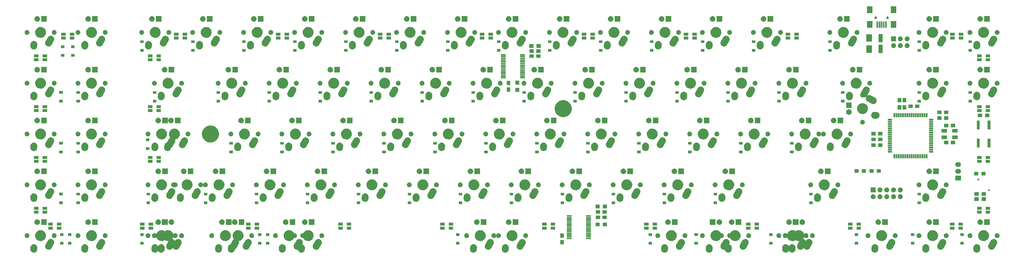
<source format=gbs>
G04 #@! TF.FileFunction,Soldermask,Bot*
%FSLAX46Y46*%
G04 Gerber Fmt 4.6, Leading zero omitted, Abs format (unit mm)*
G04 Created by KiCad (PCBNEW 4.0.3-stable) date Sunday, November 27, 2016 'PMt' 05:54:45 PM*
%MOMM*%
%LPD*%
G01*
G04 APERTURE LIST*
%ADD10C,0.150000*%
G04 APERTURE END LIST*
D10*
G36*
X388369931Y-108024949D02*
X388369947Y-108024955D01*
X388369980Y-108024961D01*
X388604864Y-108115595D01*
X388817671Y-108250125D01*
X389000293Y-108423428D01*
X389145777Y-108628901D01*
X389248581Y-108858719D01*
X389304787Y-109104130D01*
X389312257Y-109355782D01*
X389312108Y-109357973D01*
X389312108Y-109357985D01*
X389296917Y-109580803D01*
X389271769Y-109949694D01*
X389270418Y-109967655D01*
X389225402Y-110215361D01*
X389133132Y-110449607D01*
X388997118Y-110661469D01*
X388822546Y-110842879D01*
X388616061Y-110986925D01*
X388385531Y-111088121D01*
X388139734Y-111142613D01*
X388139694Y-111142614D01*
X388139685Y-111142616D01*
X387888032Y-111148327D01*
X387640069Y-111105051D01*
X387640057Y-111105047D01*
X387640020Y-111105040D01*
X387405136Y-111014405D01*
X387192329Y-110879875D01*
X387009706Y-110706573D01*
X386864223Y-110501099D01*
X386761419Y-110271281D01*
X386705213Y-110025871D01*
X386697743Y-109774218D01*
X386697892Y-109772027D01*
X386697892Y-109772015D01*
X386726719Y-109349178D01*
X386738231Y-109180307D01*
X386739582Y-109162346D01*
X386784598Y-108914639D01*
X386876868Y-108680393D01*
X387012882Y-108468531D01*
X387187454Y-108287122D01*
X387393939Y-108143076D01*
X387624469Y-108041880D01*
X387870266Y-107987387D01*
X387870306Y-107987386D01*
X387870315Y-107987384D01*
X388121968Y-107981673D01*
X388369931Y-108024949D01*
X388369931Y-108024949D01*
G37*
G36*
X369319931Y-108024949D02*
X369319947Y-108024955D01*
X369319980Y-108024961D01*
X369554864Y-108115595D01*
X369767671Y-108250125D01*
X369950293Y-108423428D01*
X370095777Y-108628901D01*
X370198581Y-108858719D01*
X370254787Y-109104130D01*
X370262257Y-109355782D01*
X370262108Y-109357973D01*
X370262108Y-109357985D01*
X370246917Y-109580803D01*
X370221769Y-109949694D01*
X370220418Y-109967655D01*
X370175402Y-110215361D01*
X370083132Y-110449607D01*
X369947118Y-110661469D01*
X369772546Y-110842879D01*
X369566061Y-110986925D01*
X369335531Y-111088121D01*
X369089734Y-111142613D01*
X369089694Y-111142614D01*
X369089685Y-111142616D01*
X368838032Y-111148327D01*
X368590069Y-111105051D01*
X368590057Y-111105047D01*
X368590020Y-111105040D01*
X368355136Y-111014405D01*
X368142329Y-110879875D01*
X367959706Y-110706573D01*
X367814223Y-110501099D01*
X367711419Y-110271281D01*
X367655213Y-110025871D01*
X367647743Y-109774218D01*
X367647892Y-109772027D01*
X367647892Y-109772015D01*
X367676719Y-109349178D01*
X367688231Y-109180307D01*
X367689582Y-109162346D01*
X367734598Y-108914639D01*
X367826868Y-108680393D01*
X367962882Y-108468531D01*
X368137454Y-108287122D01*
X368343939Y-108143076D01*
X368574469Y-108041880D01*
X368820266Y-107987387D01*
X368820306Y-107987386D01*
X368820315Y-107987384D01*
X369071968Y-107981673D01*
X369319931Y-108024949D01*
X369319931Y-108024949D01*
G37*
G36*
X350269931Y-108024949D02*
X350269947Y-108024955D01*
X350269980Y-108024961D01*
X350504864Y-108115595D01*
X350717671Y-108250125D01*
X350900293Y-108423428D01*
X351045777Y-108628901D01*
X351148581Y-108858719D01*
X351204787Y-109104130D01*
X351212257Y-109355782D01*
X351212108Y-109357973D01*
X351212108Y-109357985D01*
X351196917Y-109580803D01*
X351171769Y-109949694D01*
X351170418Y-109967655D01*
X351125402Y-110215361D01*
X351033132Y-110449607D01*
X350897118Y-110661469D01*
X350722546Y-110842879D01*
X350516061Y-110986925D01*
X350285531Y-111088121D01*
X350039734Y-111142613D01*
X350039694Y-111142614D01*
X350039685Y-111142616D01*
X349788032Y-111148327D01*
X349540069Y-111105051D01*
X349540057Y-111105047D01*
X349540020Y-111105040D01*
X349305136Y-111014405D01*
X349092329Y-110879875D01*
X348909706Y-110706573D01*
X348764223Y-110501099D01*
X348661419Y-110271281D01*
X348605213Y-110025871D01*
X348597743Y-109774218D01*
X348597892Y-109772027D01*
X348597892Y-109772015D01*
X348626719Y-109349178D01*
X348638231Y-109180307D01*
X348639582Y-109162346D01*
X348684598Y-108914639D01*
X348776868Y-108680393D01*
X348912882Y-108468531D01*
X349087454Y-108287122D01*
X349293939Y-108143076D01*
X349524469Y-108041880D01*
X349770266Y-107987387D01*
X349770306Y-107987386D01*
X349770315Y-107987384D01*
X350021968Y-107981673D01*
X350269931Y-108024949D01*
X350269931Y-108024949D01*
G37*
G36*
X319313681Y-108024949D02*
X319313697Y-108024955D01*
X319313730Y-108024961D01*
X319548614Y-108115595D01*
X319761421Y-108250125D01*
X319944043Y-108423428D01*
X320089527Y-108628901D01*
X320192331Y-108858719D01*
X320248537Y-109104130D01*
X320256007Y-109355782D01*
X320255858Y-109357973D01*
X320255858Y-109357985D01*
X320240667Y-109580803D01*
X320215519Y-109949694D01*
X320214168Y-109967655D01*
X320169152Y-110215361D01*
X320076882Y-110449607D01*
X319940868Y-110661469D01*
X319766296Y-110842879D01*
X319559811Y-110986925D01*
X319329281Y-111088121D01*
X319083484Y-111142613D01*
X319083444Y-111142614D01*
X319083435Y-111142616D01*
X318831782Y-111148327D01*
X318583819Y-111105051D01*
X318583807Y-111105047D01*
X318583770Y-111105040D01*
X318348886Y-111014405D01*
X318136079Y-110879875D01*
X317953456Y-110706573D01*
X317807973Y-110501099D01*
X317785517Y-110450899D01*
X317778493Y-110439740D01*
X317767977Y-110430392D01*
X317755274Y-110424344D01*
X317741388Y-110422075D01*
X317727420Y-110423764D01*
X317714476Y-110429277D01*
X317703580Y-110438178D01*
X317698669Y-110446014D01*
X317698048Y-110445616D01*
X317695864Y-110449018D01*
X317695632Y-110449607D01*
X317559618Y-110661469D01*
X317385046Y-110842879D01*
X317178561Y-110986925D01*
X316948031Y-111088121D01*
X316702234Y-111142613D01*
X316702194Y-111142614D01*
X316702185Y-111142616D01*
X316450532Y-111148327D01*
X316202569Y-111105051D01*
X316202557Y-111105047D01*
X316202520Y-111105040D01*
X315967636Y-111014405D01*
X315754829Y-110879875D01*
X315572206Y-110706573D01*
X315426723Y-110501099D01*
X315323919Y-110271281D01*
X315267713Y-110025871D01*
X315260243Y-109774218D01*
X315260392Y-109772027D01*
X315260392Y-109772015D01*
X315289219Y-109349178D01*
X315300731Y-109180307D01*
X315302082Y-109162346D01*
X315347098Y-108914639D01*
X315439368Y-108680393D01*
X315575382Y-108468531D01*
X315749954Y-108287122D01*
X315956439Y-108143076D01*
X316186969Y-108041880D01*
X316432766Y-107987387D01*
X316432806Y-107987386D01*
X316432815Y-107987384D01*
X316684468Y-107981673D01*
X316932431Y-108024949D01*
X316932447Y-108024955D01*
X316932480Y-108024961D01*
X317167364Y-108115595D01*
X317380171Y-108250125D01*
X317562793Y-108423428D01*
X317708277Y-108628901D01*
X317730733Y-108679101D01*
X317737757Y-108690260D01*
X317748273Y-108699607D01*
X317760976Y-108705656D01*
X317774861Y-108707925D01*
X317788829Y-108706236D01*
X317801774Y-108700723D01*
X317812670Y-108691822D01*
X317817581Y-108683986D01*
X317818202Y-108684384D01*
X317820386Y-108680982D01*
X317820618Y-108680393D01*
X317956632Y-108468531D01*
X318131204Y-108287122D01*
X318337689Y-108143076D01*
X318568219Y-108041880D01*
X318814016Y-107987387D01*
X318814056Y-107987386D01*
X318814065Y-107987384D01*
X319065718Y-107981673D01*
X319313681Y-108024949D01*
X319313681Y-108024949D01*
G37*
G36*
X294486274Y-106025812D02*
X294731928Y-106080946D01*
X294731958Y-106080959D01*
X294731970Y-106080962D01*
X294962189Y-106182741D01*
X295168259Y-106327300D01*
X295168268Y-106327310D01*
X295168300Y-106327332D01*
X295342397Y-106509197D01*
X295477855Y-106721415D01*
X295569513Y-106955901D01*
X295613880Y-107203724D01*
X295609266Y-107455446D01*
X295555848Y-107701478D01*
X295455659Y-107932448D01*
X295446971Y-107948090D01*
X295441940Y-107961223D01*
X295440766Y-107975243D01*
X295443545Y-107989036D01*
X295450056Y-108001508D01*
X295459785Y-108011672D01*
X295471960Y-108018724D01*
X295482087Y-108021618D01*
X295501185Y-108024951D01*
X295501195Y-108024955D01*
X295501230Y-108024961D01*
X295736114Y-108115595D01*
X295948921Y-108250125D01*
X296131543Y-108423428D01*
X296277027Y-108628901D01*
X296379831Y-108858719D01*
X296436037Y-109104130D01*
X296443507Y-109355782D01*
X296443358Y-109357973D01*
X296443358Y-109357985D01*
X296428167Y-109580803D01*
X296403019Y-109949694D01*
X296401668Y-109967655D01*
X296356652Y-110215361D01*
X296264382Y-110449607D01*
X296128368Y-110661469D01*
X295953796Y-110842879D01*
X295747311Y-110986925D01*
X295516781Y-111088121D01*
X295270984Y-111142613D01*
X295270944Y-111142614D01*
X295270935Y-111142616D01*
X295019282Y-111148327D01*
X294771319Y-111105051D01*
X294771307Y-111105047D01*
X294771270Y-111105040D01*
X294536386Y-111014405D01*
X294323579Y-110879875D01*
X294140956Y-110706573D01*
X293995473Y-110501099D01*
X293892669Y-110271281D01*
X293847664Y-110074779D01*
X293843053Y-110062757D01*
X293834553Y-110051545D01*
X293823267Y-110043145D01*
X293810086Y-110038221D01*
X293791153Y-110037784D01*
X293600408Y-110070560D01*
X293348725Y-110064189D01*
X293103072Y-110009054D01*
X293103042Y-110009041D01*
X293103030Y-110009038D01*
X292872811Y-109907259D01*
X292666741Y-109762700D01*
X292666732Y-109762690D01*
X292666700Y-109762668D01*
X292492603Y-109580803D01*
X292357145Y-109368586D01*
X292265487Y-109134100D01*
X292221120Y-108886276D01*
X292225733Y-108634555D01*
X292279152Y-108388523D01*
X292379341Y-108157553D01*
X293200233Y-106679669D01*
X293200240Y-106679656D01*
X293200277Y-106679590D01*
X293208093Y-106665747D01*
X293208098Y-106665740D01*
X293209089Y-106663985D01*
X293355110Y-106458893D01*
X293538185Y-106286068D01*
X293751344Y-106152096D01*
X293986464Y-106062076D01*
X294234591Y-106019440D01*
X294486274Y-106025812D01*
X294486274Y-106025812D01*
G37*
G36*
X288357431Y-108024949D02*
X288357447Y-108024955D01*
X288357480Y-108024961D01*
X288592364Y-108115595D01*
X288805171Y-108250125D01*
X288987793Y-108423428D01*
X289133277Y-108628901D01*
X289236081Y-108858719D01*
X289292287Y-109104130D01*
X289299757Y-109355782D01*
X289299608Y-109357973D01*
X289299608Y-109357985D01*
X289284417Y-109580803D01*
X289259269Y-109949694D01*
X289257918Y-109967655D01*
X289212902Y-110215361D01*
X289120632Y-110449607D01*
X288984618Y-110661469D01*
X288810046Y-110842879D01*
X288603561Y-110986925D01*
X288373031Y-111088121D01*
X288127234Y-111142613D01*
X288127194Y-111142614D01*
X288127185Y-111142616D01*
X287875532Y-111148327D01*
X287627569Y-111105051D01*
X287627557Y-111105047D01*
X287627520Y-111105040D01*
X287392636Y-111014405D01*
X287179829Y-110879875D01*
X286997206Y-110706573D01*
X286851723Y-110501099D01*
X286748919Y-110271281D01*
X286692713Y-110025871D01*
X286685243Y-109774218D01*
X286685392Y-109772027D01*
X286685392Y-109772015D01*
X286714219Y-109349178D01*
X286725731Y-109180307D01*
X286727082Y-109162346D01*
X286772098Y-108914639D01*
X286864368Y-108680393D01*
X287000382Y-108468531D01*
X287174954Y-108287122D01*
X287381439Y-108143076D01*
X287611969Y-108041880D01*
X287857766Y-107987387D01*
X287857806Y-107987386D01*
X287857815Y-107987384D01*
X288109468Y-107981673D01*
X288357431Y-108024949D01*
X288357431Y-108024949D01*
G37*
G36*
X271688681Y-108024949D02*
X271688697Y-108024955D01*
X271688730Y-108024961D01*
X271923614Y-108115595D01*
X272136421Y-108250125D01*
X272319043Y-108423428D01*
X272464527Y-108628901D01*
X272567331Y-108858719D01*
X272623537Y-109104130D01*
X272631007Y-109355782D01*
X272630858Y-109357973D01*
X272630858Y-109357985D01*
X272615667Y-109580803D01*
X272590519Y-109949694D01*
X272589168Y-109967655D01*
X272544152Y-110215361D01*
X272451882Y-110449607D01*
X272315868Y-110661469D01*
X272141296Y-110842879D01*
X271934811Y-110986925D01*
X271704281Y-111088121D01*
X271458484Y-111142613D01*
X271458444Y-111142614D01*
X271458435Y-111142616D01*
X271206782Y-111148327D01*
X270958819Y-111105051D01*
X270958807Y-111105047D01*
X270958770Y-111105040D01*
X270723886Y-111014405D01*
X270511079Y-110879875D01*
X270328456Y-110706573D01*
X270182973Y-110501099D01*
X270080169Y-110271281D01*
X270023963Y-110025871D01*
X270016493Y-109774218D01*
X270016642Y-109772027D01*
X270016642Y-109772015D01*
X270045469Y-109349178D01*
X270056981Y-109180307D01*
X270058332Y-109162346D01*
X270103348Y-108914639D01*
X270195618Y-108680393D01*
X270331632Y-108468531D01*
X270506204Y-108287122D01*
X270712689Y-108143076D01*
X270943219Y-108041880D01*
X271189016Y-107987387D01*
X271189056Y-107987386D01*
X271189065Y-107987384D01*
X271440718Y-107981673D01*
X271688681Y-108024949D01*
X271688681Y-108024949D01*
G37*
G36*
X212157431Y-108024949D02*
X212157447Y-108024955D01*
X212157480Y-108024961D01*
X212392364Y-108115595D01*
X212605171Y-108250125D01*
X212787793Y-108423428D01*
X212933277Y-108628901D01*
X213036081Y-108858719D01*
X213092287Y-109104130D01*
X213099757Y-109355782D01*
X213099608Y-109357973D01*
X213099608Y-109357985D01*
X213084417Y-109580803D01*
X213059269Y-109949694D01*
X213057918Y-109967655D01*
X213012902Y-110215361D01*
X212920632Y-110449607D01*
X212784618Y-110661469D01*
X212610046Y-110842879D01*
X212403561Y-110986925D01*
X212173031Y-111088121D01*
X211927234Y-111142613D01*
X211927194Y-111142614D01*
X211927185Y-111142616D01*
X211675532Y-111148327D01*
X211427569Y-111105051D01*
X211427557Y-111105047D01*
X211427520Y-111105040D01*
X211192636Y-111014405D01*
X210979829Y-110879875D01*
X210797206Y-110706573D01*
X210651723Y-110501099D01*
X210548919Y-110271281D01*
X210492713Y-110025871D01*
X210485243Y-109774218D01*
X210485392Y-109772027D01*
X210485392Y-109772015D01*
X210514219Y-109349178D01*
X210525731Y-109180307D01*
X210527082Y-109162346D01*
X210572098Y-108914639D01*
X210664368Y-108680393D01*
X210800382Y-108468531D01*
X210974954Y-108287122D01*
X211181439Y-108143076D01*
X211411969Y-108041880D01*
X211657766Y-107987387D01*
X211657806Y-107987386D01*
X211657815Y-107987384D01*
X211909468Y-107981673D01*
X212157431Y-108024949D01*
X212157431Y-108024949D01*
G37*
G36*
X200251181Y-108024949D02*
X200251197Y-108024955D01*
X200251230Y-108024961D01*
X200486114Y-108115595D01*
X200698921Y-108250125D01*
X200881543Y-108423428D01*
X201027027Y-108628901D01*
X201129831Y-108858719D01*
X201186037Y-109104130D01*
X201193507Y-109355782D01*
X201193358Y-109357973D01*
X201193358Y-109357985D01*
X201178167Y-109580803D01*
X201153019Y-109949694D01*
X201151668Y-109967655D01*
X201106652Y-110215361D01*
X201014382Y-110449607D01*
X200878368Y-110661469D01*
X200703796Y-110842879D01*
X200497311Y-110986925D01*
X200266781Y-111088121D01*
X200020984Y-111142613D01*
X200020944Y-111142614D01*
X200020935Y-111142616D01*
X199769282Y-111148327D01*
X199521319Y-111105051D01*
X199521307Y-111105047D01*
X199521270Y-111105040D01*
X199286386Y-111014405D01*
X199073579Y-110879875D01*
X198890956Y-110706573D01*
X198745473Y-110501099D01*
X198642669Y-110271281D01*
X198586463Y-110025871D01*
X198578993Y-109774218D01*
X198579142Y-109772027D01*
X198579142Y-109772015D01*
X198607969Y-109349178D01*
X198619481Y-109180307D01*
X198620832Y-109162346D01*
X198665848Y-108914639D01*
X198758118Y-108680393D01*
X198894132Y-108468531D01*
X199068704Y-108287122D01*
X199275189Y-108143076D01*
X199505719Y-108041880D01*
X199751516Y-107987387D01*
X199751556Y-107987386D01*
X199751565Y-107987384D01*
X200003218Y-107981673D01*
X200251181Y-108024949D01*
X200251181Y-108024949D01*
G37*
G36*
X134942524Y-106025812D02*
X135188178Y-106080946D01*
X135188208Y-106080959D01*
X135188220Y-106080962D01*
X135418439Y-106182741D01*
X135624509Y-106327300D01*
X135624518Y-106327310D01*
X135624550Y-106327332D01*
X135798647Y-106509197D01*
X135934105Y-106721415D01*
X136025763Y-106955901D01*
X136070130Y-107203724D01*
X136065516Y-107455446D01*
X136012098Y-107701478D01*
X135911909Y-107932448D01*
X135903221Y-107948090D01*
X135898190Y-107961223D01*
X135897016Y-107975243D01*
X135899795Y-107989036D01*
X135906306Y-108001508D01*
X135916035Y-108011672D01*
X135928210Y-108018724D01*
X135938337Y-108021618D01*
X135957435Y-108024951D01*
X135957445Y-108024955D01*
X135957480Y-108024961D01*
X136192364Y-108115595D01*
X136405171Y-108250125D01*
X136587793Y-108423428D01*
X136733277Y-108628901D01*
X136836081Y-108858719D01*
X136892287Y-109104130D01*
X136899757Y-109355782D01*
X136899608Y-109357973D01*
X136899608Y-109357985D01*
X136884417Y-109580803D01*
X136859269Y-109949694D01*
X136857918Y-109967655D01*
X136812902Y-110215361D01*
X136720632Y-110449607D01*
X136584618Y-110661469D01*
X136410046Y-110842879D01*
X136203561Y-110986925D01*
X135973031Y-111088121D01*
X135727234Y-111142613D01*
X135727194Y-111142614D01*
X135727185Y-111142616D01*
X135475532Y-111148327D01*
X135227569Y-111105051D01*
X135227557Y-111105047D01*
X135227520Y-111105040D01*
X134992636Y-111014405D01*
X134779829Y-110879875D01*
X134597206Y-110706573D01*
X134451723Y-110501099D01*
X134348919Y-110271281D01*
X134303914Y-110074779D01*
X134299303Y-110062757D01*
X134290803Y-110051545D01*
X134279517Y-110043145D01*
X134266336Y-110038221D01*
X134247403Y-110037784D01*
X134056658Y-110070560D01*
X133804975Y-110064189D01*
X133559322Y-110009054D01*
X133559292Y-110009041D01*
X133559280Y-110009038D01*
X133329061Y-109907259D01*
X133122991Y-109762700D01*
X133122982Y-109762690D01*
X133122950Y-109762668D01*
X132948853Y-109580803D01*
X132813395Y-109368586D01*
X132721737Y-109134100D01*
X132677370Y-108886276D01*
X132681983Y-108634555D01*
X132735402Y-108388523D01*
X132835591Y-108157553D01*
X133656483Y-106679669D01*
X133656490Y-106679656D01*
X133656527Y-106679590D01*
X133664343Y-106665747D01*
X133664348Y-106665740D01*
X133665339Y-106663985D01*
X133811360Y-106458893D01*
X133994435Y-106286068D01*
X134207594Y-106152096D01*
X134442714Y-106062076D01*
X134690841Y-106019440D01*
X134942524Y-106025812D01*
X134942524Y-106025812D01*
G37*
G36*
X128813681Y-108024949D02*
X128813697Y-108024955D01*
X128813730Y-108024961D01*
X129048614Y-108115595D01*
X129261421Y-108250125D01*
X129444043Y-108423428D01*
X129589527Y-108628901D01*
X129692331Y-108858719D01*
X129748537Y-109104130D01*
X129756007Y-109355782D01*
X129755858Y-109357973D01*
X129755858Y-109357985D01*
X129740667Y-109580803D01*
X129715519Y-109949694D01*
X129714168Y-109967655D01*
X129669152Y-110215361D01*
X129576882Y-110449607D01*
X129440868Y-110661469D01*
X129266296Y-110842879D01*
X129059811Y-110986925D01*
X128829281Y-111088121D01*
X128583484Y-111142613D01*
X128583444Y-111142614D01*
X128583435Y-111142616D01*
X128331782Y-111148327D01*
X128083819Y-111105051D01*
X128083807Y-111105047D01*
X128083770Y-111105040D01*
X127848886Y-111014405D01*
X127636079Y-110879875D01*
X127453456Y-110706573D01*
X127307973Y-110501099D01*
X127205169Y-110271281D01*
X127148963Y-110025871D01*
X127141493Y-109774218D01*
X127141642Y-109772027D01*
X127141642Y-109772015D01*
X127170469Y-109349178D01*
X127181981Y-109180307D01*
X127183332Y-109162346D01*
X127228348Y-108914639D01*
X127320618Y-108680393D01*
X127456632Y-108468531D01*
X127631204Y-108287122D01*
X127837689Y-108143076D01*
X128068219Y-108041880D01*
X128314016Y-107987387D01*
X128314056Y-107987386D01*
X128314065Y-107987384D01*
X128565718Y-107981673D01*
X128813681Y-108024949D01*
X128813681Y-108024949D01*
G37*
G36*
X112132379Y-102742448D02*
X112523104Y-102822653D01*
X112890804Y-102977219D01*
X113221483Y-103200265D01*
X113502542Y-103483293D01*
X113723274Y-103815519D01*
X113875270Y-104184290D01*
X113952676Y-104575222D01*
X113952676Y-104575231D01*
X113952742Y-104575565D01*
X113946380Y-105031149D01*
X113946304Y-105031483D01*
X113946304Y-105031495D01*
X113858015Y-105420105D01*
X113695779Y-105784492D01*
X113465859Y-106110426D01*
X113177004Y-106385498D01*
X112840231Y-106599220D01*
X112468354Y-106743463D01*
X112212080Y-106788650D01*
X112198705Y-106793018D01*
X112187078Y-106800939D01*
X112178117Y-106811786D01*
X112172533Y-106824701D01*
X112170768Y-106838659D01*
X112174136Y-106855804D01*
X112213263Y-106955901D01*
X112257630Y-107203724D01*
X112253016Y-107455446D01*
X112199598Y-107701478D01*
X112099409Y-107932448D01*
X111306331Y-109360256D01*
X111278473Y-109410410D01*
X111270657Y-109424253D01*
X111270652Y-109424260D01*
X111269661Y-109426015D01*
X111123640Y-109631108D01*
X110940564Y-109803932D01*
X110727406Y-109937904D01*
X110690811Y-109951915D01*
X110679020Y-109958461D01*
X110669108Y-109968447D01*
X110662371Y-109980799D01*
X110660634Y-109987101D01*
X110619152Y-110215361D01*
X110526882Y-110449607D01*
X110390868Y-110661469D01*
X110216296Y-110842879D01*
X110009811Y-110986925D01*
X109779281Y-111088121D01*
X109533484Y-111142613D01*
X109533444Y-111142614D01*
X109533435Y-111142616D01*
X109281782Y-111148327D01*
X109033819Y-111105051D01*
X109033807Y-111105047D01*
X109033770Y-111105040D01*
X108798886Y-111014405D01*
X108586079Y-110879875D01*
X108403456Y-110706573D01*
X108257973Y-110501099D01*
X108155169Y-110271281D01*
X108098963Y-110025871D01*
X108091493Y-109774218D01*
X108091642Y-109772027D01*
X108091642Y-109772015D01*
X108120469Y-109349178D01*
X108131981Y-109180307D01*
X108133332Y-109162346D01*
X108178348Y-108914639D01*
X108270618Y-108680393D01*
X108406632Y-108468531D01*
X108581204Y-108287122D01*
X108787689Y-108143076D01*
X109018219Y-108041880D01*
X109075131Y-108029263D01*
X109088253Y-108024333D01*
X109099524Y-108015912D01*
X109107964Y-108004753D01*
X109843983Y-106679669D01*
X109843990Y-106679656D01*
X109844027Y-106679590D01*
X109851843Y-106665747D01*
X109851848Y-106665740D01*
X109852839Y-106663985D01*
X109998860Y-106458893D01*
X110181935Y-106286068D01*
X110359828Y-106174261D01*
X110369911Y-106165728D01*
X110377694Y-106154008D01*
X110381904Y-106140582D01*
X110382207Y-106126516D01*
X110378579Y-106112922D01*
X110368531Y-106097751D01*
X110317076Y-106044468D01*
X110101008Y-105709196D01*
X109954174Y-105338335D01*
X109882169Y-104946013D01*
X109887739Y-104547184D01*
X109970667Y-104157034D01*
X110127800Y-103790417D01*
X110353148Y-103461304D01*
X110638131Y-103182228D01*
X110971890Y-102963822D01*
X111341715Y-102814403D01*
X111733516Y-102739663D01*
X112132379Y-102742448D01*
X112132379Y-102742448D01*
G37*
G36*
X105001181Y-108024949D02*
X105001197Y-108024955D01*
X105001230Y-108024961D01*
X105236114Y-108115595D01*
X105448921Y-108250125D01*
X105631543Y-108423428D01*
X105777027Y-108628901D01*
X105879831Y-108858719D01*
X105936037Y-109104130D01*
X105943507Y-109355782D01*
X105943358Y-109357973D01*
X105943358Y-109357985D01*
X105928167Y-109580803D01*
X105903019Y-109949694D01*
X105901668Y-109967655D01*
X105856652Y-110215361D01*
X105764382Y-110449607D01*
X105628368Y-110661469D01*
X105453796Y-110842879D01*
X105247311Y-110986925D01*
X105016781Y-111088121D01*
X104770984Y-111142613D01*
X104770944Y-111142614D01*
X104770935Y-111142616D01*
X104519282Y-111148327D01*
X104271319Y-111105051D01*
X104271307Y-111105047D01*
X104271270Y-111105040D01*
X104036386Y-111014405D01*
X103823579Y-110879875D01*
X103640956Y-110706573D01*
X103495473Y-110501099D01*
X103392669Y-110271281D01*
X103336463Y-110025871D01*
X103328993Y-109774218D01*
X103329142Y-109772027D01*
X103329142Y-109772015D01*
X103357969Y-109349178D01*
X103369481Y-109180307D01*
X103370832Y-109162346D01*
X103415848Y-108914639D01*
X103508118Y-108680393D01*
X103644132Y-108468531D01*
X103818704Y-108287122D01*
X104025189Y-108143076D01*
X104255719Y-108041880D01*
X104501516Y-107987387D01*
X104501556Y-107987386D01*
X104501565Y-107987384D01*
X104753218Y-107981673D01*
X105001181Y-108024949D01*
X105001181Y-108024949D01*
G37*
G36*
X83569931Y-108024949D02*
X83569947Y-108024955D01*
X83569980Y-108024961D01*
X83804864Y-108115595D01*
X84017671Y-108250125D01*
X84200293Y-108423428D01*
X84345777Y-108628901D01*
X84448581Y-108858719D01*
X84504787Y-109104130D01*
X84512257Y-109355782D01*
X84512108Y-109357973D01*
X84512108Y-109357985D01*
X84496917Y-109580803D01*
X84471769Y-109949694D01*
X84470418Y-109967655D01*
X84425402Y-110215361D01*
X84333132Y-110449607D01*
X84197118Y-110661469D01*
X84022546Y-110842879D01*
X83816061Y-110986925D01*
X83585531Y-111088121D01*
X83339734Y-111142613D01*
X83339694Y-111142614D01*
X83339685Y-111142616D01*
X83088032Y-111148327D01*
X82840069Y-111105051D01*
X82840057Y-111105047D01*
X82840020Y-111105040D01*
X82605136Y-111014405D01*
X82392329Y-110879875D01*
X82209706Y-110706573D01*
X82064223Y-110501099D01*
X82041767Y-110450899D01*
X82034743Y-110439740D01*
X82024227Y-110430392D01*
X82011524Y-110424344D01*
X81997638Y-110422075D01*
X81983670Y-110423764D01*
X81970726Y-110429277D01*
X81959830Y-110438178D01*
X81954919Y-110446014D01*
X81954298Y-110445616D01*
X81952114Y-110449018D01*
X81951882Y-110449607D01*
X81815868Y-110661469D01*
X81641296Y-110842879D01*
X81434811Y-110986925D01*
X81204281Y-111088121D01*
X80958484Y-111142613D01*
X80958444Y-111142614D01*
X80958435Y-111142616D01*
X80706782Y-111148327D01*
X80458819Y-111105051D01*
X80458807Y-111105047D01*
X80458770Y-111105040D01*
X80223886Y-111014405D01*
X80011079Y-110879875D01*
X79828456Y-110706573D01*
X79682973Y-110501099D01*
X79580169Y-110271281D01*
X79523963Y-110025871D01*
X79516493Y-109774218D01*
X79516642Y-109772027D01*
X79516642Y-109772015D01*
X79545469Y-109349178D01*
X79556981Y-109180307D01*
X79558332Y-109162346D01*
X79603348Y-108914639D01*
X79695618Y-108680393D01*
X79831632Y-108468531D01*
X80006204Y-108287122D01*
X80212689Y-108143076D01*
X80443219Y-108041880D01*
X80689016Y-107987387D01*
X80689056Y-107987386D01*
X80689065Y-107987384D01*
X80940718Y-107981673D01*
X81188681Y-108024949D01*
X81188697Y-108024955D01*
X81188730Y-108024961D01*
X81423614Y-108115595D01*
X81636421Y-108250125D01*
X81819043Y-108423428D01*
X81964527Y-108628901D01*
X81986983Y-108679101D01*
X81994007Y-108690260D01*
X82004523Y-108699607D01*
X82017226Y-108705656D01*
X82031111Y-108707925D01*
X82045079Y-108706236D01*
X82058024Y-108700723D01*
X82068920Y-108691822D01*
X82073831Y-108683986D01*
X82074452Y-108684384D01*
X82076636Y-108680982D01*
X82076868Y-108680393D01*
X82212882Y-108468531D01*
X82387454Y-108287122D01*
X82593939Y-108143076D01*
X82824469Y-108041880D01*
X83070266Y-107987387D01*
X83070306Y-107987386D01*
X83070315Y-107987384D01*
X83321968Y-107981673D01*
X83569931Y-108024949D01*
X83569931Y-108024949D01*
G37*
G36*
X54994931Y-108024949D02*
X54994947Y-108024955D01*
X54994980Y-108024961D01*
X55229864Y-108115595D01*
X55442671Y-108250125D01*
X55625293Y-108423428D01*
X55770777Y-108628901D01*
X55873581Y-108858719D01*
X55929787Y-109104130D01*
X55937257Y-109355782D01*
X55937108Y-109357973D01*
X55937108Y-109357985D01*
X55921917Y-109580803D01*
X55896769Y-109949694D01*
X55895418Y-109967655D01*
X55850402Y-110215361D01*
X55758132Y-110449607D01*
X55622118Y-110661469D01*
X55447546Y-110842879D01*
X55241061Y-110986925D01*
X55010531Y-111088121D01*
X54764734Y-111142613D01*
X54764694Y-111142614D01*
X54764685Y-111142616D01*
X54513032Y-111148327D01*
X54265069Y-111105051D01*
X54265057Y-111105047D01*
X54265020Y-111105040D01*
X54030136Y-111014405D01*
X53817329Y-110879875D01*
X53634706Y-110706573D01*
X53489223Y-110501099D01*
X53386419Y-110271281D01*
X53330213Y-110025871D01*
X53322743Y-109774218D01*
X53322892Y-109772027D01*
X53322892Y-109772015D01*
X53351719Y-109349178D01*
X53363231Y-109180307D01*
X53364582Y-109162346D01*
X53409598Y-108914639D01*
X53501868Y-108680393D01*
X53637882Y-108468531D01*
X53812454Y-108287122D01*
X54018939Y-108143076D01*
X54249469Y-108041880D01*
X54495266Y-107987387D01*
X54495306Y-107987386D01*
X54495315Y-107987384D01*
X54746968Y-107981673D01*
X54994931Y-108024949D01*
X54994931Y-108024949D01*
G37*
G36*
X35944931Y-108024949D02*
X35944947Y-108024955D01*
X35944980Y-108024961D01*
X36179864Y-108115595D01*
X36392671Y-108250125D01*
X36575293Y-108423428D01*
X36720777Y-108628901D01*
X36823581Y-108858719D01*
X36879787Y-109104130D01*
X36887257Y-109355782D01*
X36887108Y-109357973D01*
X36887108Y-109357985D01*
X36871917Y-109580803D01*
X36846769Y-109949694D01*
X36845418Y-109967655D01*
X36800402Y-110215361D01*
X36708132Y-110449607D01*
X36572118Y-110661469D01*
X36397546Y-110842879D01*
X36191061Y-110986925D01*
X35960531Y-111088121D01*
X35714734Y-111142613D01*
X35714694Y-111142614D01*
X35714685Y-111142616D01*
X35463032Y-111148327D01*
X35215069Y-111105051D01*
X35215057Y-111105047D01*
X35215020Y-111105040D01*
X34980136Y-111014405D01*
X34767329Y-110879875D01*
X34584706Y-110706573D01*
X34439223Y-110501099D01*
X34336419Y-110271281D01*
X34280213Y-110025871D01*
X34272743Y-109774218D01*
X34272892Y-109772027D01*
X34272892Y-109772015D01*
X34301719Y-109349178D01*
X34313231Y-109180307D01*
X34314582Y-109162346D01*
X34359598Y-108914639D01*
X34451868Y-108680393D01*
X34587882Y-108468531D01*
X34762454Y-108287122D01*
X34968939Y-108143076D01*
X35199469Y-108041880D01*
X35445266Y-107987387D01*
X35445306Y-107987386D01*
X35445315Y-107987384D01*
X35696968Y-107981673D01*
X35944931Y-108024949D01*
X35944931Y-108024949D01*
G37*
G36*
X394498774Y-106025812D02*
X394744428Y-106080946D01*
X394744458Y-106080959D01*
X394744470Y-106080962D01*
X394974689Y-106182741D01*
X395180759Y-106327300D01*
X395180768Y-106327310D01*
X395180800Y-106327332D01*
X395354897Y-106509197D01*
X395490355Y-106721415D01*
X395582013Y-106955901D01*
X395626380Y-107203724D01*
X395621766Y-107455446D01*
X395568348Y-107701478D01*
X395468159Y-107932448D01*
X394675081Y-109360256D01*
X394647223Y-109410410D01*
X394639407Y-109424253D01*
X394639402Y-109424260D01*
X394638411Y-109426015D01*
X394492390Y-109631108D01*
X394309314Y-109803932D01*
X394096156Y-109937904D01*
X393861036Y-110027924D01*
X393612908Y-110070560D01*
X393361225Y-110064189D01*
X393115572Y-110009054D01*
X393115542Y-110009041D01*
X393115530Y-110009038D01*
X392885311Y-109907259D01*
X392679241Y-109762700D01*
X392679232Y-109762690D01*
X392679200Y-109762668D01*
X392505103Y-109580803D01*
X392369645Y-109368586D01*
X392277987Y-109134100D01*
X392233620Y-108886276D01*
X392238233Y-108634555D01*
X392291652Y-108388523D01*
X392391841Y-108157553D01*
X393212733Y-106679669D01*
X393212740Y-106679656D01*
X393212777Y-106679590D01*
X393220593Y-106665747D01*
X393220598Y-106665740D01*
X393221589Y-106663985D01*
X393367610Y-106458893D01*
X393550685Y-106286068D01*
X393763844Y-106152096D01*
X393998964Y-106062076D01*
X394247091Y-106019440D01*
X394498774Y-106025812D01*
X394498774Y-106025812D01*
G37*
G36*
X375448774Y-106025812D02*
X375694428Y-106080946D01*
X375694458Y-106080959D01*
X375694470Y-106080962D01*
X375924689Y-106182741D01*
X376130759Y-106327300D01*
X376130768Y-106327310D01*
X376130800Y-106327332D01*
X376304897Y-106509197D01*
X376440355Y-106721415D01*
X376532013Y-106955901D01*
X376576380Y-107203724D01*
X376571766Y-107455446D01*
X376518348Y-107701478D01*
X376418159Y-107932448D01*
X375625081Y-109360256D01*
X375597223Y-109410410D01*
X375589407Y-109424253D01*
X375589402Y-109424260D01*
X375588411Y-109426015D01*
X375442390Y-109631108D01*
X375259314Y-109803932D01*
X375046156Y-109937904D01*
X374811036Y-110027924D01*
X374562908Y-110070560D01*
X374311225Y-110064189D01*
X374065572Y-110009054D01*
X374065542Y-110009041D01*
X374065530Y-110009038D01*
X373835311Y-109907259D01*
X373629241Y-109762700D01*
X373629232Y-109762690D01*
X373629200Y-109762668D01*
X373455103Y-109580803D01*
X373319645Y-109368586D01*
X373227987Y-109134100D01*
X373183620Y-108886276D01*
X373188233Y-108634555D01*
X373241652Y-108388523D01*
X373341841Y-108157553D01*
X374162733Y-106679669D01*
X374162740Y-106679656D01*
X374162777Y-106679590D01*
X374170593Y-106665747D01*
X374170598Y-106665740D01*
X374171589Y-106663985D01*
X374317610Y-106458893D01*
X374500685Y-106286068D01*
X374713844Y-106152096D01*
X374948964Y-106062076D01*
X375197091Y-106019440D01*
X375448774Y-106025812D01*
X375448774Y-106025812D01*
G37*
G36*
X356398774Y-106025812D02*
X356644428Y-106080946D01*
X356644458Y-106080959D01*
X356644470Y-106080962D01*
X356874689Y-106182741D01*
X357080759Y-106327300D01*
X357080768Y-106327310D01*
X357080800Y-106327332D01*
X357254897Y-106509197D01*
X357390355Y-106721415D01*
X357482013Y-106955901D01*
X357526380Y-107203724D01*
X357521766Y-107455446D01*
X357468348Y-107701478D01*
X357368159Y-107932448D01*
X356575081Y-109360256D01*
X356547223Y-109410410D01*
X356539407Y-109424253D01*
X356539402Y-109424260D01*
X356538411Y-109426015D01*
X356392390Y-109631108D01*
X356209314Y-109803932D01*
X355996156Y-109937904D01*
X355761036Y-110027924D01*
X355512908Y-110070560D01*
X355261225Y-110064189D01*
X355015572Y-110009054D01*
X355015542Y-110009041D01*
X355015530Y-110009038D01*
X354785311Y-109907259D01*
X354579241Y-109762700D01*
X354579232Y-109762690D01*
X354579200Y-109762668D01*
X354405103Y-109580803D01*
X354269645Y-109368586D01*
X354177987Y-109134100D01*
X354133620Y-108886276D01*
X354138233Y-108634555D01*
X354191652Y-108388523D01*
X354291841Y-108157553D01*
X355112733Y-106679669D01*
X355112740Y-106679656D01*
X355112777Y-106679590D01*
X355120593Y-106665747D01*
X355120598Y-106665740D01*
X355121589Y-106663985D01*
X355267610Y-106458893D01*
X355450685Y-106286068D01*
X355663844Y-106152096D01*
X355898964Y-106062076D01*
X356147091Y-106019440D01*
X356398774Y-106025812D01*
X356398774Y-106025812D01*
G37*
G36*
X321682379Y-102742448D02*
X322073104Y-102822653D01*
X322440804Y-102977219D01*
X322771483Y-103200265D01*
X323052542Y-103483293D01*
X323273274Y-103815519D01*
X323417741Y-104166024D01*
X323424879Y-104178148D01*
X323435113Y-104187803D01*
X323447631Y-104194226D01*
X323461443Y-104196906D01*
X323475455Y-104195633D01*
X323488557Y-104190506D01*
X323498951Y-104182694D01*
X323606554Y-104077321D01*
X323752749Y-103981654D01*
X323914743Y-103916204D01*
X324086361Y-103883466D01*
X324261075Y-103884686D01*
X324432225Y-103919818D01*
X324593286Y-103987522D01*
X324738133Y-104085222D01*
X324861245Y-104209198D01*
X324957933Y-104354723D01*
X325024508Y-104516250D01*
X325058378Y-104687298D01*
X325058378Y-104687313D01*
X325058443Y-104687642D01*
X325055657Y-104887200D01*
X325055581Y-104887534D01*
X325055581Y-104887545D01*
X325016951Y-105057574D01*
X324945888Y-105217185D01*
X324845177Y-105359953D01*
X324718648Y-105480444D01*
X324571135Y-105574058D01*
X324408241Y-105637241D01*
X324236182Y-105667580D01*
X324061505Y-105663921D01*
X323890860Y-105626402D01*
X323730758Y-105556455D01*
X323587292Y-105456743D01*
X323499658Y-105365995D01*
X323488558Y-105357350D01*
X323475488Y-105352140D01*
X323461485Y-105350777D01*
X323447656Y-105353369D01*
X323435097Y-105359711D01*
X323424802Y-105369301D01*
X323417586Y-105381379D01*
X323414934Y-105389650D01*
X323408014Y-105420106D01*
X323245779Y-105784492D01*
X323116768Y-105967377D01*
X323110356Y-105979901D01*
X323107687Y-105993715D01*
X323108972Y-106007726D01*
X323114109Y-106020824D01*
X323122693Y-106031972D01*
X323134042Y-106040288D01*
X323146636Y-106044970D01*
X323306928Y-106080946D01*
X323306958Y-106080959D01*
X323306970Y-106080962D01*
X323537189Y-106182741D01*
X323743259Y-106327300D01*
X323743268Y-106327310D01*
X323743300Y-106327332D01*
X323917397Y-106509197D01*
X324050842Y-106718262D01*
X324059887Y-106728800D01*
X324071662Y-106736501D01*
X324085116Y-106740617D01*
X324099184Y-106740822D01*
X324112752Y-106737099D01*
X324124746Y-106729744D01*
X324136580Y-106715501D01*
X324156527Y-106679590D01*
X324164343Y-106665747D01*
X324164348Y-106665740D01*
X324165339Y-106663985D01*
X324311360Y-106458893D01*
X324494435Y-106286068D01*
X324707594Y-106152096D01*
X324942714Y-106062076D01*
X325190841Y-106019440D01*
X325442524Y-106025812D01*
X325688178Y-106080946D01*
X325688208Y-106080959D01*
X325688220Y-106080962D01*
X325918439Y-106182741D01*
X326124509Y-106327300D01*
X326124518Y-106327310D01*
X326124550Y-106327332D01*
X326298647Y-106509197D01*
X326434105Y-106721415D01*
X326525763Y-106955901D01*
X326570130Y-107203724D01*
X326565516Y-107455446D01*
X326512098Y-107701478D01*
X326411909Y-107932448D01*
X325618831Y-109360256D01*
X325590973Y-109410410D01*
X325583157Y-109424253D01*
X325583152Y-109424260D01*
X325582161Y-109426015D01*
X325436140Y-109631108D01*
X325253064Y-109803932D01*
X325039906Y-109937904D01*
X324804786Y-110027924D01*
X324556658Y-110070560D01*
X324304975Y-110064189D01*
X324059322Y-110009054D01*
X324059292Y-110009041D01*
X324059280Y-110009038D01*
X323829061Y-109907259D01*
X323622991Y-109762700D01*
X323622982Y-109762690D01*
X323622950Y-109762668D01*
X323448853Y-109580803D01*
X323315405Y-109371735D01*
X323306363Y-109361200D01*
X323294588Y-109353499D01*
X323281134Y-109349383D01*
X323267066Y-109349178D01*
X323253498Y-109352901D01*
X323241504Y-109360256D01*
X323229670Y-109374499D01*
X323209723Y-109410410D01*
X323201907Y-109424253D01*
X323201902Y-109424260D01*
X323200911Y-109426015D01*
X323054890Y-109631108D01*
X322871814Y-109803932D01*
X322658656Y-109937904D01*
X322423536Y-110027924D01*
X322175408Y-110070560D01*
X321923725Y-110064189D01*
X321678072Y-110009054D01*
X321678042Y-110009041D01*
X321678030Y-110009038D01*
X321447811Y-109907259D01*
X321241741Y-109762700D01*
X321241732Y-109762690D01*
X321241700Y-109762668D01*
X321067603Y-109580803D01*
X320932145Y-109368586D01*
X320840487Y-109134100D01*
X320796120Y-108886276D01*
X320800733Y-108634555D01*
X320854152Y-108388523D01*
X320954341Y-108157553D01*
X321660170Y-106886821D01*
X321665202Y-106873685D01*
X321666376Y-106859665D01*
X321663597Y-106845872D01*
X321657086Y-106833400D01*
X321647358Y-106823235D01*
X321635183Y-106816183D01*
X321617506Y-106812556D01*
X321226765Y-106804372D01*
X320837195Y-106718719D01*
X320471687Y-106559032D01*
X320308347Y-106445508D01*
X320295779Y-106439183D01*
X320281946Y-106436611D01*
X320267945Y-106437994D01*
X320253020Y-106444349D01*
X320008981Y-106599220D01*
X319637104Y-106743463D01*
X319244297Y-106812724D01*
X318845515Y-106804372D01*
X318455945Y-106718719D01*
X318090437Y-106559032D01*
X317762907Y-106331393D01*
X317485826Y-106044468D01*
X317269758Y-105709196D01*
X317140959Y-105383886D01*
X317133990Y-105371663D01*
X317123893Y-105361866D01*
X317111465Y-105355269D01*
X317097692Y-105352396D01*
X317083664Y-105353474D01*
X317070491Y-105358417D01*
X317059989Y-105366083D01*
X316939898Y-105480444D01*
X316792385Y-105574058D01*
X316629491Y-105637241D01*
X316457432Y-105667580D01*
X316282755Y-105663921D01*
X316112110Y-105626402D01*
X315952008Y-105556455D01*
X315808542Y-105456743D01*
X315687173Y-105331062D01*
X315592528Y-105184203D01*
X315528211Y-105021758D01*
X315496671Y-104849907D01*
X315499111Y-104675210D01*
X315535435Y-104504315D01*
X315604265Y-104343725D01*
X315702973Y-104199565D01*
X315827804Y-104077321D01*
X315973999Y-103981654D01*
X316135993Y-103916204D01*
X316307611Y-103883466D01*
X316482325Y-103884686D01*
X316653475Y-103919818D01*
X316814536Y-103987522D01*
X316959383Y-104085222D01*
X317055089Y-104181599D01*
X317066309Y-104190088D01*
X317079450Y-104195115D01*
X317093471Y-104196283D01*
X317107262Y-104193498D01*
X317119732Y-104186981D01*
X317129892Y-104177248D01*
X317136938Y-104165070D01*
X317139329Y-104157241D01*
X317296550Y-103790417D01*
X317521898Y-103461304D01*
X317806881Y-103182228D01*
X318140640Y-102963822D01*
X318510465Y-102814403D01*
X318902266Y-102739663D01*
X319301129Y-102742448D01*
X319691854Y-102822653D01*
X320059554Y-102977219D01*
X320249599Y-103105406D01*
X320262254Y-103111554D01*
X320276121Y-103113933D01*
X320290102Y-103112355D01*
X320304937Y-103105792D01*
X320521890Y-102963822D01*
X320891715Y-102814403D01*
X321283516Y-102739663D01*
X321682379Y-102742448D01*
X321682379Y-102742448D01*
G37*
G36*
X142086274Y-106025812D02*
X142331928Y-106080946D01*
X142331958Y-106080959D01*
X142331970Y-106080962D01*
X142562189Y-106182741D01*
X142768259Y-106327300D01*
X142768268Y-106327310D01*
X142768300Y-106327332D01*
X142942397Y-106509197D01*
X143077855Y-106721415D01*
X143169513Y-106955901D01*
X143213880Y-107203724D01*
X143209266Y-107455446D01*
X143155848Y-107701478D01*
X143055659Y-107932448D01*
X142262581Y-109360256D01*
X142234723Y-109410410D01*
X142226907Y-109424253D01*
X142226902Y-109424260D01*
X142225911Y-109426015D01*
X142079890Y-109631108D01*
X141896814Y-109803932D01*
X141683656Y-109937904D01*
X141448536Y-110027924D01*
X141200408Y-110070560D01*
X140948725Y-110064189D01*
X140703072Y-110009054D01*
X140703042Y-110009041D01*
X140703030Y-110009038D01*
X140472811Y-109907259D01*
X140266741Y-109762700D01*
X140266732Y-109762690D01*
X140266700Y-109762668D01*
X140092603Y-109580803D01*
X139957145Y-109368586D01*
X139865487Y-109134100D01*
X139821120Y-108886276D01*
X139825733Y-108634555D01*
X139879152Y-108388523D01*
X139979341Y-108157553D01*
X140800233Y-106679669D01*
X140800240Y-106679656D01*
X140800277Y-106679590D01*
X140808093Y-106665747D01*
X140808098Y-106665740D01*
X140809089Y-106663985D01*
X140955110Y-106458893D01*
X141138185Y-106286068D01*
X141351344Y-106152096D01*
X141586464Y-106062076D01*
X141834591Y-106019440D01*
X142086274Y-106025812D01*
X142086274Y-106025812D01*
G37*
G36*
X115892524Y-106025812D02*
X116138178Y-106080946D01*
X116138208Y-106080959D01*
X116138220Y-106080962D01*
X116368439Y-106182741D01*
X116574509Y-106327300D01*
X116574518Y-106327310D01*
X116574550Y-106327332D01*
X116748647Y-106509197D01*
X116884105Y-106721415D01*
X116975763Y-106955901D01*
X117020130Y-107203724D01*
X117015516Y-107455446D01*
X116962098Y-107701478D01*
X116861909Y-107932448D01*
X116068831Y-109360256D01*
X116040973Y-109410410D01*
X116033157Y-109424253D01*
X116033152Y-109424260D01*
X116032161Y-109426015D01*
X115886140Y-109631108D01*
X115703064Y-109803932D01*
X115489906Y-109937904D01*
X115254786Y-110027924D01*
X115006658Y-110070560D01*
X114754975Y-110064189D01*
X114509322Y-110009054D01*
X114509292Y-110009041D01*
X114509280Y-110009038D01*
X114279061Y-109907259D01*
X114072991Y-109762700D01*
X114072982Y-109762690D01*
X114072950Y-109762668D01*
X113898853Y-109580803D01*
X113763395Y-109368586D01*
X113671737Y-109134100D01*
X113627370Y-108886276D01*
X113631983Y-108634555D01*
X113685402Y-108388523D01*
X113785591Y-108157553D01*
X114606483Y-106679669D01*
X114606490Y-106679656D01*
X114606527Y-106679590D01*
X114614343Y-106665747D01*
X114614348Y-106665740D01*
X114615339Y-106663985D01*
X114761360Y-106458893D01*
X114944435Y-106286068D01*
X115157594Y-106152096D01*
X115392714Y-106062076D01*
X115640841Y-106019440D01*
X115892524Y-106025812D01*
X115892524Y-106025812D01*
G37*
G36*
X301630024Y-106025812D02*
X301875678Y-106080946D01*
X301875708Y-106080959D01*
X301875720Y-106080962D01*
X302105939Y-106182741D01*
X302312009Y-106327300D01*
X302312018Y-106327310D01*
X302312050Y-106327332D01*
X302486147Y-106509197D01*
X302621605Y-106721415D01*
X302713263Y-106955901D01*
X302757630Y-107203724D01*
X302753016Y-107455446D01*
X302699598Y-107701478D01*
X302599409Y-107932448D01*
X301806331Y-109360256D01*
X301778473Y-109410410D01*
X301770657Y-109424253D01*
X301770652Y-109424260D01*
X301769661Y-109426015D01*
X301623640Y-109631108D01*
X301440564Y-109803932D01*
X301227406Y-109937904D01*
X300992286Y-110027924D01*
X300744158Y-110070560D01*
X300492475Y-110064189D01*
X300246822Y-110009054D01*
X300246792Y-110009041D01*
X300246780Y-110009038D01*
X300016561Y-109907259D01*
X299810491Y-109762700D01*
X299810482Y-109762690D01*
X299810450Y-109762668D01*
X299636353Y-109580803D01*
X299500895Y-109368586D01*
X299409237Y-109134100D01*
X299364870Y-108886276D01*
X299369483Y-108634555D01*
X299422902Y-108388523D01*
X299523091Y-108157553D01*
X300343983Y-106679669D01*
X300343990Y-106679656D01*
X300344027Y-106679590D01*
X300351843Y-106665747D01*
X300351848Y-106665740D01*
X300352839Y-106663985D01*
X300498860Y-106458893D01*
X300681935Y-106286068D01*
X300895094Y-106152096D01*
X301130214Y-106062076D01*
X301378341Y-106019440D01*
X301630024Y-106025812D01*
X301630024Y-106025812D01*
G37*
G36*
X277817524Y-106025812D02*
X278063178Y-106080946D01*
X278063208Y-106080959D01*
X278063220Y-106080962D01*
X278293439Y-106182741D01*
X278499509Y-106327300D01*
X278499518Y-106327310D01*
X278499550Y-106327332D01*
X278673647Y-106509197D01*
X278809105Y-106721415D01*
X278900763Y-106955901D01*
X278945130Y-107203724D01*
X278940516Y-107455446D01*
X278887098Y-107701478D01*
X278786909Y-107932448D01*
X277993831Y-109360256D01*
X277965973Y-109410410D01*
X277958157Y-109424253D01*
X277958152Y-109424260D01*
X277957161Y-109426015D01*
X277811140Y-109631108D01*
X277628064Y-109803932D01*
X277414906Y-109937904D01*
X277179786Y-110027924D01*
X276931658Y-110070560D01*
X276679975Y-110064189D01*
X276434322Y-110009054D01*
X276434292Y-110009041D01*
X276434280Y-110009038D01*
X276204061Y-109907259D01*
X275997991Y-109762700D01*
X275997982Y-109762690D01*
X275997950Y-109762668D01*
X275823853Y-109580803D01*
X275688395Y-109368586D01*
X275596737Y-109134100D01*
X275552370Y-108886276D01*
X275556983Y-108634555D01*
X275610402Y-108388523D01*
X275710591Y-108157553D01*
X276531483Y-106679669D01*
X276531490Y-106679656D01*
X276531527Y-106679590D01*
X276539343Y-106665747D01*
X276539348Y-106665740D01*
X276540339Y-106663985D01*
X276686360Y-106458893D01*
X276869435Y-106286068D01*
X277082594Y-106152096D01*
X277317714Y-106062076D01*
X277565841Y-106019440D01*
X277817524Y-106025812D01*
X277817524Y-106025812D01*
G37*
G36*
X218286274Y-106025812D02*
X218531928Y-106080946D01*
X218531958Y-106080959D01*
X218531970Y-106080962D01*
X218762189Y-106182741D01*
X218968259Y-106327300D01*
X218968268Y-106327310D01*
X218968300Y-106327332D01*
X219142397Y-106509197D01*
X219277855Y-106721415D01*
X219369513Y-106955901D01*
X219413880Y-107203724D01*
X219409266Y-107455446D01*
X219355848Y-107701478D01*
X219255659Y-107932448D01*
X218462581Y-109360256D01*
X218434723Y-109410410D01*
X218426907Y-109424253D01*
X218426902Y-109424260D01*
X218425911Y-109426015D01*
X218279890Y-109631108D01*
X218096814Y-109803932D01*
X217883656Y-109937904D01*
X217648536Y-110027924D01*
X217400408Y-110070560D01*
X217148725Y-110064189D01*
X216903072Y-110009054D01*
X216903042Y-110009041D01*
X216903030Y-110009038D01*
X216672811Y-109907259D01*
X216466741Y-109762700D01*
X216466732Y-109762690D01*
X216466700Y-109762668D01*
X216292603Y-109580803D01*
X216157145Y-109368586D01*
X216065487Y-109134100D01*
X216021120Y-108886276D01*
X216025733Y-108634555D01*
X216079152Y-108388523D01*
X216179341Y-108157553D01*
X217000233Y-106679669D01*
X217000240Y-106679656D01*
X217000277Y-106679590D01*
X217008093Y-106665747D01*
X217008098Y-106665740D01*
X217009089Y-106663985D01*
X217155110Y-106458893D01*
X217338185Y-106286068D01*
X217551344Y-106152096D01*
X217786464Y-106062076D01*
X218034591Y-106019440D01*
X218286274Y-106025812D01*
X218286274Y-106025812D01*
G37*
G36*
X61123774Y-106025812D02*
X61369428Y-106080946D01*
X61369458Y-106080959D01*
X61369470Y-106080962D01*
X61599689Y-106182741D01*
X61805759Y-106327300D01*
X61805768Y-106327310D01*
X61805800Y-106327332D01*
X61979897Y-106509197D01*
X62115355Y-106721415D01*
X62207013Y-106955901D01*
X62251380Y-107203724D01*
X62246766Y-107455446D01*
X62193348Y-107701478D01*
X62093159Y-107932448D01*
X61300081Y-109360256D01*
X61272223Y-109410410D01*
X61264407Y-109424253D01*
X61264402Y-109424260D01*
X61263411Y-109426015D01*
X61117390Y-109631108D01*
X60934314Y-109803932D01*
X60721156Y-109937904D01*
X60486036Y-110027924D01*
X60237908Y-110070560D01*
X59986225Y-110064189D01*
X59740572Y-110009054D01*
X59740542Y-110009041D01*
X59740530Y-110009038D01*
X59510311Y-109907259D01*
X59304241Y-109762700D01*
X59304232Y-109762690D01*
X59304200Y-109762668D01*
X59130103Y-109580803D01*
X58994645Y-109368586D01*
X58902987Y-109134100D01*
X58858620Y-108886276D01*
X58863233Y-108634555D01*
X58916652Y-108388523D01*
X59016841Y-108157553D01*
X59837733Y-106679669D01*
X59837740Y-106679656D01*
X59837777Y-106679590D01*
X59845593Y-106665747D01*
X59845598Y-106665740D01*
X59846589Y-106663985D01*
X59992610Y-106458893D01*
X60175685Y-106286068D01*
X60388844Y-106152096D01*
X60623964Y-106062076D01*
X60872091Y-106019440D01*
X61123774Y-106025812D01*
X61123774Y-106025812D01*
G37*
G36*
X206380024Y-106025812D02*
X206625678Y-106080946D01*
X206625708Y-106080959D01*
X206625720Y-106080962D01*
X206855939Y-106182741D01*
X207062009Y-106327300D01*
X207062018Y-106327310D01*
X207062050Y-106327332D01*
X207236147Y-106509197D01*
X207371605Y-106721415D01*
X207463263Y-106955901D01*
X207507630Y-107203724D01*
X207503016Y-107455446D01*
X207449598Y-107701478D01*
X207349409Y-107932448D01*
X206556331Y-109360256D01*
X206528473Y-109410410D01*
X206520657Y-109424253D01*
X206520652Y-109424260D01*
X206519661Y-109426015D01*
X206373640Y-109631108D01*
X206190564Y-109803932D01*
X205977406Y-109937904D01*
X205742286Y-110027924D01*
X205494158Y-110070560D01*
X205242475Y-110064189D01*
X204996822Y-110009054D01*
X204996792Y-110009041D01*
X204996780Y-110009038D01*
X204766561Y-109907259D01*
X204560491Y-109762700D01*
X204560482Y-109762690D01*
X204560450Y-109762668D01*
X204386353Y-109580803D01*
X204250895Y-109368586D01*
X204159237Y-109134100D01*
X204114870Y-108886276D01*
X204119483Y-108634555D01*
X204172902Y-108388523D01*
X204273091Y-108157553D01*
X205093983Y-106679669D01*
X205093990Y-106679656D01*
X205094027Y-106679590D01*
X205101843Y-106665747D01*
X205101848Y-106665740D01*
X205102839Y-106663985D01*
X205248860Y-106458893D01*
X205431935Y-106286068D01*
X205645094Y-106152096D01*
X205880214Y-106062076D01*
X206128341Y-106019440D01*
X206380024Y-106025812D01*
X206380024Y-106025812D01*
G37*
G36*
X42073774Y-106025812D02*
X42319428Y-106080946D01*
X42319458Y-106080959D01*
X42319470Y-106080962D01*
X42549689Y-106182741D01*
X42755759Y-106327300D01*
X42755768Y-106327310D01*
X42755800Y-106327332D01*
X42929897Y-106509197D01*
X43065355Y-106721415D01*
X43157013Y-106955901D01*
X43201380Y-107203724D01*
X43196766Y-107455446D01*
X43143348Y-107701478D01*
X43043159Y-107932448D01*
X42250081Y-109360256D01*
X42222223Y-109410410D01*
X42214407Y-109424253D01*
X42214402Y-109424260D01*
X42213411Y-109426015D01*
X42067390Y-109631108D01*
X41884314Y-109803932D01*
X41671156Y-109937904D01*
X41436036Y-110027924D01*
X41187908Y-110070560D01*
X40936225Y-110064189D01*
X40690572Y-110009054D01*
X40690542Y-110009041D01*
X40690530Y-110009038D01*
X40460311Y-109907259D01*
X40254241Y-109762700D01*
X40254232Y-109762690D01*
X40254200Y-109762668D01*
X40080103Y-109580803D01*
X39944645Y-109368586D01*
X39852987Y-109134100D01*
X39808620Y-108886276D01*
X39813233Y-108634555D01*
X39866652Y-108388523D01*
X39966841Y-108157553D01*
X40787733Y-106679669D01*
X40787740Y-106679656D01*
X40787777Y-106679590D01*
X40795593Y-106665747D01*
X40795598Y-106665740D01*
X40796589Y-106663985D01*
X40942610Y-106458893D01*
X41125685Y-106286068D01*
X41338844Y-106152096D01*
X41573964Y-106062076D01*
X41822091Y-106019440D01*
X42073774Y-106025812D01*
X42073774Y-106025812D01*
G37*
G36*
X85938629Y-102742448D02*
X86329354Y-102822653D01*
X86697054Y-102977219D01*
X87027733Y-103200265D01*
X87308792Y-103483293D01*
X87529524Y-103815519D01*
X87673991Y-104166024D01*
X87681129Y-104178148D01*
X87691363Y-104187803D01*
X87703881Y-104194226D01*
X87717693Y-104196906D01*
X87731705Y-104195633D01*
X87744807Y-104190506D01*
X87755201Y-104182694D01*
X87862804Y-104077321D01*
X88008999Y-103981654D01*
X88170993Y-103916204D01*
X88342611Y-103883466D01*
X88517325Y-103884686D01*
X88688475Y-103919818D01*
X88849536Y-103987522D01*
X88994383Y-104085222D01*
X89117495Y-104209198D01*
X89214183Y-104354723D01*
X89280758Y-104516250D01*
X89314628Y-104687298D01*
X89314628Y-104687313D01*
X89314693Y-104687642D01*
X89311907Y-104887200D01*
X89311831Y-104887534D01*
X89311831Y-104887545D01*
X89273201Y-105057574D01*
X89202138Y-105217185D01*
X89101427Y-105359953D01*
X88974898Y-105480444D01*
X88827385Y-105574058D01*
X88664491Y-105637241D01*
X88492432Y-105667580D01*
X88317755Y-105663921D01*
X88147110Y-105626402D01*
X87987008Y-105556455D01*
X87843542Y-105456743D01*
X87755908Y-105365995D01*
X87744808Y-105357350D01*
X87731738Y-105352140D01*
X87717735Y-105350777D01*
X87703906Y-105353369D01*
X87691347Y-105359711D01*
X87681052Y-105369301D01*
X87673836Y-105381379D01*
X87671184Y-105389650D01*
X87664264Y-105420106D01*
X87502029Y-105784492D01*
X87373018Y-105967377D01*
X87366606Y-105979901D01*
X87363937Y-105993715D01*
X87365222Y-106007726D01*
X87370359Y-106020824D01*
X87378943Y-106031972D01*
X87390292Y-106040288D01*
X87402886Y-106044970D01*
X87563178Y-106080946D01*
X87563208Y-106080959D01*
X87563220Y-106080962D01*
X87793439Y-106182741D01*
X87999509Y-106327300D01*
X87999518Y-106327310D01*
X87999550Y-106327332D01*
X88173647Y-106509197D01*
X88307092Y-106718262D01*
X88316137Y-106728800D01*
X88327912Y-106736501D01*
X88341366Y-106740617D01*
X88355434Y-106740822D01*
X88369002Y-106737099D01*
X88380996Y-106729744D01*
X88392830Y-106715501D01*
X88412777Y-106679590D01*
X88420593Y-106665747D01*
X88420598Y-106665740D01*
X88421589Y-106663985D01*
X88567610Y-106458893D01*
X88750685Y-106286068D01*
X88963844Y-106152096D01*
X89198964Y-106062076D01*
X89447091Y-106019440D01*
X89698774Y-106025812D01*
X89944428Y-106080946D01*
X89944458Y-106080959D01*
X89944470Y-106080962D01*
X90174689Y-106182741D01*
X90380759Y-106327300D01*
X90380768Y-106327310D01*
X90380800Y-106327332D01*
X90554897Y-106509197D01*
X90690355Y-106721415D01*
X90782013Y-106955901D01*
X90826380Y-107203724D01*
X90821766Y-107455446D01*
X90768348Y-107701478D01*
X90668159Y-107932448D01*
X89875081Y-109360256D01*
X89847223Y-109410410D01*
X89839407Y-109424253D01*
X89839402Y-109424260D01*
X89838411Y-109426015D01*
X89692390Y-109631108D01*
X89509314Y-109803932D01*
X89296156Y-109937904D01*
X89061036Y-110027924D01*
X88812908Y-110070560D01*
X88561225Y-110064189D01*
X88315572Y-110009054D01*
X88315542Y-110009041D01*
X88315530Y-110009038D01*
X88085311Y-109907259D01*
X87879241Y-109762700D01*
X87879232Y-109762690D01*
X87879200Y-109762668D01*
X87705103Y-109580803D01*
X87571655Y-109371735D01*
X87562613Y-109361200D01*
X87550838Y-109353499D01*
X87537384Y-109349383D01*
X87523316Y-109349178D01*
X87509748Y-109352901D01*
X87497754Y-109360256D01*
X87485920Y-109374499D01*
X87465973Y-109410410D01*
X87458157Y-109424253D01*
X87458152Y-109424260D01*
X87457161Y-109426015D01*
X87311140Y-109631108D01*
X87128064Y-109803932D01*
X86914906Y-109937904D01*
X86679786Y-110027924D01*
X86431658Y-110070560D01*
X86179975Y-110064189D01*
X85934322Y-110009054D01*
X85934292Y-110009041D01*
X85934280Y-110009038D01*
X85704061Y-109907259D01*
X85497991Y-109762700D01*
X85497982Y-109762690D01*
X85497950Y-109762668D01*
X85323853Y-109580803D01*
X85188395Y-109368586D01*
X85096737Y-109134100D01*
X85052370Y-108886276D01*
X85056983Y-108634555D01*
X85110402Y-108388523D01*
X85210591Y-108157553D01*
X85916420Y-106886821D01*
X85921452Y-106873685D01*
X85922626Y-106859665D01*
X85919847Y-106845872D01*
X85913336Y-106833400D01*
X85903608Y-106823235D01*
X85891433Y-106816183D01*
X85873756Y-106812556D01*
X85483015Y-106804372D01*
X85093445Y-106718719D01*
X84727937Y-106559032D01*
X84564597Y-106445508D01*
X84552029Y-106439183D01*
X84538196Y-106436611D01*
X84524195Y-106437994D01*
X84509270Y-106444349D01*
X84265231Y-106599220D01*
X83893354Y-106743463D01*
X83500547Y-106812724D01*
X83101765Y-106804372D01*
X82712195Y-106718719D01*
X82346687Y-106559032D01*
X82019157Y-106331393D01*
X81742076Y-106044468D01*
X81526008Y-105709196D01*
X81397209Y-105383886D01*
X81390240Y-105371663D01*
X81380143Y-105361866D01*
X81367715Y-105355269D01*
X81353942Y-105352396D01*
X81339914Y-105353474D01*
X81326741Y-105358417D01*
X81316239Y-105366083D01*
X81196148Y-105480444D01*
X81048635Y-105574058D01*
X80885741Y-105637241D01*
X80713682Y-105667580D01*
X80539005Y-105663921D01*
X80368360Y-105626402D01*
X80208258Y-105556455D01*
X80064792Y-105456743D01*
X79943423Y-105331062D01*
X79848778Y-105184203D01*
X79784461Y-105021758D01*
X79752921Y-104849907D01*
X79755361Y-104675210D01*
X79791685Y-104504315D01*
X79860515Y-104343725D01*
X79959223Y-104199565D01*
X80084054Y-104077321D01*
X80230249Y-103981654D01*
X80392243Y-103916204D01*
X80563861Y-103883466D01*
X80738575Y-103884686D01*
X80909725Y-103919818D01*
X81070786Y-103987522D01*
X81215633Y-104085222D01*
X81311339Y-104181599D01*
X81322559Y-104190088D01*
X81335700Y-104195115D01*
X81349721Y-104196283D01*
X81363512Y-104193498D01*
X81375982Y-104186981D01*
X81386142Y-104177248D01*
X81393188Y-104165070D01*
X81395579Y-104157241D01*
X81552800Y-103790417D01*
X81778148Y-103461304D01*
X82063131Y-103182228D01*
X82396890Y-102963822D01*
X82766715Y-102814403D01*
X83158516Y-102739663D01*
X83557379Y-102742448D01*
X83948104Y-102822653D01*
X84315804Y-102977219D01*
X84505849Y-103105406D01*
X84518504Y-103111554D01*
X84532371Y-103113933D01*
X84546352Y-103112355D01*
X84561187Y-103105792D01*
X84778140Y-102963822D01*
X85147965Y-102814403D01*
X85539766Y-102739663D01*
X85938629Y-102742448D01*
X85938629Y-102742448D01*
G37*
G36*
X266650000Y-108130000D02*
X265350000Y-108130000D01*
X265350000Y-107140000D01*
X266650000Y-107140000D01*
X266650000Y-108130000D01*
X266650000Y-108130000D01*
G37*
G36*
X283781250Y-108130000D02*
X282481250Y-108130000D01*
X282481250Y-107140000D01*
X283781250Y-107140000D01*
X283781250Y-108130000D01*
X283781250Y-108130000D01*
G37*
G36*
X49650000Y-108130000D02*
X48350000Y-108130000D01*
X48350000Y-107140000D01*
X49650000Y-107140000D01*
X49650000Y-108130000D01*
X49650000Y-108130000D01*
G37*
G36*
X120665000Y-108130000D02*
X119365000Y-108130000D01*
X119365000Y-107140000D01*
X120665000Y-107140000D01*
X120665000Y-108130000D01*
X120665000Y-108130000D01*
G37*
G36*
X311650000Y-108130000D02*
X310350000Y-108130000D01*
X310350000Y-107140000D01*
X311650000Y-107140000D01*
X311650000Y-108130000D01*
X311650000Y-108130000D01*
G37*
G36*
X383150000Y-108130000D02*
X381850000Y-108130000D01*
X381850000Y-107140000D01*
X383150000Y-107140000D01*
X383150000Y-108130000D01*
X383150000Y-108130000D01*
G37*
G36*
X46650000Y-108130000D02*
X45350000Y-108130000D01*
X45350000Y-107140000D01*
X46650000Y-107140000D01*
X46650000Y-108130000D01*
X46650000Y-108130000D01*
G37*
G36*
X364650000Y-108130000D02*
X363350000Y-108130000D01*
X363350000Y-107140000D01*
X364650000Y-107140000D01*
X364650000Y-108130000D01*
X364650000Y-108130000D01*
G37*
G36*
X194650000Y-108130000D02*
X193350000Y-108130000D01*
X193350000Y-107140000D01*
X194650000Y-107140000D01*
X194650000Y-108130000D01*
X194650000Y-108130000D01*
G37*
G36*
X76650000Y-108130000D02*
X75350000Y-108130000D01*
X75350000Y-107140000D01*
X76650000Y-107140000D01*
X76650000Y-108130000D01*
X76650000Y-108130000D01*
G37*
G36*
X123650000Y-108130000D02*
X122350000Y-108130000D01*
X122350000Y-107140000D01*
X123650000Y-107140000D01*
X123650000Y-108130000D01*
X123650000Y-108130000D01*
G37*
G36*
X343650000Y-108130000D02*
X342350000Y-108130000D01*
X342350000Y-107140000D01*
X343650000Y-107140000D01*
X343650000Y-108130000D01*
X343650000Y-108130000D01*
G37*
G36*
X233665000Y-108040000D02*
X232335000Y-108040000D01*
X232335000Y-106460000D01*
X233665000Y-106460000D01*
X233665000Y-108040000D01*
X233665000Y-108040000D01*
G37*
G36*
X138326129Y-102742448D02*
X138716854Y-102822653D01*
X139084554Y-102977219D01*
X139415233Y-103200265D01*
X139696292Y-103483293D01*
X139917024Y-103815519D01*
X140069020Y-104184290D01*
X140146426Y-104575222D01*
X140146426Y-104575231D01*
X140146492Y-104575565D01*
X140140130Y-105031149D01*
X140140054Y-105031483D01*
X140140054Y-105031495D01*
X140051765Y-105420105D01*
X139889529Y-105784492D01*
X139659609Y-106110426D01*
X139370754Y-106385498D01*
X139033981Y-106599220D01*
X138662104Y-106743463D01*
X138269297Y-106812724D01*
X137870515Y-106804372D01*
X137480945Y-106718719D01*
X137115437Y-106559032D01*
X136787907Y-106331393D01*
X136510826Y-106044468D01*
X136294759Y-105709198D01*
X136282796Y-105678983D01*
X136275827Y-105666761D01*
X136265729Y-105656963D01*
X136253302Y-105650367D01*
X136239529Y-105647494D01*
X136227624Y-105648150D01*
X136117432Y-105667580D01*
X135942755Y-105663921D01*
X135772110Y-105626402D01*
X135612008Y-105556455D01*
X135468542Y-105456743D01*
X135347173Y-105331062D01*
X135252528Y-105184203D01*
X135188211Y-105021758D01*
X135156671Y-104849907D01*
X135159111Y-104675210D01*
X135195435Y-104504315D01*
X135264265Y-104343725D01*
X135362973Y-104199565D01*
X135487804Y-104077321D01*
X135633999Y-103981654D01*
X135795993Y-103916204D01*
X135967611Y-103883466D01*
X136142325Y-103884686D01*
X136229974Y-103902677D01*
X136244018Y-103903539D01*
X136257745Y-103900454D01*
X136270069Y-103893667D01*
X136280015Y-103883715D01*
X136285985Y-103873395D01*
X136321550Y-103790417D01*
X136546898Y-103461304D01*
X136831881Y-103182228D01*
X137165640Y-102963822D01*
X137535465Y-102814403D01*
X137927266Y-102739663D01*
X138326129Y-102742448D01*
X138326129Y-102742448D01*
G37*
G36*
X131182379Y-102742448D02*
X131573104Y-102822653D01*
X131940804Y-102977219D01*
X132271483Y-103200265D01*
X132552542Y-103483293D01*
X132773275Y-103815521D01*
X132796680Y-103872307D01*
X132803818Y-103884432D01*
X132814051Y-103894087D01*
X132826570Y-103900510D01*
X132840382Y-103903190D01*
X132852276Y-103902368D01*
X132951361Y-103883466D01*
X133126075Y-103884686D01*
X133297225Y-103919818D01*
X133458286Y-103987522D01*
X133603133Y-104085222D01*
X133726245Y-104209198D01*
X133822933Y-104354723D01*
X133889508Y-104516250D01*
X133923378Y-104687298D01*
X133923378Y-104687313D01*
X133923443Y-104687642D01*
X133920657Y-104887200D01*
X133920581Y-104887534D01*
X133920581Y-104887545D01*
X133881951Y-105057574D01*
X133810888Y-105217185D01*
X133710177Y-105359953D01*
X133583648Y-105480444D01*
X133436135Y-105574058D01*
X133273241Y-105637241D01*
X133101182Y-105667580D01*
X132926504Y-105663921D01*
X132850615Y-105647236D01*
X132836586Y-105646179D01*
X132822817Y-105649071D01*
X132810399Y-105655686D01*
X132800315Y-105665497D01*
X132794202Y-105675733D01*
X132745779Y-105784492D01*
X132515859Y-106110426D01*
X132227004Y-106385498D01*
X131890231Y-106599220D01*
X131518354Y-106743463D01*
X131125547Y-106812724D01*
X130726765Y-106804372D01*
X130337195Y-106718719D01*
X129971687Y-106559032D01*
X129644157Y-106331393D01*
X129367076Y-106044468D01*
X129151008Y-105709196D01*
X129004174Y-105338335D01*
X128932169Y-104946013D01*
X128937739Y-104547184D01*
X129020667Y-104157034D01*
X129177800Y-103790417D01*
X129403148Y-103461304D01*
X129688131Y-103182228D01*
X130021890Y-102963822D01*
X130391715Y-102814403D01*
X130783516Y-102739663D01*
X131182379Y-102742448D01*
X131182379Y-102742448D01*
G37*
G36*
X202619879Y-102742448D02*
X203010604Y-102822653D01*
X203378304Y-102977219D01*
X203708983Y-103200265D01*
X203990042Y-103483293D01*
X204210774Y-103815519D01*
X204362770Y-104184290D01*
X204440176Y-104575222D01*
X204440176Y-104575231D01*
X204440242Y-104575565D01*
X204433880Y-105031149D01*
X204433804Y-105031483D01*
X204433804Y-105031495D01*
X204345515Y-105420105D01*
X204183279Y-105784492D01*
X203953359Y-106110426D01*
X203664504Y-106385498D01*
X203327731Y-106599220D01*
X202955854Y-106743463D01*
X202563047Y-106812724D01*
X202164265Y-106804372D01*
X201774695Y-106718719D01*
X201409187Y-106559032D01*
X201081657Y-106331393D01*
X200804576Y-106044468D01*
X200588508Y-105709196D01*
X200441674Y-105338335D01*
X200369669Y-104946013D01*
X200375239Y-104547184D01*
X200458167Y-104157034D01*
X200615300Y-103790417D01*
X200840648Y-103461304D01*
X201125631Y-103182228D01*
X201459390Y-102963822D01*
X201829215Y-102814403D01*
X202221016Y-102739663D01*
X202619879Y-102742448D01*
X202619879Y-102742448D01*
G37*
G36*
X107369879Y-102742448D02*
X107760604Y-102822653D01*
X108128304Y-102977219D01*
X108458983Y-103200265D01*
X108740042Y-103483293D01*
X108960774Y-103815519D01*
X109112770Y-104184290D01*
X109190176Y-104575222D01*
X109190176Y-104575231D01*
X109190242Y-104575565D01*
X109183880Y-105031149D01*
X109183804Y-105031483D01*
X109183804Y-105031495D01*
X109095515Y-105420105D01*
X108933279Y-105784492D01*
X108703359Y-106110426D01*
X108414504Y-106385498D01*
X108077731Y-106599220D01*
X107705854Y-106743463D01*
X107313047Y-106812724D01*
X106914265Y-106804372D01*
X106524695Y-106718719D01*
X106159187Y-106559032D01*
X105831657Y-106331393D01*
X105554576Y-106044468D01*
X105338508Y-105709196D01*
X105191674Y-105338335D01*
X105119669Y-104946013D01*
X105125239Y-104547184D01*
X105208167Y-104157034D01*
X105365300Y-103790417D01*
X105590648Y-103461304D01*
X105875631Y-103182228D01*
X106209390Y-102963822D01*
X106579215Y-102814403D01*
X106971016Y-102739663D01*
X107369879Y-102742448D01*
X107369879Y-102742448D01*
G37*
G36*
X57363629Y-102742448D02*
X57754354Y-102822653D01*
X58122054Y-102977219D01*
X58452733Y-103200265D01*
X58733792Y-103483293D01*
X58954524Y-103815519D01*
X59106520Y-104184290D01*
X59183926Y-104575222D01*
X59183926Y-104575231D01*
X59183992Y-104575565D01*
X59177630Y-105031149D01*
X59177554Y-105031483D01*
X59177554Y-105031495D01*
X59089265Y-105420105D01*
X58927029Y-105784492D01*
X58697109Y-106110426D01*
X58408254Y-106385498D01*
X58071481Y-106599220D01*
X57699604Y-106743463D01*
X57306797Y-106812724D01*
X56908015Y-106804372D01*
X56518445Y-106718719D01*
X56152937Y-106559032D01*
X55825407Y-106331393D01*
X55548326Y-106044468D01*
X55332258Y-105709196D01*
X55185424Y-105338335D01*
X55113419Y-104946013D01*
X55118989Y-104547184D01*
X55201917Y-104157034D01*
X55359050Y-103790417D01*
X55584398Y-103461304D01*
X55869381Y-103182228D01*
X56203140Y-102963822D01*
X56572965Y-102814403D01*
X56964766Y-102739663D01*
X57363629Y-102742448D01*
X57363629Y-102742448D01*
G37*
G36*
X214526129Y-102742448D02*
X214916854Y-102822653D01*
X215284554Y-102977219D01*
X215615233Y-103200265D01*
X215896292Y-103483293D01*
X216117024Y-103815519D01*
X216269020Y-104184290D01*
X216346426Y-104575222D01*
X216346426Y-104575231D01*
X216346492Y-104575565D01*
X216340130Y-105031149D01*
X216340054Y-105031483D01*
X216340054Y-105031495D01*
X216251765Y-105420105D01*
X216089529Y-105784492D01*
X215859609Y-106110426D01*
X215570754Y-106385498D01*
X215233981Y-106599220D01*
X214862104Y-106743463D01*
X214469297Y-106812724D01*
X214070515Y-106804372D01*
X213680945Y-106718719D01*
X213315437Y-106559032D01*
X212987907Y-106331393D01*
X212710826Y-106044468D01*
X212494758Y-105709196D01*
X212347924Y-105338335D01*
X212275919Y-104946013D01*
X212281489Y-104547184D01*
X212364417Y-104157034D01*
X212521550Y-103790417D01*
X212746898Y-103461304D01*
X213031881Y-103182228D01*
X213365640Y-102963822D01*
X213735465Y-102814403D01*
X214127266Y-102739663D01*
X214526129Y-102742448D01*
X214526129Y-102742448D01*
G37*
G36*
X38313629Y-102742448D02*
X38704354Y-102822653D01*
X39072054Y-102977219D01*
X39402733Y-103200265D01*
X39683792Y-103483293D01*
X39904524Y-103815519D01*
X40056520Y-104184290D01*
X40133926Y-104575222D01*
X40133926Y-104575231D01*
X40133992Y-104575565D01*
X40127630Y-105031149D01*
X40127554Y-105031483D01*
X40127554Y-105031495D01*
X40039265Y-105420105D01*
X39877029Y-105784492D01*
X39647109Y-106110426D01*
X39358254Y-106385498D01*
X39021481Y-106599220D01*
X38649604Y-106743463D01*
X38256797Y-106812724D01*
X37858015Y-106804372D01*
X37468445Y-106718719D01*
X37102937Y-106559032D01*
X36775407Y-106331393D01*
X36498326Y-106044468D01*
X36282258Y-105709196D01*
X36135424Y-105338335D01*
X36063419Y-104946013D01*
X36068989Y-104547184D01*
X36151917Y-104157034D01*
X36309050Y-103790417D01*
X36534398Y-103461304D01*
X36819381Y-103182228D01*
X37153140Y-102963822D01*
X37522965Y-102814403D01*
X37914766Y-102739663D01*
X38313629Y-102742448D01*
X38313629Y-102742448D01*
G37*
G36*
X274057379Y-102742448D02*
X274448104Y-102822653D01*
X274815804Y-102977219D01*
X275146483Y-103200265D01*
X275427542Y-103483293D01*
X275648274Y-103815519D01*
X275800270Y-104184290D01*
X275877676Y-104575222D01*
X275877676Y-104575231D01*
X275877742Y-104575565D01*
X275871380Y-105031149D01*
X275871304Y-105031483D01*
X275871304Y-105031495D01*
X275783015Y-105420105D01*
X275620779Y-105784492D01*
X275390859Y-106110426D01*
X275102004Y-106385498D01*
X274765231Y-106599220D01*
X274393354Y-106743463D01*
X274000547Y-106812724D01*
X273601765Y-106804372D01*
X273212195Y-106718719D01*
X272846687Y-106559032D01*
X272519157Y-106331393D01*
X272242076Y-106044468D01*
X272026008Y-105709196D01*
X271879174Y-105338335D01*
X271807169Y-104946013D01*
X271812739Y-104547184D01*
X271895667Y-104157034D01*
X272052800Y-103790417D01*
X272278148Y-103461304D01*
X272563131Y-103182228D01*
X272896890Y-102963822D01*
X273266715Y-102814403D01*
X273658516Y-102739663D01*
X274057379Y-102742448D01*
X274057379Y-102742448D01*
G37*
G36*
X290726129Y-102742448D02*
X291116854Y-102822653D01*
X291484554Y-102977219D01*
X291815233Y-103200265D01*
X292096292Y-103483293D01*
X292317025Y-103815521D01*
X292340430Y-103872307D01*
X292347568Y-103884432D01*
X292357801Y-103894087D01*
X292370320Y-103900510D01*
X292384132Y-103903190D01*
X292396026Y-103902368D01*
X292495111Y-103883466D01*
X292669825Y-103884686D01*
X292840975Y-103919818D01*
X293002036Y-103987522D01*
X293146883Y-104085222D01*
X293269995Y-104209198D01*
X293366683Y-104354723D01*
X293433258Y-104516250D01*
X293467128Y-104687298D01*
X293467128Y-104687313D01*
X293467193Y-104687642D01*
X293464407Y-104887200D01*
X293464331Y-104887534D01*
X293464331Y-104887545D01*
X293425701Y-105057574D01*
X293354638Y-105217185D01*
X293253927Y-105359953D01*
X293127398Y-105480444D01*
X292979885Y-105574058D01*
X292816991Y-105637241D01*
X292644932Y-105667580D01*
X292470254Y-105663921D01*
X292394365Y-105647236D01*
X292380336Y-105646179D01*
X292366567Y-105649071D01*
X292354149Y-105655686D01*
X292344065Y-105665497D01*
X292337952Y-105675733D01*
X292289529Y-105784492D01*
X292059609Y-106110426D01*
X291770754Y-106385498D01*
X291433981Y-106599220D01*
X291062104Y-106743463D01*
X290669297Y-106812724D01*
X290270515Y-106804372D01*
X289880945Y-106718719D01*
X289515437Y-106559032D01*
X289187907Y-106331393D01*
X288910826Y-106044468D01*
X288694758Y-105709196D01*
X288547924Y-105338335D01*
X288475919Y-104946013D01*
X288481489Y-104547184D01*
X288564417Y-104157034D01*
X288721550Y-103790417D01*
X288946898Y-103461304D01*
X289231881Y-103182228D01*
X289565640Y-102963822D01*
X289935465Y-102814403D01*
X290327266Y-102739663D01*
X290726129Y-102742448D01*
X290726129Y-102742448D01*
G37*
G36*
X297869879Y-102742448D02*
X298260604Y-102822653D01*
X298628304Y-102977219D01*
X298958983Y-103200265D01*
X299240042Y-103483293D01*
X299460774Y-103815519D01*
X299612770Y-104184290D01*
X299690176Y-104575222D01*
X299690176Y-104575231D01*
X299690242Y-104575565D01*
X299683880Y-105031149D01*
X299683804Y-105031483D01*
X299683804Y-105031495D01*
X299595515Y-105420105D01*
X299433279Y-105784492D01*
X299203359Y-106110426D01*
X298914504Y-106385498D01*
X298577731Y-106599220D01*
X298205854Y-106743463D01*
X297813047Y-106812724D01*
X297414265Y-106804372D01*
X297024695Y-106718719D01*
X296659187Y-106559032D01*
X296331657Y-106331393D01*
X296054576Y-106044468D01*
X295838509Y-105709198D01*
X295826546Y-105678983D01*
X295819577Y-105666761D01*
X295809479Y-105656963D01*
X295797052Y-105650367D01*
X295783279Y-105647494D01*
X295771374Y-105648150D01*
X295661182Y-105667580D01*
X295486505Y-105663921D01*
X295315860Y-105626402D01*
X295155758Y-105556455D01*
X295012292Y-105456743D01*
X294890923Y-105331062D01*
X294796278Y-105184203D01*
X294731961Y-105021758D01*
X294700421Y-104849907D01*
X294702861Y-104675210D01*
X294739185Y-104504315D01*
X294808015Y-104343725D01*
X294906723Y-104199565D01*
X295031554Y-104077321D01*
X295177749Y-103981654D01*
X295339743Y-103916204D01*
X295511361Y-103883466D01*
X295686075Y-103884686D01*
X295773724Y-103902677D01*
X295787768Y-103903539D01*
X295801495Y-103900454D01*
X295813819Y-103893667D01*
X295823765Y-103883715D01*
X295829735Y-103873395D01*
X295865300Y-103790417D01*
X296090648Y-103461304D01*
X296375631Y-103182228D01*
X296709390Y-102963822D01*
X297079215Y-102814403D01*
X297471016Y-102739663D01*
X297869879Y-102742448D01*
X297869879Y-102742448D01*
G37*
G36*
X352638629Y-102742448D02*
X353029354Y-102822653D01*
X353397054Y-102977219D01*
X353727733Y-103200265D01*
X354008792Y-103483293D01*
X354229524Y-103815519D01*
X354381520Y-104184290D01*
X354458926Y-104575222D01*
X354458926Y-104575231D01*
X354458992Y-104575565D01*
X354452630Y-105031149D01*
X354452554Y-105031483D01*
X354452554Y-105031495D01*
X354364265Y-105420105D01*
X354202029Y-105784492D01*
X353972109Y-106110426D01*
X353683254Y-106385498D01*
X353346481Y-106599220D01*
X352974604Y-106743463D01*
X352581797Y-106812724D01*
X352183015Y-106804372D01*
X351793445Y-106718719D01*
X351427937Y-106559032D01*
X351100407Y-106331393D01*
X350823326Y-106044468D01*
X350607258Y-105709196D01*
X350460424Y-105338335D01*
X350388419Y-104946013D01*
X350393989Y-104547184D01*
X350476917Y-104157034D01*
X350634050Y-103790417D01*
X350859398Y-103461304D01*
X351144381Y-103182228D01*
X351478140Y-102963822D01*
X351847965Y-102814403D01*
X352239766Y-102739663D01*
X352638629Y-102742448D01*
X352638629Y-102742448D01*
G37*
G36*
X371688629Y-102742448D02*
X372079354Y-102822653D01*
X372447054Y-102977219D01*
X372777733Y-103200265D01*
X373058792Y-103483293D01*
X373279524Y-103815519D01*
X373431520Y-104184290D01*
X373508926Y-104575222D01*
X373508926Y-104575231D01*
X373508992Y-104575565D01*
X373502630Y-105031149D01*
X373502554Y-105031483D01*
X373502554Y-105031495D01*
X373414265Y-105420105D01*
X373252029Y-105784492D01*
X373022109Y-106110426D01*
X372733254Y-106385498D01*
X372396481Y-106599220D01*
X372024604Y-106743463D01*
X371631797Y-106812724D01*
X371233015Y-106804372D01*
X370843445Y-106718719D01*
X370477937Y-106559032D01*
X370150407Y-106331393D01*
X369873326Y-106044468D01*
X369657258Y-105709196D01*
X369510424Y-105338335D01*
X369438419Y-104946013D01*
X369443989Y-104547184D01*
X369526917Y-104157034D01*
X369684050Y-103790417D01*
X369909398Y-103461304D01*
X370194381Y-103182228D01*
X370528140Y-102963822D01*
X370897965Y-102814403D01*
X371289766Y-102739663D01*
X371688629Y-102742448D01*
X371688629Y-102742448D01*
G37*
G36*
X390738629Y-102742448D02*
X391129354Y-102822653D01*
X391497054Y-102977219D01*
X391827733Y-103200265D01*
X392108792Y-103483293D01*
X392329524Y-103815519D01*
X392481520Y-104184290D01*
X392558926Y-104575222D01*
X392558926Y-104575231D01*
X392558992Y-104575565D01*
X392552630Y-105031149D01*
X392552554Y-105031483D01*
X392552554Y-105031495D01*
X392464265Y-105420105D01*
X392302029Y-105784492D01*
X392072109Y-106110426D01*
X391783254Y-106385498D01*
X391446481Y-106599220D01*
X391074604Y-106743463D01*
X390681797Y-106812724D01*
X390283015Y-106804372D01*
X389893445Y-106718719D01*
X389527937Y-106559032D01*
X389200407Y-106331393D01*
X388923326Y-106044468D01*
X388707258Y-105709196D01*
X388560424Y-105338335D01*
X388488419Y-104946013D01*
X388493989Y-104547184D01*
X388576917Y-104157034D01*
X388734050Y-103790417D01*
X388959398Y-103461304D01*
X389244381Y-103182228D01*
X389578140Y-102963822D01*
X389947965Y-102814403D01*
X390339766Y-102739663D01*
X390738629Y-102742448D01*
X390738629Y-102742448D01*
G37*
G36*
X236583000Y-106090000D02*
X234753000Y-106090000D01*
X234753000Y-105560000D01*
X236583000Y-105560000D01*
X236583000Y-106090000D01*
X236583000Y-106090000D01*
G37*
G36*
X243783000Y-106090000D02*
X241953000Y-106090000D01*
X241953000Y-105560000D01*
X243783000Y-105560000D01*
X243783000Y-106090000D01*
X243783000Y-106090000D01*
G37*
G36*
X376648575Y-103884686D02*
X376819725Y-103919818D01*
X376980786Y-103987522D01*
X377125633Y-104085222D01*
X377248745Y-104209198D01*
X377345433Y-104354723D01*
X377412008Y-104516250D01*
X377445878Y-104687298D01*
X377445878Y-104687313D01*
X377445943Y-104687642D01*
X377443157Y-104887200D01*
X377443081Y-104887534D01*
X377443081Y-104887545D01*
X377404451Y-105057574D01*
X377333388Y-105217185D01*
X377232677Y-105359953D01*
X377106148Y-105480444D01*
X376958635Y-105574058D01*
X376795741Y-105637241D01*
X376623682Y-105667580D01*
X376449005Y-105663921D01*
X376278360Y-105626402D01*
X376118258Y-105556455D01*
X375974792Y-105456743D01*
X375853423Y-105331062D01*
X375758778Y-105184203D01*
X375694461Y-105021758D01*
X375662921Y-104849907D01*
X375665361Y-104675210D01*
X375701685Y-104504315D01*
X375770515Y-104343725D01*
X375869223Y-104199565D01*
X375994054Y-104077321D01*
X376140249Y-103981654D01*
X376302243Y-103916204D01*
X376473861Y-103883466D01*
X376648575Y-103884686D01*
X376648575Y-103884686D01*
G37*
G36*
X385538575Y-103884686D02*
X385709725Y-103919818D01*
X385870786Y-103987522D01*
X386015633Y-104085222D01*
X386138745Y-104209198D01*
X386235433Y-104354723D01*
X386302008Y-104516250D01*
X386335878Y-104687298D01*
X386335878Y-104687313D01*
X386335943Y-104687642D01*
X386333157Y-104887200D01*
X386333081Y-104887534D01*
X386333081Y-104887545D01*
X386294451Y-105057574D01*
X386223388Y-105217185D01*
X386122677Y-105359953D01*
X385996148Y-105480444D01*
X385848635Y-105574058D01*
X385685741Y-105637241D01*
X385513682Y-105667580D01*
X385339005Y-105663921D01*
X385168360Y-105626402D01*
X385008258Y-105556455D01*
X384864792Y-105456743D01*
X384743423Y-105331062D01*
X384648778Y-105184203D01*
X384584461Y-105021758D01*
X384552921Y-104849907D01*
X384555361Y-104675210D01*
X384591685Y-104504315D01*
X384660515Y-104343725D01*
X384759223Y-104199565D01*
X384884054Y-104077321D01*
X385030249Y-103981654D01*
X385192243Y-103916204D01*
X385363861Y-103883466D01*
X385538575Y-103884686D01*
X385538575Y-103884686D01*
G37*
G36*
X285526075Y-103884686D02*
X285697225Y-103919818D01*
X285858286Y-103987522D01*
X286003133Y-104085222D01*
X286126245Y-104209198D01*
X286222933Y-104354723D01*
X286289508Y-104516250D01*
X286323378Y-104687298D01*
X286323378Y-104687313D01*
X286323443Y-104687642D01*
X286320657Y-104887200D01*
X286320581Y-104887534D01*
X286320581Y-104887545D01*
X286281951Y-105057574D01*
X286210888Y-105217185D01*
X286110177Y-105359953D01*
X285983648Y-105480444D01*
X285836135Y-105574058D01*
X285673241Y-105637241D01*
X285501182Y-105667580D01*
X285326505Y-105663921D01*
X285155860Y-105626402D01*
X284995758Y-105556455D01*
X284852292Y-105456743D01*
X284730923Y-105331062D01*
X284636278Y-105184203D01*
X284571961Y-105021758D01*
X284540421Y-104849907D01*
X284542861Y-104675210D01*
X284579185Y-104504315D01*
X284648015Y-104343725D01*
X284746723Y-104199565D01*
X284871554Y-104077321D01*
X285017749Y-103981654D01*
X285179743Y-103916204D01*
X285351361Y-103883466D01*
X285526075Y-103884686D01*
X285526075Y-103884686D01*
G37*
G36*
X395698575Y-103884686D02*
X395869725Y-103919818D01*
X396030786Y-103987522D01*
X396175633Y-104085222D01*
X396298745Y-104209198D01*
X396395433Y-104354723D01*
X396462008Y-104516250D01*
X396495878Y-104687298D01*
X396495878Y-104687313D01*
X396495943Y-104687642D01*
X396493157Y-104887200D01*
X396493081Y-104887534D01*
X396493081Y-104887545D01*
X396454451Y-105057574D01*
X396383388Y-105217185D01*
X396282677Y-105359953D01*
X396156148Y-105480444D01*
X396008635Y-105574058D01*
X395845741Y-105637241D01*
X395673682Y-105667580D01*
X395499005Y-105663921D01*
X395328360Y-105626402D01*
X395168258Y-105556455D01*
X395024792Y-105456743D01*
X394903423Y-105331062D01*
X394808778Y-105184203D01*
X394744461Y-105021758D01*
X394712921Y-104849907D01*
X394715361Y-104675210D01*
X394751685Y-104504315D01*
X394820515Y-104343725D01*
X394919223Y-104199565D01*
X395044054Y-104077321D01*
X395190249Y-103981654D01*
X395352243Y-103916204D01*
X395523861Y-103883466D01*
X395698575Y-103884686D01*
X395698575Y-103884686D01*
G37*
G36*
X33113575Y-103884686D02*
X33284725Y-103919818D01*
X33445786Y-103987522D01*
X33590633Y-104085222D01*
X33713745Y-104209198D01*
X33810433Y-104354723D01*
X33877008Y-104516250D01*
X33910878Y-104687298D01*
X33910878Y-104687313D01*
X33910943Y-104687642D01*
X33908157Y-104887200D01*
X33908081Y-104887534D01*
X33908081Y-104887545D01*
X33869451Y-105057574D01*
X33798388Y-105217185D01*
X33697677Y-105359953D01*
X33571148Y-105480444D01*
X33423635Y-105574058D01*
X33260741Y-105637241D01*
X33088682Y-105667580D01*
X32914005Y-105663921D01*
X32743360Y-105626402D01*
X32583258Y-105556455D01*
X32439792Y-105456743D01*
X32318423Y-105331062D01*
X32223778Y-105184203D01*
X32159461Y-105021758D01*
X32127921Y-104849907D01*
X32130361Y-104675210D01*
X32166685Y-104504315D01*
X32235515Y-104343725D01*
X32334223Y-104199565D01*
X32459054Y-104077321D01*
X32605249Y-103981654D01*
X32767243Y-103916204D01*
X32938861Y-103883466D01*
X33113575Y-103884686D01*
X33113575Y-103884686D01*
G37*
G36*
X43273575Y-103884686D02*
X43444725Y-103919818D01*
X43605786Y-103987522D01*
X43750633Y-104085222D01*
X43873745Y-104209198D01*
X43970433Y-104354723D01*
X44037008Y-104516250D01*
X44070878Y-104687298D01*
X44070878Y-104687313D01*
X44070943Y-104687642D01*
X44068157Y-104887200D01*
X44068081Y-104887534D01*
X44068081Y-104887545D01*
X44029451Y-105057574D01*
X43958388Y-105217185D01*
X43857677Y-105359953D01*
X43731148Y-105480444D01*
X43583635Y-105574058D01*
X43420741Y-105637241D01*
X43248682Y-105667580D01*
X43074005Y-105663921D01*
X42903360Y-105626402D01*
X42743258Y-105556455D01*
X42599792Y-105456743D01*
X42478423Y-105331062D01*
X42383778Y-105184203D01*
X42319461Y-105021758D01*
X42287921Y-104849907D01*
X42290361Y-104675210D01*
X42326685Y-104504315D01*
X42395515Y-104343725D01*
X42494223Y-104199565D01*
X42619054Y-104077321D01*
X42765249Y-103981654D01*
X42927243Y-103916204D01*
X43098861Y-103883466D01*
X43273575Y-103884686D01*
X43273575Y-103884686D01*
G37*
G36*
X52163575Y-103884686D02*
X52334725Y-103919818D01*
X52495786Y-103987522D01*
X52640633Y-104085222D01*
X52763745Y-104209198D01*
X52860433Y-104354723D01*
X52927008Y-104516250D01*
X52960878Y-104687298D01*
X52960878Y-104687313D01*
X52960943Y-104687642D01*
X52958157Y-104887200D01*
X52958081Y-104887534D01*
X52958081Y-104887545D01*
X52919451Y-105057574D01*
X52848388Y-105217185D01*
X52747677Y-105359953D01*
X52621148Y-105480444D01*
X52473635Y-105574058D01*
X52310741Y-105637241D01*
X52138682Y-105667580D01*
X51964005Y-105663921D01*
X51793360Y-105626402D01*
X51633258Y-105556455D01*
X51489792Y-105456743D01*
X51368423Y-105331062D01*
X51273778Y-105184203D01*
X51209461Y-105021758D01*
X51177921Y-104849907D01*
X51180361Y-104675210D01*
X51216685Y-104504315D01*
X51285515Y-104343725D01*
X51384223Y-104199565D01*
X51509054Y-104077321D01*
X51655249Y-103981654D01*
X51817243Y-103916204D01*
X51988861Y-103883466D01*
X52163575Y-103884686D01*
X52163575Y-103884686D01*
G37*
G36*
X62323575Y-103884686D02*
X62494725Y-103919818D01*
X62655786Y-103987522D01*
X62800633Y-104085222D01*
X62923745Y-104209198D01*
X63020433Y-104354723D01*
X63087008Y-104516250D01*
X63120878Y-104687298D01*
X63120878Y-104687313D01*
X63120943Y-104687642D01*
X63118157Y-104887200D01*
X63118081Y-104887534D01*
X63118081Y-104887545D01*
X63079451Y-105057574D01*
X63008388Y-105217185D01*
X62907677Y-105359953D01*
X62781148Y-105480444D01*
X62633635Y-105574058D01*
X62470741Y-105637241D01*
X62298682Y-105667580D01*
X62124005Y-105663921D01*
X61953360Y-105626402D01*
X61793258Y-105556455D01*
X61649792Y-105456743D01*
X61528423Y-105331062D01*
X61433778Y-105184203D01*
X61369461Y-105021758D01*
X61337921Y-104849907D01*
X61340361Y-104675210D01*
X61376685Y-104504315D01*
X61445515Y-104343725D01*
X61544223Y-104199565D01*
X61669054Y-104077321D01*
X61815249Y-103981654D01*
X61977243Y-103916204D01*
X62148861Y-103883466D01*
X62323575Y-103884686D01*
X62323575Y-103884686D01*
G37*
G36*
X78357325Y-103884686D02*
X78528475Y-103919818D01*
X78689536Y-103987522D01*
X78834383Y-104085222D01*
X78957495Y-104209198D01*
X79054183Y-104354723D01*
X79120758Y-104516250D01*
X79154628Y-104687298D01*
X79154628Y-104687313D01*
X79154693Y-104687642D01*
X79151907Y-104887200D01*
X79151831Y-104887534D01*
X79151831Y-104887545D01*
X79113201Y-105057574D01*
X79042138Y-105217185D01*
X78941427Y-105359953D01*
X78814898Y-105480444D01*
X78667385Y-105574058D01*
X78504491Y-105637241D01*
X78332432Y-105667580D01*
X78157755Y-105663921D01*
X77987110Y-105626402D01*
X77827008Y-105556455D01*
X77683542Y-105456743D01*
X77562173Y-105331062D01*
X77467528Y-105184203D01*
X77403211Y-105021758D01*
X77371671Y-104849907D01*
X77374111Y-104675210D01*
X77410435Y-104504315D01*
X77479265Y-104343725D01*
X77577973Y-104199565D01*
X77702804Y-104077321D01*
X77848999Y-103981654D01*
X78010993Y-103916204D01*
X78182611Y-103883466D01*
X78357325Y-103884686D01*
X78357325Y-103884686D01*
G37*
G36*
X90898575Y-103884686D02*
X91069725Y-103919818D01*
X91230786Y-103987522D01*
X91375633Y-104085222D01*
X91498745Y-104209198D01*
X91595433Y-104354723D01*
X91662008Y-104516250D01*
X91695878Y-104687298D01*
X91695878Y-104687313D01*
X91695943Y-104687642D01*
X91693157Y-104887200D01*
X91693081Y-104887534D01*
X91693081Y-104887545D01*
X91654451Y-105057574D01*
X91583388Y-105217185D01*
X91482677Y-105359953D01*
X91356148Y-105480444D01*
X91208635Y-105574058D01*
X91045741Y-105637241D01*
X90873682Y-105667580D01*
X90699005Y-105663921D01*
X90528360Y-105626402D01*
X90368258Y-105556455D01*
X90224792Y-105456743D01*
X90103423Y-105331062D01*
X90008778Y-105184203D01*
X89944461Y-105021758D01*
X89912921Y-104849907D01*
X89915361Y-104675210D01*
X89951685Y-104504315D01*
X90020515Y-104343725D01*
X90119223Y-104199565D01*
X90244054Y-104077321D01*
X90390249Y-103981654D01*
X90552243Y-103916204D01*
X90723861Y-103883466D01*
X90898575Y-103884686D01*
X90898575Y-103884686D01*
G37*
G36*
X102169825Y-103884686D02*
X102340975Y-103919818D01*
X102502036Y-103987522D01*
X102646883Y-104085222D01*
X102769995Y-104209198D01*
X102866683Y-104354723D01*
X102933258Y-104516250D01*
X102967128Y-104687298D01*
X102967128Y-104687313D01*
X102967193Y-104687642D01*
X102964407Y-104887200D01*
X102964331Y-104887534D01*
X102964331Y-104887545D01*
X102925701Y-105057574D01*
X102854638Y-105217185D01*
X102753927Y-105359953D01*
X102627398Y-105480444D01*
X102479885Y-105574058D01*
X102316991Y-105637241D01*
X102144932Y-105667580D01*
X101970255Y-105663921D01*
X101799610Y-105626402D01*
X101639508Y-105556455D01*
X101496042Y-105456743D01*
X101374673Y-105331062D01*
X101280028Y-105184203D01*
X101215711Y-105021758D01*
X101184171Y-104849907D01*
X101186611Y-104675210D01*
X101222935Y-104504315D01*
X101291765Y-104343725D01*
X101390473Y-104199565D01*
X101515304Y-104077321D01*
X101661499Y-103981654D01*
X101823493Y-103916204D01*
X101995111Y-103883466D01*
X102169825Y-103884686D01*
X102169825Y-103884686D01*
G37*
G36*
X117092325Y-103884686D02*
X117263475Y-103919818D01*
X117424536Y-103987522D01*
X117569383Y-104085222D01*
X117692495Y-104209198D01*
X117789183Y-104354723D01*
X117855758Y-104516250D01*
X117889628Y-104687298D01*
X117889628Y-104687313D01*
X117889693Y-104687642D01*
X117886907Y-104887200D01*
X117886831Y-104887534D01*
X117886831Y-104887545D01*
X117848201Y-105057574D01*
X117777138Y-105217185D01*
X117676427Y-105359953D01*
X117549898Y-105480444D01*
X117402385Y-105574058D01*
X117239491Y-105637241D01*
X117067432Y-105667580D01*
X116892755Y-105663921D01*
X116722110Y-105626402D01*
X116562008Y-105556455D01*
X116418542Y-105456743D01*
X116297173Y-105331062D01*
X116202528Y-105184203D01*
X116138211Y-105021758D01*
X116106671Y-104849907D01*
X116109111Y-104675210D01*
X116145435Y-104504315D01*
X116214265Y-104343725D01*
X116312973Y-104199565D01*
X116437804Y-104077321D01*
X116583999Y-103981654D01*
X116745993Y-103916204D01*
X116917611Y-103883466D01*
X117092325Y-103884686D01*
X117092325Y-103884686D01*
G37*
G36*
X125982325Y-103884686D02*
X126153475Y-103919818D01*
X126314536Y-103987522D01*
X126459383Y-104085222D01*
X126582495Y-104209198D01*
X126679183Y-104354723D01*
X126745758Y-104516250D01*
X126779628Y-104687298D01*
X126779628Y-104687313D01*
X126779693Y-104687642D01*
X126776907Y-104887200D01*
X126776831Y-104887534D01*
X126776831Y-104887545D01*
X126738201Y-105057574D01*
X126667138Y-105217185D01*
X126566427Y-105359953D01*
X126439898Y-105480444D01*
X126292385Y-105574058D01*
X126129491Y-105637241D01*
X125957432Y-105667580D01*
X125782755Y-105663921D01*
X125612110Y-105626402D01*
X125452008Y-105556455D01*
X125308542Y-105456743D01*
X125187173Y-105331062D01*
X125092528Y-105184203D01*
X125028211Y-105021758D01*
X124996671Y-104849907D01*
X124999111Y-104675210D01*
X125035435Y-104504315D01*
X125104265Y-104343725D01*
X125202973Y-104199565D01*
X125327804Y-104077321D01*
X125473999Y-103981654D01*
X125635993Y-103916204D01*
X125807611Y-103883466D01*
X125982325Y-103884686D01*
X125982325Y-103884686D01*
G37*
G36*
X143286075Y-103884686D02*
X143457225Y-103919818D01*
X143618286Y-103987522D01*
X143763133Y-104085222D01*
X143886245Y-104209198D01*
X143982933Y-104354723D01*
X144049508Y-104516250D01*
X144083378Y-104687298D01*
X144083378Y-104687313D01*
X144083443Y-104687642D01*
X144080657Y-104887200D01*
X144080581Y-104887534D01*
X144080581Y-104887545D01*
X144041951Y-105057574D01*
X143970888Y-105217185D01*
X143870177Y-105359953D01*
X143743648Y-105480444D01*
X143596135Y-105574058D01*
X143433241Y-105637241D01*
X143261182Y-105667580D01*
X143086505Y-105663921D01*
X142915860Y-105626402D01*
X142755758Y-105556455D01*
X142612292Y-105456743D01*
X142490923Y-105331062D01*
X142396278Y-105184203D01*
X142331961Y-105021758D01*
X142300421Y-104849907D01*
X142302861Y-104675210D01*
X142339185Y-104504315D01*
X142408015Y-104343725D01*
X142506723Y-104199565D01*
X142631554Y-104077321D01*
X142777749Y-103981654D01*
X142939743Y-103916204D01*
X143111361Y-103883466D01*
X143286075Y-103884686D01*
X143286075Y-103884686D01*
G37*
G36*
X197419825Y-103884686D02*
X197590975Y-103919818D01*
X197752036Y-103987522D01*
X197896883Y-104085222D01*
X198019995Y-104209198D01*
X198116683Y-104354723D01*
X198183258Y-104516250D01*
X198217128Y-104687298D01*
X198217128Y-104687313D01*
X198217193Y-104687642D01*
X198214407Y-104887200D01*
X198214331Y-104887534D01*
X198214331Y-104887545D01*
X198175701Y-105057574D01*
X198104638Y-105217185D01*
X198003927Y-105359953D01*
X197877398Y-105480444D01*
X197729885Y-105574058D01*
X197566991Y-105637241D01*
X197394932Y-105667580D01*
X197220255Y-105663921D01*
X197049610Y-105626402D01*
X196889508Y-105556455D01*
X196746042Y-105456743D01*
X196624673Y-105331062D01*
X196530028Y-105184203D01*
X196465711Y-105021758D01*
X196434171Y-104849907D01*
X196436611Y-104675210D01*
X196472935Y-104504315D01*
X196541765Y-104343725D01*
X196640473Y-104199565D01*
X196765304Y-104077321D01*
X196911499Y-103981654D01*
X197073493Y-103916204D01*
X197245111Y-103883466D01*
X197419825Y-103884686D01*
X197419825Y-103884686D01*
G37*
G36*
X209326075Y-103884686D02*
X209497225Y-103919818D01*
X209658286Y-103987522D01*
X209803133Y-104085222D01*
X209926245Y-104209198D01*
X210022933Y-104354723D01*
X210089508Y-104516250D01*
X210123378Y-104687298D01*
X210123378Y-104687313D01*
X210123443Y-104687642D01*
X210120657Y-104887200D01*
X210120581Y-104887534D01*
X210120581Y-104887545D01*
X210081951Y-105057574D01*
X210010888Y-105217185D01*
X209910177Y-105359953D01*
X209783648Y-105480444D01*
X209636135Y-105574058D01*
X209473241Y-105637241D01*
X209301182Y-105667580D01*
X209126505Y-105663921D01*
X208955860Y-105626402D01*
X208795758Y-105556455D01*
X208652292Y-105456743D01*
X208530923Y-105331062D01*
X208436278Y-105184203D01*
X208406187Y-105108201D01*
X208399218Y-105095978D01*
X208389121Y-105086180D01*
X208376693Y-105079584D01*
X208362920Y-105076711D01*
X208348892Y-105077789D01*
X208335719Y-105082732D01*
X208324445Y-105091149D01*
X208314021Y-105106270D01*
X208264638Y-105217185D01*
X208163927Y-105359953D01*
X208037398Y-105480444D01*
X207889885Y-105574058D01*
X207726991Y-105637241D01*
X207554932Y-105667580D01*
X207380255Y-105663921D01*
X207209610Y-105626402D01*
X207049508Y-105556455D01*
X206906042Y-105456743D01*
X206784673Y-105331062D01*
X206690028Y-105184203D01*
X206625711Y-105021758D01*
X206594171Y-104849907D01*
X206596611Y-104675210D01*
X206632935Y-104504315D01*
X206701765Y-104343725D01*
X206800473Y-104199565D01*
X206925304Y-104077321D01*
X207071499Y-103981654D01*
X207233493Y-103916204D01*
X207405111Y-103883466D01*
X207579825Y-103884686D01*
X207750975Y-103919818D01*
X207912036Y-103987522D01*
X208056883Y-104085222D01*
X208179995Y-104209198D01*
X208276683Y-104354723D01*
X208313037Y-104442926D01*
X208320175Y-104455051D01*
X208330408Y-104464706D01*
X208342927Y-104471129D01*
X208356739Y-104473809D01*
X208370751Y-104472536D01*
X208383853Y-104467409D01*
X208395008Y-104458835D01*
X208405221Y-104443570D01*
X208448015Y-104343725D01*
X208546723Y-104199565D01*
X208671554Y-104077321D01*
X208817749Y-103981654D01*
X208979743Y-103916204D01*
X209151361Y-103883466D01*
X209326075Y-103884686D01*
X209326075Y-103884686D01*
G37*
G36*
X302829825Y-103884686D02*
X303000975Y-103919818D01*
X303162036Y-103987522D01*
X303306883Y-104085222D01*
X303429995Y-104209198D01*
X303526683Y-104354723D01*
X303593258Y-104516250D01*
X303627128Y-104687298D01*
X303627128Y-104687313D01*
X303627193Y-104687642D01*
X303624407Y-104887200D01*
X303624331Y-104887534D01*
X303624331Y-104887545D01*
X303585701Y-105057574D01*
X303514638Y-105217185D01*
X303413927Y-105359953D01*
X303287398Y-105480444D01*
X303139885Y-105574058D01*
X302976991Y-105637241D01*
X302804932Y-105667580D01*
X302630255Y-105663921D01*
X302459610Y-105626402D01*
X302299508Y-105556455D01*
X302156042Y-105456743D01*
X302034673Y-105331062D01*
X301940028Y-105184203D01*
X301875711Y-105021758D01*
X301844171Y-104849907D01*
X301846611Y-104675210D01*
X301882935Y-104504315D01*
X301951765Y-104343725D01*
X302050473Y-104199565D01*
X302175304Y-104077321D01*
X302321499Y-103981654D01*
X302483493Y-103916204D01*
X302655111Y-103883466D01*
X302829825Y-103884686D01*
X302829825Y-103884686D01*
G37*
G36*
X366488575Y-103884686D02*
X366659725Y-103919818D01*
X366820786Y-103987522D01*
X366965633Y-104085222D01*
X367088745Y-104209198D01*
X367185433Y-104354723D01*
X367252008Y-104516250D01*
X367285878Y-104687298D01*
X367285878Y-104687313D01*
X367285943Y-104687642D01*
X367283157Y-104887200D01*
X367283081Y-104887534D01*
X367283081Y-104887545D01*
X367244451Y-105057574D01*
X367173388Y-105217185D01*
X367072677Y-105359953D01*
X366946148Y-105480444D01*
X366798635Y-105574058D01*
X366635741Y-105637241D01*
X366463682Y-105667580D01*
X366289005Y-105663921D01*
X366118360Y-105626402D01*
X365958258Y-105556455D01*
X365814792Y-105456743D01*
X365693423Y-105331062D01*
X365598778Y-105184203D01*
X365534461Y-105021758D01*
X365502921Y-104849907D01*
X365505361Y-104675210D01*
X365541685Y-104504315D01*
X365610515Y-104343725D01*
X365709223Y-104199565D01*
X365834054Y-104077321D01*
X365980249Y-103981654D01*
X366142243Y-103916204D01*
X366313861Y-103883466D01*
X366488575Y-103884686D01*
X366488575Y-103884686D01*
G37*
G36*
X357598575Y-103884686D02*
X357769725Y-103919818D01*
X357930786Y-103987522D01*
X358075633Y-104085222D01*
X358198745Y-104209198D01*
X358295433Y-104354723D01*
X358362008Y-104516250D01*
X358395878Y-104687298D01*
X358395878Y-104687313D01*
X358395943Y-104687642D01*
X358393157Y-104887200D01*
X358393081Y-104887534D01*
X358393081Y-104887545D01*
X358354451Y-105057574D01*
X358283388Y-105217185D01*
X358182677Y-105359953D01*
X358056148Y-105480444D01*
X357908635Y-105574058D01*
X357745741Y-105637241D01*
X357573682Y-105667580D01*
X357399005Y-105663921D01*
X357228360Y-105626402D01*
X357068258Y-105556455D01*
X356924792Y-105456743D01*
X356803423Y-105331062D01*
X356708778Y-105184203D01*
X356644461Y-105021758D01*
X356612921Y-104849907D01*
X356615361Y-104675210D01*
X356651685Y-104504315D01*
X356720515Y-104343725D01*
X356819223Y-104199565D01*
X356944054Y-104077321D01*
X357090249Y-103981654D01*
X357252243Y-103916204D01*
X357423861Y-103883466D01*
X357598575Y-103884686D01*
X357598575Y-103884686D01*
G37*
G36*
X279017325Y-103884686D02*
X279188475Y-103919818D01*
X279349536Y-103987522D01*
X279494383Y-104085222D01*
X279617495Y-104209198D01*
X279714183Y-104354723D01*
X279780758Y-104516250D01*
X279814628Y-104687298D01*
X279814628Y-104687313D01*
X279814693Y-104687642D01*
X279811907Y-104887200D01*
X279811831Y-104887534D01*
X279811831Y-104887545D01*
X279773201Y-105057574D01*
X279702138Y-105217185D01*
X279601427Y-105359953D01*
X279474898Y-105480444D01*
X279327385Y-105574058D01*
X279164491Y-105637241D01*
X278992432Y-105667580D01*
X278817755Y-105663921D01*
X278647110Y-105626402D01*
X278487008Y-105556455D01*
X278343542Y-105456743D01*
X278222173Y-105331062D01*
X278127528Y-105184203D01*
X278063211Y-105021758D01*
X278031671Y-104849907D01*
X278034111Y-104675210D01*
X278070435Y-104504315D01*
X278139265Y-104343725D01*
X278237973Y-104199565D01*
X278362804Y-104077321D01*
X278508999Y-103981654D01*
X278670993Y-103916204D01*
X278842611Y-103883466D01*
X279017325Y-103884686D01*
X279017325Y-103884686D01*
G37*
G36*
X347438575Y-103884686D02*
X347609725Y-103919818D01*
X347770786Y-103987522D01*
X347915633Y-104085222D01*
X348038745Y-104209198D01*
X348135433Y-104354723D01*
X348202008Y-104516250D01*
X348235878Y-104687298D01*
X348235878Y-104687313D01*
X348235943Y-104687642D01*
X348233157Y-104887200D01*
X348233081Y-104887534D01*
X348233081Y-104887545D01*
X348194451Y-105057574D01*
X348123388Y-105217185D01*
X348022677Y-105359953D01*
X347896148Y-105480444D01*
X347748635Y-105574058D01*
X347585741Y-105637241D01*
X347413682Y-105667580D01*
X347239005Y-105663921D01*
X347068360Y-105626402D01*
X346908258Y-105556455D01*
X346764792Y-105456743D01*
X346643423Y-105331062D01*
X346548778Y-105184203D01*
X346484461Y-105021758D01*
X346452921Y-104849907D01*
X346455361Y-104675210D01*
X346491685Y-104504315D01*
X346560515Y-104343725D01*
X346659223Y-104199565D01*
X346784054Y-104077321D01*
X346930249Y-103981654D01*
X347092243Y-103916204D01*
X347263861Y-103883466D01*
X347438575Y-103884686D01*
X347438575Y-103884686D01*
G37*
G36*
X268857325Y-103884686D02*
X269028475Y-103919818D01*
X269189536Y-103987522D01*
X269334383Y-104085222D01*
X269457495Y-104209198D01*
X269554183Y-104354723D01*
X269620758Y-104516250D01*
X269654628Y-104687298D01*
X269654628Y-104687313D01*
X269654693Y-104687642D01*
X269651907Y-104887200D01*
X269651831Y-104887534D01*
X269651831Y-104887545D01*
X269613201Y-105057574D01*
X269542138Y-105217185D01*
X269441427Y-105359953D01*
X269314898Y-105480444D01*
X269167385Y-105574058D01*
X269004491Y-105637241D01*
X268832432Y-105667580D01*
X268657755Y-105663921D01*
X268487110Y-105626402D01*
X268327008Y-105556455D01*
X268183542Y-105456743D01*
X268062173Y-105331062D01*
X267967528Y-105184203D01*
X267903211Y-105021758D01*
X267871671Y-104849907D01*
X267874111Y-104675210D01*
X267910435Y-104504315D01*
X267979265Y-104343725D01*
X268077973Y-104199565D01*
X268202804Y-104077321D01*
X268348999Y-103981654D01*
X268510993Y-103916204D01*
X268682611Y-103883466D01*
X268857325Y-103884686D01*
X268857325Y-103884686D01*
G37*
G36*
X219486075Y-103884686D02*
X219657225Y-103919818D01*
X219818286Y-103987522D01*
X219963133Y-104085222D01*
X220086245Y-104209198D01*
X220182933Y-104354723D01*
X220249508Y-104516250D01*
X220283378Y-104687298D01*
X220283378Y-104687313D01*
X220283443Y-104687642D01*
X220280657Y-104887200D01*
X220280581Y-104887534D01*
X220280581Y-104887545D01*
X220241951Y-105057574D01*
X220170888Y-105217185D01*
X220070177Y-105359953D01*
X219943648Y-105480444D01*
X219796135Y-105574058D01*
X219633241Y-105637241D01*
X219461182Y-105667580D01*
X219286505Y-105663921D01*
X219115860Y-105626402D01*
X218955758Y-105556455D01*
X218812292Y-105456743D01*
X218690923Y-105331062D01*
X218596278Y-105184203D01*
X218531961Y-105021758D01*
X218500421Y-104849907D01*
X218502861Y-104675210D01*
X218539185Y-104504315D01*
X218608015Y-104343725D01*
X218706723Y-104199565D01*
X218831554Y-104077321D01*
X218977749Y-103981654D01*
X219139743Y-103916204D01*
X219311361Y-103883466D01*
X219486075Y-103884686D01*
X219486075Y-103884686D01*
G37*
G36*
X326642325Y-103884686D02*
X326813475Y-103919818D01*
X326974536Y-103987522D01*
X327119383Y-104085222D01*
X327242495Y-104209198D01*
X327339183Y-104354723D01*
X327405758Y-104516250D01*
X327439628Y-104687298D01*
X327439628Y-104687313D01*
X327439693Y-104687642D01*
X327436907Y-104887200D01*
X327436831Y-104887534D01*
X327436831Y-104887545D01*
X327398201Y-105057574D01*
X327327138Y-105217185D01*
X327226427Y-105359953D01*
X327099898Y-105480444D01*
X326952385Y-105574058D01*
X326789491Y-105637241D01*
X326617432Y-105667580D01*
X326442755Y-105663921D01*
X326272110Y-105626402D01*
X326112008Y-105556455D01*
X325968542Y-105456743D01*
X325847173Y-105331062D01*
X325752528Y-105184203D01*
X325688211Y-105021758D01*
X325656671Y-104849907D01*
X325659111Y-104675210D01*
X325695435Y-104504315D01*
X325764265Y-104343725D01*
X325862973Y-104199565D01*
X325987804Y-104077321D01*
X326133999Y-103981654D01*
X326295993Y-103916204D01*
X326467611Y-103883466D01*
X326642325Y-103884686D01*
X326642325Y-103884686D01*
G37*
G36*
X314101075Y-103884686D02*
X314272225Y-103919818D01*
X314433286Y-103987522D01*
X314578133Y-104085222D01*
X314701245Y-104209198D01*
X314797933Y-104354723D01*
X314864508Y-104516250D01*
X314898378Y-104687298D01*
X314898378Y-104687313D01*
X314898443Y-104687642D01*
X314895657Y-104887200D01*
X314895581Y-104887534D01*
X314895581Y-104887545D01*
X314856951Y-105057574D01*
X314785888Y-105217185D01*
X314685177Y-105359953D01*
X314558648Y-105480444D01*
X314411135Y-105574058D01*
X314248241Y-105637241D01*
X314076182Y-105667580D01*
X313901505Y-105663921D01*
X313730860Y-105626402D01*
X313570758Y-105556455D01*
X313427292Y-105456743D01*
X313305923Y-105331062D01*
X313211278Y-105184203D01*
X313146961Y-105021758D01*
X313115421Y-104849907D01*
X313117861Y-104675210D01*
X313154185Y-104504315D01*
X313223015Y-104343725D01*
X313321723Y-104199565D01*
X313446554Y-104077321D01*
X313592749Y-103981654D01*
X313754743Y-103916204D01*
X313926361Y-103883466D01*
X314101075Y-103884686D01*
X314101075Y-103884686D01*
G37*
G36*
X233665000Y-105540000D02*
X232335000Y-105540000D01*
X232335000Y-103960000D01*
X233665000Y-103960000D01*
X233665000Y-105540000D01*
X233665000Y-105540000D01*
G37*
G36*
X243783000Y-105440000D02*
X241953000Y-105440000D01*
X241953000Y-104910000D01*
X243783000Y-104910000D01*
X243783000Y-105440000D01*
X243783000Y-105440000D01*
G37*
G36*
X236583000Y-105440000D02*
X234753000Y-105440000D01*
X234753000Y-104910000D01*
X236583000Y-104910000D01*
X236583000Y-105440000D01*
X236583000Y-105440000D01*
G37*
G36*
X194650000Y-104860000D02*
X193350000Y-104860000D01*
X193350000Y-103870000D01*
X194650000Y-103870000D01*
X194650000Y-104860000D01*
X194650000Y-104860000D01*
G37*
G36*
X76650000Y-104860000D02*
X75350000Y-104860000D01*
X75350000Y-103870000D01*
X76650000Y-103870000D01*
X76650000Y-104860000D01*
X76650000Y-104860000D01*
G37*
G36*
X46650000Y-104860000D02*
X45350000Y-104860000D01*
X45350000Y-103870000D01*
X46650000Y-103870000D01*
X46650000Y-104860000D01*
X46650000Y-104860000D01*
G37*
G36*
X120665000Y-104860000D02*
X119365000Y-104860000D01*
X119365000Y-103870000D01*
X120665000Y-103870000D01*
X120665000Y-104860000D01*
X120665000Y-104860000D01*
G37*
G36*
X49650000Y-104860000D02*
X48350000Y-104860000D01*
X48350000Y-103870000D01*
X49650000Y-103870000D01*
X49650000Y-104860000D01*
X49650000Y-104860000D01*
G37*
G36*
X266650000Y-104860000D02*
X265350000Y-104860000D01*
X265350000Y-103870000D01*
X266650000Y-103870000D01*
X266650000Y-104860000D01*
X266650000Y-104860000D01*
G37*
G36*
X123650000Y-104860000D02*
X122350000Y-104860000D01*
X122350000Y-103870000D01*
X123650000Y-103870000D01*
X123650000Y-104860000D01*
X123650000Y-104860000D01*
G37*
G36*
X283781250Y-104860000D02*
X282481250Y-104860000D01*
X282481250Y-103870000D01*
X283781250Y-103870000D01*
X283781250Y-104860000D01*
X283781250Y-104860000D01*
G37*
G36*
X311650000Y-104860000D02*
X310350000Y-104860000D01*
X310350000Y-103870000D01*
X311650000Y-103870000D01*
X311650000Y-104860000D01*
X311650000Y-104860000D01*
G37*
G36*
X343650000Y-104860000D02*
X342350000Y-104860000D01*
X342350000Y-103870000D01*
X343650000Y-103870000D01*
X343650000Y-104860000D01*
X343650000Y-104860000D01*
G37*
G36*
X383150000Y-104860000D02*
X381850000Y-104860000D01*
X381850000Y-103870000D01*
X383150000Y-103870000D01*
X383150000Y-104860000D01*
X383150000Y-104860000D01*
G37*
G36*
X364650000Y-104860000D02*
X363350000Y-104860000D01*
X363350000Y-103870000D01*
X364650000Y-103870000D01*
X364650000Y-104860000D01*
X364650000Y-104860000D01*
G37*
G36*
X236583000Y-104790000D02*
X234753000Y-104790000D01*
X234753000Y-104260000D01*
X236583000Y-104260000D01*
X236583000Y-104790000D01*
X236583000Y-104790000D01*
G37*
G36*
X243783000Y-104790000D02*
X241953000Y-104790000D01*
X241953000Y-104260000D01*
X243783000Y-104260000D01*
X243783000Y-104790000D01*
X243783000Y-104790000D01*
G37*
G36*
X243783000Y-104140000D02*
X241953000Y-104140000D01*
X241953000Y-103610000D01*
X243783000Y-103610000D01*
X243783000Y-104140000D01*
X243783000Y-104140000D01*
G37*
G36*
X236583000Y-104140000D02*
X234753000Y-104140000D01*
X234753000Y-103610000D01*
X236583000Y-103610000D01*
X236583000Y-104140000D01*
X236583000Y-104140000D01*
G37*
G36*
X236583000Y-103490000D02*
X234753000Y-103490000D01*
X234753000Y-102960000D01*
X236583000Y-102960000D01*
X236583000Y-103490000D01*
X236583000Y-103490000D01*
G37*
G36*
X243783000Y-103490000D02*
X241953000Y-103490000D01*
X241953000Y-102960000D01*
X243783000Y-102960000D01*
X243783000Y-103490000D01*
X243783000Y-103490000D01*
G37*
G36*
X236583000Y-102840000D02*
X234753000Y-102840000D01*
X234753000Y-102310000D01*
X236583000Y-102310000D01*
X236583000Y-102840000D01*
X236583000Y-102840000D01*
G37*
G36*
X243783000Y-102840000D02*
X241953000Y-102840000D01*
X241953000Y-102310000D01*
X243783000Y-102310000D01*
X243783000Y-102840000D01*
X243783000Y-102840000D01*
G37*
G36*
X227205000Y-102509000D02*
X225525000Y-102509000D01*
X225525000Y-101429000D01*
X227205000Y-101429000D01*
X227205000Y-102509000D01*
X227205000Y-102509000D01*
G37*
G36*
X230405000Y-102509000D02*
X228725000Y-102509000D01*
X228725000Y-101429000D01*
X230405000Y-101429000D01*
X230405000Y-102509000D01*
X230405000Y-102509000D01*
G37*
G36*
X189105000Y-102509000D02*
X187425000Y-102509000D01*
X187425000Y-101429000D01*
X189105000Y-101429000D01*
X189105000Y-102509000D01*
X189105000Y-102509000D01*
G37*
G36*
X192305000Y-102509000D02*
X190625000Y-102509000D01*
X190625000Y-101429000D01*
X192305000Y-101429000D01*
X192305000Y-102509000D01*
X192305000Y-102509000D01*
G37*
G36*
X151005000Y-102509000D02*
X149325000Y-102509000D01*
X149325000Y-101429000D01*
X151005000Y-101429000D01*
X151005000Y-102509000D01*
X151005000Y-102509000D01*
G37*
G36*
X154205000Y-102509000D02*
X152525000Y-102509000D01*
X152525000Y-101429000D01*
X154205000Y-101429000D01*
X154205000Y-102509000D01*
X154205000Y-102509000D01*
G37*
G36*
X382805000Y-102509000D02*
X381125000Y-102509000D01*
X381125000Y-101429000D01*
X382805000Y-101429000D01*
X382805000Y-102509000D01*
X382805000Y-102509000D01*
G37*
G36*
X379605000Y-102509000D02*
X377925000Y-102509000D01*
X377925000Y-101429000D01*
X379605000Y-101429000D01*
X379605000Y-102509000D01*
X379605000Y-102509000D01*
G37*
G36*
X344705000Y-102509000D02*
X343025000Y-102509000D01*
X343025000Y-101429000D01*
X344705000Y-101429000D01*
X344705000Y-102509000D01*
X344705000Y-102509000D01*
G37*
G36*
X341505000Y-102509000D02*
X339825000Y-102509000D01*
X339825000Y-101429000D01*
X341505000Y-101429000D01*
X341505000Y-102509000D01*
X341505000Y-102509000D01*
G37*
G36*
X306605000Y-102509000D02*
X304925000Y-102509000D01*
X304925000Y-101429000D01*
X306605000Y-101429000D01*
X306605000Y-102509000D01*
X306605000Y-102509000D01*
G37*
G36*
X303405000Y-102509000D02*
X301725000Y-102509000D01*
X301725000Y-101429000D01*
X303405000Y-101429000D01*
X303405000Y-102509000D01*
X303405000Y-102509000D01*
G37*
G36*
X268505000Y-102509000D02*
X266825000Y-102509000D01*
X266825000Y-101429000D01*
X268505000Y-101429000D01*
X268505000Y-102509000D01*
X268505000Y-102509000D01*
G37*
G36*
X265305000Y-102509000D02*
X263625000Y-102509000D01*
X263625000Y-101429000D01*
X265305000Y-101429000D01*
X265305000Y-102509000D01*
X265305000Y-102509000D01*
G37*
G36*
X116588000Y-102509000D02*
X114908000Y-102509000D01*
X114908000Y-101429000D01*
X116588000Y-101429000D01*
X116588000Y-102509000D01*
X116588000Y-102509000D01*
G37*
G36*
X119788000Y-102509000D02*
X118108000Y-102509000D01*
X118108000Y-101429000D01*
X119788000Y-101429000D01*
X119788000Y-102509000D01*
X119788000Y-102509000D01*
G37*
G36*
X45874000Y-102509000D02*
X44194000Y-102509000D01*
X44194000Y-101429000D01*
X45874000Y-101429000D01*
X45874000Y-102509000D01*
X45874000Y-102509000D01*
G37*
G36*
X42674000Y-102509000D02*
X40994000Y-102509000D01*
X40994000Y-101429000D01*
X42674000Y-101429000D01*
X42674000Y-102509000D01*
X42674000Y-102509000D01*
G37*
G36*
X80164000Y-102509000D02*
X78484000Y-102509000D01*
X78484000Y-101429000D01*
X80164000Y-101429000D01*
X80164000Y-102509000D01*
X80164000Y-102509000D01*
G37*
G36*
X76964000Y-102509000D02*
X75284000Y-102509000D01*
X75284000Y-101429000D01*
X76964000Y-101429000D01*
X76964000Y-102509000D01*
X76964000Y-102509000D01*
G37*
G36*
X243783000Y-102190000D02*
X241953000Y-102190000D01*
X241953000Y-101660000D01*
X243783000Y-101660000D01*
X243783000Y-102190000D01*
X243783000Y-102190000D01*
G37*
G36*
X236583000Y-102190000D02*
X234753000Y-102190000D01*
X234753000Y-101660000D01*
X236583000Y-101660000D01*
X236583000Y-102190000D01*
X236583000Y-102190000D01*
G37*
G36*
X243783000Y-101540000D02*
X241953000Y-101540000D01*
X241953000Y-101010000D01*
X243783000Y-101010000D01*
X243783000Y-101540000D01*
X243783000Y-101540000D01*
G37*
G36*
X236583000Y-101540000D02*
X234753000Y-101540000D01*
X234753000Y-101010000D01*
X236583000Y-101010000D01*
X236583000Y-101540000D01*
X236583000Y-101540000D01*
G37*
G36*
X247090000Y-101274000D02*
X245510000Y-101274000D01*
X245510000Y-99894000D01*
X247090000Y-99894000D01*
X247090000Y-101274000D01*
X247090000Y-101274000D01*
G37*
G36*
X249790000Y-101274000D02*
X248210000Y-101274000D01*
X248210000Y-99894000D01*
X249790000Y-99894000D01*
X249790000Y-101274000D01*
X249790000Y-101274000D01*
G37*
G36*
X382805000Y-101009000D02*
X381125000Y-101009000D01*
X381125000Y-99929000D01*
X382805000Y-99929000D01*
X382805000Y-101009000D01*
X382805000Y-101009000D01*
G37*
G36*
X265305000Y-101009000D02*
X263625000Y-101009000D01*
X263625000Y-99929000D01*
X265305000Y-99929000D01*
X265305000Y-101009000D01*
X265305000Y-101009000D01*
G37*
G36*
X230405000Y-101009000D02*
X228725000Y-101009000D01*
X228725000Y-99929000D01*
X230405000Y-99929000D01*
X230405000Y-101009000D01*
X230405000Y-101009000D01*
G37*
G36*
X268505000Y-101009000D02*
X266825000Y-101009000D01*
X266825000Y-99929000D01*
X268505000Y-99929000D01*
X268505000Y-101009000D01*
X268505000Y-101009000D01*
G37*
G36*
X227205000Y-101009000D02*
X225525000Y-101009000D01*
X225525000Y-99929000D01*
X227205000Y-99929000D01*
X227205000Y-101009000D01*
X227205000Y-101009000D01*
G37*
G36*
X303405000Y-101009000D02*
X301725000Y-101009000D01*
X301725000Y-99929000D01*
X303405000Y-99929000D01*
X303405000Y-101009000D01*
X303405000Y-101009000D01*
G37*
G36*
X192305000Y-101009000D02*
X190625000Y-101009000D01*
X190625000Y-99929000D01*
X192305000Y-99929000D01*
X192305000Y-101009000D01*
X192305000Y-101009000D01*
G37*
G36*
X306605000Y-101009000D02*
X304925000Y-101009000D01*
X304925000Y-99929000D01*
X306605000Y-99929000D01*
X306605000Y-101009000D01*
X306605000Y-101009000D01*
G37*
G36*
X189105000Y-101009000D02*
X187425000Y-101009000D01*
X187425000Y-99929000D01*
X189105000Y-99929000D01*
X189105000Y-101009000D01*
X189105000Y-101009000D01*
G37*
G36*
X341505000Y-101009000D02*
X339825000Y-101009000D01*
X339825000Y-99929000D01*
X341505000Y-99929000D01*
X341505000Y-101009000D01*
X341505000Y-101009000D01*
G37*
G36*
X154205000Y-101009000D02*
X152525000Y-101009000D01*
X152525000Y-99929000D01*
X154205000Y-99929000D01*
X154205000Y-101009000D01*
X154205000Y-101009000D01*
G37*
G36*
X344705000Y-101009000D02*
X343025000Y-101009000D01*
X343025000Y-99929000D01*
X344705000Y-99929000D01*
X344705000Y-101009000D01*
X344705000Y-101009000D01*
G37*
G36*
X151005000Y-101009000D02*
X149325000Y-101009000D01*
X149325000Y-99929000D01*
X151005000Y-99929000D01*
X151005000Y-101009000D01*
X151005000Y-101009000D01*
G37*
G36*
X119788000Y-101009000D02*
X118108000Y-101009000D01*
X118108000Y-99929000D01*
X119788000Y-99929000D01*
X119788000Y-101009000D01*
X119788000Y-101009000D01*
G37*
G36*
X116588000Y-101009000D02*
X114908000Y-101009000D01*
X114908000Y-99929000D01*
X116588000Y-99929000D01*
X116588000Y-101009000D01*
X116588000Y-101009000D01*
G37*
G36*
X80164000Y-101009000D02*
X78484000Y-101009000D01*
X78484000Y-99929000D01*
X80164000Y-99929000D01*
X80164000Y-101009000D01*
X80164000Y-101009000D01*
G37*
G36*
X76964000Y-101009000D02*
X75284000Y-101009000D01*
X75284000Y-99929000D01*
X76964000Y-99929000D01*
X76964000Y-101009000D01*
X76964000Y-101009000D01*
G37*
G36*
X45874000Y-101009000D02*
X44194000Y-101009000D01*
X44194000Y-99929000D01*
X45874000Y-99929000D01*
X45874000Y-101009000D01*
X45874000Y-101009000D01*
G37*
G36*
X42674000Y-101009000D02*
X40994000Y-101009000D01*
X40994000Y-99929000D01*
X42674000Y-99929000D01*
X42674000Y-101009000D01*
X42674000Y-101009000D01*
G37*
G36*
X379605000Y-101009000D02*
X377925000Y-101009000D01*
X377925000Y-99929000D01*
X379605000Y-99929000D01*
X379605000Y-101009000D01*
X379605000Y-101009000D01*
G37*
G36*
X236583000Y-100890000D02*
X234753000Y-100890000D01*
X234753000Y-100360000D01*
X236583000Y-100360000D01*
X236583000Y-100890000D01*
X236583000Y-100890000D01*
G37*
G36*
X243783000Y-100890000D02*
X241953000Y-100890000D01*
X241953000Y-100360000D01*
X243783000Y-100360000D01*
X243783000Y-100890000D01*
X243783000Y-100890000D01*
G37*
G36*
X272682985Y-98655691D02*
X272882776Y-98696702D01*
X273070792Y-98775737D01*
X273239879Y-98889787D01*
X273383595Y-99034510D01*
X273496463Y-99204389D01*
X273574180Y-99392948D01*
X273613729Y-99592679D01*
X273613729Y-99592694D01*
X273613794Y-99593023D01*
X273610542Y-99825977D01*
X273610465Y-99826315D01*
X273610465Y-99826323D01*
X273565359Y-100024862D01*
X273482402Y-100211186D01*
X273364837Y-100377846D01*
X273217134Y-100518501D01*
X273044933Y-100627782D01*
X272854780Y-100701539D01*
X272653926Y-100736954D01*
X272450016Y-100732683D01*
X272250813Y-100688885D01*
X272063920Y-100607234D01*
X271896443Y-100490834D01*
X271754762Y-100344119D01*
X271644280Y-100172685D01*
X271569199Y-99983052D01*
X271532380Y-99782443D01*
X271535229Y-99578510D01*
X271577632Y-99379015D01*
X271657980Y-99191551D01*
X271773207Y-99023265D01*
X271918929Y-98880563D01*
X272089590Y-98768886D01*
X272278694Y-98692483D01*
X272479032Y-98654267D01*
X272682985Y-98655691D01*
X272682985Y-98655691D01*
G37*
G36*
X291891735Y-98655691D02*
X292091526Y-98696702D01*
X292279542Y-98775737D01*
X292448629Y-98889787D01*
X292592345Y-99034510D01*
X292705213Y-99204389D01*
X292782930Y-99392948D01*
X292822479Y-99592679D01*
X292822479Y-99592694D01*
X292822544Y-99593023D01*
X292819292Y-99825977D01*
X292819215Y-99826315D01*
X292819215Y-99826323D01*
X292774109Y-100024862D01*
X292691152Y-100211186D01*
X292573587Y-100377846D01*
X292425884Y-100518501D01*
X292253683Y-100627782D01*
X292063530Y-100701539D01*
X291862676Y-100736954D01*
X291658766Y-100732683D01*
X291459563Y-100688885D01*
X291272670Y-100607234D01*
X291105193Y-100490834D01*
X290963512Y-100344119D01*
X290853030Y-100172685D01*
X290777949Y-99983052D01*
X290741130Y-99782443D01*
X290743979Y-99578510D01*
X290786382Y-99379015D01*
X290866730Y-99191551D01*
X290981957Y-99023265D01*
X291127679Y-98880563D01*
X291298340Y-98768886D01*
X291487444Y-98692483D01*
X291687782Y-98654267D01*
X291891735Y-98655691D01*
X291891735Y-98655691D01*
G37*
G36*
X389364235Y-98655691D02*
X389564026Y-98696702D01*
X389752042Y-98775737D01*
X389921129Y-98889787D01*
X390064845Y-99034510D01*
X390177713Y-99204389D01*
X390255430Y-99392948D01*
X390294979Y-99592679D01*
X390294979Y-99592694D01*
X390295044Y-99593023D01*
X390291792Y-99825977D01*
X390291715Y-99826315D01*
X390291715Y-99826323D01*
X390246609Y-100024862D01*
X390163652Y-100211186D01*
X390046087Y-100377846D01*
X389898384Y-100518501D01*
X389726183Y-100627782D01*
X389536030Y-100701539D01*
X389335176Y-100736954D01*
X389131266Y-100732683D01*
X388932063Y-100688885D01*
X388745170Y-100607234D01*
X388577693Y-100490834D01*
X388436012Y-100344119D01*
X388325530Y-100172685D01*
X388250449Y-99983052D01*
X388213630Y-99782443D01*
X388216479Y-99578510D01*
X388258882Y-99379015D01*
X388339230Y-99191551D01*
X388454457Y-99023265D01*
X388600179Y-98880563D01*
X388770840Y-98768886D01*
X388959944Y-98692483D01*
X389160282Y-98654267D01*
X389364235Y-98655691D01*
X389364235Y-98655691D01*
G37*
G36*
X370314235Y-98655691D02*
X370514026Y-98696702D01*
X370702042Y-98775737D01*
X370871129Y-98889787D01*
X371014845Y-99034510D01*
X371127713Y-99204389D01*
X371205430Y-99392948D01*
X371244979Y-99592679D01*
X371244979Y-99592694D01*
X371245044Y-99593023D01*
X371241792Y-99825977D01*
X371241715Y-99826315D01*
X371241715Y-99826323D01*
X371196609Y-100024862D01*
X371113652Y-100211186D01*
X370996087Y-100377846D01*
X370848384Y-100518501D01*
X370676183Y-100627782D01*
X370486030Y-100701539D01*
X370285176Y-100736954D01*
X370081266Y-100732683D01*
X369882063Y-100688885D01*
X369695170Y-100607234D01*
X369527693Y-100490834D01*
X369386012Y-100344119D01*
X369275530Y-100172685D01*
X369200449Y-99983052D01*
X369163630Y-99782443D01*
X369166479Y-99578510D01*
X369208882Y-99379015D01*
X369289230Y-99191551D01*
X369404457Y-99023265D01*
X369550179Y-98880563D01*
X369720840Y-98768886D01*
X369909944Y-98692483D01*
X370110282Y-98654267D01*
X370314235Y-98655691D01*
X370314235Y-98655691D01*
G37*
G36*
X351264235Y-98655691D02*
X351464026Y-98696702D01*
X351652042Y-98775737D01*
X351821129Y-98889787D01*
X351964845Y-99034510D01*
X352077713Y-99204389D01*
X352155430Y-99392948D01*
X352194979Y-99592679D01*
X352194979Y-99592694D01*
X352195044Y-99593023D01*
X352191792Y-99825977D01*
X352191715Y-99826315D01*
X352191715Y-99826323D01*
X352146609Y-100024862D01*
X352063652Y-100211186D01*
X351946087Y-100377846D01*
X351798384Y-100518501D01*
X351626183Y-100627782D01*
X351436030Y-100701539D01*
X351235176Y-100736954D01*
X351031266Y-100732683D01*
X350832063Y-100688885D01*
X350645170Y-100607234D01*
X350477693Y-100490834D01*
X350336012Y-100344119D01*
X350225530Y-100172685D01*
X350150449Y-99983052D01*
X350113630Y-99782443D01*
X350116479Y-99578510D01*
X350158882Y-99379015D01*
X350239230Y-99191551D01*
X350354457Y-99023265D01*
X350500179Y-98880563D01*
X350670840Y-98768886D01*
X350859944Y-98692483D01*
X351060282Y-98654267D01*
X351264235Y-98655691D01*
X351264235Y-98655691D01*
G37*
G36*
X322847985Y-98655691D02*
X323047776Y-98696702D01*
X323235792Y-98775737D01*
X323404879Y-98889787D01*
X323548595Y-99034510D01*
X323661463Y-99204389D01*
X323739180Y-99392948D01*
X323778729Y-99592679D01*
X323778729Y-99592694D01*
X323778794Y-99593023D01*
X323775542Y-99825977D01*
X323775465Y-99826315D01*
X323775465Y-99826323D01*
X323730359Y-100024862D01*
X323647402Y-100211186D01*
X323529837Y-100377846D01*
X323382134Y-100518501D01*
X323209933Y-100627782D01*
X323019780Y-100701539D01*
X322818926Y-100736954D01*
X322615016Y-100732683D01*
X322415813Y-100688885D01*
X322228920Y-100607234D01*
X322061443Y-100490834D01*
X321919762Y-100344119D01*
X321809280Y-100172685D01*
X321734199Y-99983052D01*
X321697380Y-99782443D01*
X321700229Y-99578510D01*
X321742632Y-99379015D01*
X321822980Y-99191551D01*
X321938207Y-99023265D01*
X322083929Y-98880563D01*
X322254590Y-98768886D01*
X322443694Y-98692483D01*
X322644032Y-98654267D01*
X322847985Y-98655691D01*
X322847985Y-98655691D01*
G37*
G36*
X317926735Y-98655691D02*
X318126526Y-98696702D01*
X318314542Y-98775737D01*
X318483629Y-98889787D01*
X318627345Y-99034510D01*
X318740213Y-99204389D01*
X318817930Y-99392948D01*
X318857479Y-99592679D01*
X318857479Y-99592694D01*
X318857544Y-99593023D01*
X318854292Y-99825977D01*
X318854215Y-99826315D01*
X318854215Y-99826323D01*
X318809109Y-100024862D01*
X318726152Y-100211186D01*
X318608587Y-100377846D01*
X318460884Y-100518501D01*
X318288683Y-100627782D01*
X318098530Y-100701539D01*
X317897676Y-100736954D01*
X317693766Y-100732683D01*
X317494563Y-100688885D01*
X317307670Y-100607234D01*
X317140193Y-100490834D01*
X316998512Y-100344119D01*
X316888030Y-100172685D01*
X316812949Y-99983052D01*
X316776130Y-99782443D01*
X316778979Y-99578510D01*
X316821382Y-99379015D01*
X316901730Y-99191551D01*
X317016957Y-99023265D01*
X317162679Y-98880563D01*
X317333340Y-98768886D01*
X317522444Y-98692483D01*
X317722782Y-98654267D01*
X317926735Y-98655691D01*
X317926735Y-98655691D01*
G37*
G36*
X296495485Y-98655691D02*
X296695276Y-98696702D01*
X296883292Y-98775737D01*
X297052379Y-98889787D01*
X297196095Y-99034510D01*
X297308963Y-99204389D01*
X297386680Y-99392948D01*
X297426229Y-99592679D01*
X297426229Y-99592694D01*
X297426294Y-99593023D01*
X297423042Y-99825977D01*
X297422965Y-99826315D01*
X297422965Y-99826323D01*
X297377859Y-100024862D01*
X297294902Y-100211186D01*
X297177337Y-100377846D01*
X297029634Y-100518501D01*
X296857433Y-100627782D01*
X296667280Y-100701539D01*
X296466426Y-100736954D01*
X296262516Y-100732683D01*
X296063313Y-100688885D01*
X295876420Y-100607234D01*
X295708943Y-100490834D01*
X295567262Y-100344119D01*
X295456780Y-100172685D01*
X295381699Y-99983052D01*
X295344880Y-99782443D01*
X295347729Y-99578510D01*
X295390132Y-99379015D01*
X295470480Y-99191551D01*
X295585707Y-99023265D01*
X295731429Y-98880563D01*
X295902090Y-98768886D01*
X296091194Y-98692483D01*
X296291532Y-98654267D01*
X296495485Y-98655691D01*
X296495485Y-98655691D01*
G37*
G36*
X213151735Y-98655691D02*
X213351526Y-98696702D01*
X213539542Y-98775737D01*
X213708629Y-98889787D01*
X213852345Y-99034510D01*
X213965213Y-99204389D01*
X214042930Y-99392948D01*
X214082479Y-99592679D01*
X214082479Y-99592694D01*
X214082544Y-99593023D01*
X214079292Y-99825977D01*
X214079215Y-99826315D01*
X214079215Y-99826323D01*
X214034109Y-100024862D01*
X213951152Y-100211186D01*
X213833587Y-100377846D01*
X213685884Y-100518501D01*
X213513683Y-100627782D01*
X213323530Y-100701539D01*
X213122676Y-100736954D01*
X212918766Y-100732683D01*
X212719563Y-100688885D01*
X212532670Y-100607234D01*
X212365193Y-100490834D01*
X212223512Y-100344119D01*
X212113030Y-100172685D01*
X212037949Y-99983052D01*
X212001130Y-99782443D01*
X212003979Y-99578510D01*
X212046382Y-99379015D01*
X212126730Y-99191551D01*
X212241957Y-99023265D01*
X212387679Y-98880563D01*
X212558340Y-98768886D01*
X212747444Y-98692483D01*
X212947782Y-98654267D01*
X213151735Y-98655691D01*
X213151735Y-98655691D01*
G37*
G36*
X55989235Y-98655691D02*
X56189026Y-98696702D01*
X56377042Y-98775737D01*
X56546129Y-98889787D01*
X56689845Y-99034510D01*
X56802713Y-99204389D01*
X56880430Y-99392948D01*
X56919979Y-99592679D01*
X56919979Y-99592694D01*
X56920044Y-99593023D01*
X56916792Y-99825977D01*
X56916715Y-99826315D01*
X56916715Y-99826323D01*
X56871609Y-100024862D01*
X56788652Y-100211186D01*
X56671087Y-100377846D01*
X56523384Y-100518501D01*
X56351183Y-100627782D01*
X56161030Y-100701539D01*
X55960176Y-100736954D01*
X55756266Y-100732683D01*
X55557063Y-100688885D01*
X55370170Y-100607234D01*
X55202693Y-100490834D01*
X55061012Y-100344119D01*
X54950530Y-100172685D01*
X54875449Y-99983052D01*
X54838630Y-99782443D01*
X54841479Y-99578510D01*
X54883882Y-99379015D01*
X54964230Y-99191551D01*
X55079457Y-99023265D01*
X55225179Y-98880563D01*
X55395840Y-98768886D01*
X55584944Y-98692483D01*
X55785282Y-98654267D01*
X55989235Y-98655691D01*
X55989235Y-98655691D01*
G37*
G36*
X36939235Y-98655691D02*
X37139026Y-98696702D01*
X37327042Y-98775737D01*
X37496129Y-98889787D01*
X37639845Y-99034510D01*
X37752713Y-99204389D01*
X37830430Y-99392948D01*
X37869979Y-99592679D01*
X37869979Y-99592694D01*
X37870044Y-99593023D01*
X37866792Y-99825977D01*
X37866715Y-99826315D01*
X37866715Y-99826323D01*
X37821609Y-100024862D01*
X37738652Y-100211186D01*
X37621087Y-100377846D01*
X37473384Y-100518501D01*
X37301183Y-100627782D01*
X37111030Y-100701539D01*
X36910176Y-100736954D01*
X36706266Y-100732683D01*
X36507063Y-100688885D01*
X36320170Y-100607234D01*
X36152693Y-100490834D01*
X36011012Y-100344119D01*
X35900530Y-100172685D01*
X35825449Y-99983052D01*
X35788630Y-99782443D01*
X35791479Y-99578510D01*
X35833882Y-99379015D01*
X35914230Y-99191551D01*
X36029457Y-99023265D01*
X36175179Y-98880563D01*
X36345840Y-98768886D01*
X36534944Y-98692483D01*
X36735282Y-98654267D01*
X36939235Y-98655691D01*
X36939235Y-98655691D01*
G37*
G36*
X82182985Y-98655691D02*
X82382776Y-98696702D01*
X82570792Y-98775737D01*
X82739879Y-98889787D01*
X82883595Y-99034510D01*
X82996463Y-99204389D01*
X83074180Y-99392948D01*
X83113729Y-99592679D01*
X83113729Y-99592694D01*
X83113794Y-99593023D01*
X83110542Y-99825977D01*
X83110465Y-99826315D01*
X83110465Y-99826323D01*
X83065359Y-100024862D01*
X82982402Y-100211186D01*
X82864837Y-100377846D01*
X82717134Y-100518501D01*
X82544933Y-100627782D01*
X82354780Y-100701539D01*
X82153926Y-100736954D01*
X81950016Y-100732683D01*
X81750813Y-100688885D01*
X81563920Y-100607234D01*
X81396443Y-100490834D01*
X81254762Y-100344119D01*
X81144280Y-100172685D01*
X81069199Y-99983052D01*
X81032380Y-99782443D01*
X81035229Y-99578510D01*
X81077632Y-99379015D01*
X81157980Y-99191551D01*
X81273207Y-99023265D01*
X81418929Y-98880563D01*
X81589590Y-98768886D01*
X81778694Y-98692483D01*
X81979032Y-98654267D01*
X82182985Y-98655691D01*
X82182985Y-98655691D01*
G37*
G36*
X87104235Y-98655691D02*
X87304026Y-98696702D01*
X87492042Y-98775737D01*
X87661129Y-98889787D01*
X87804845Y-99034510D01*
X87917713Y-99204389D01*
X87995430Y-99392948D01*
X88034979Y-99592679D01*
X88034979Y-99592694D01*
X88035044Y-99593023D01*
X88031792Y-99825977D01*
X88031715Y-99826315D01*
X88031715Y-99826323D01*
X87986609Y-100024862D01*
X87903652Y-100211186D01*
X87786087Y-100377846D01*
X87638384Y-100518501D01*
X87466183Y-100627782D01*
X87276030Y-100701539D01*
X87075176Y-100736954D01*
X86871266Y-100732683D01*
X86672063Y-100688885D01*
X86485170Y-100607234D01*
X86317693Y-100490834D01*
X86176012Y-100344119D01*
X86065530Y-100172685D01*
X85990449Y-99983052D01*
X85953630Y-99782443D01*
X85956479Y-99578510D01*
X85998882Y-99379015D01*
X86079230Y-99191551D01*
X86194457Y-99023265D01*
X86340179Y-98880563D01*
X86510840Y-98768886D01*
X86699944Y-98692483D01*
X86900282Y-98654267D01*
X87104235Y-98655691D01*
X87104235Y-98655691D01*
G37*
G36*
X105995485Y-98655691D02*
X106195276Y-98696702D01*
X106383292Y-98775737D01*
X106552379Y-98889787D01*
X106696095Y-99034510D01*
X106808963Y-99204389D01*
X106886680Y-99392948D01*
X106926229Y-99592679D01*
X106926229Y-99592694D01*
X106926294Y-99593023D01*
X106923042Y-99825977D01*
X106922965Y-99826315D01*
X106922965Y-99826323D01*
X106877859Y-100024862D01*
X106794902Y-100211186D01*
X106677337Y-100377846D01*
X106529634Y-100518501D01*
X106357433Y-100627782D01*
X106167280Y-100701539D01*
X105966426Y-100736954D01*
X105762516Y-100732683D01*
X105563313Y-100688885D01*
X105376420Y-100607234D01*
X105208943Y-100490834D01*
X105067262Y-100344119D01*
X104956780Y-100172685D01*
X104881699Y-99983052D01*
X104844880Y-99782443D01*
X104847729Y-99578510D01*
X104890132Y-99379015D01*
X104970480Y-99191551D01*
X105085707Y-99023265D01*
X105231429Y-98880563D01*
X105402090Y-98768886D01*
X105591194Y-98692483D01*
X105791532Y-98654267D01*
X105995485Y-98655691D01*
X105995485Y-98655691D01*
G37*
G36*
X110757985Y-98655691D02*
X110957776Y-98696702D01*
X111145792Y-98775737D01*
X111314879Y-98889787D01*
X111458595Y-99034510D01*
X111571463Y-99204389D01*
X111649180Y-99392948D01*
X111688729Y-99592679D01*
X111688729Y-99592694D01*
X111688794Y-99593023D01*
X111685542Y-99825977D01*
X111685465Y-99826315D01*
X111685465Y-99826323D01*
X111640359Y-100024862D01*
X111557402Y-100211186D01*
X111439837Y-100377846D01*
X111292134Y-100518501D01*
X111119933Y-100627782D01*
X110929780Y-100701539D01*
X110728926Y-100736954D01*
X110525016Y-100732683D01*
X110325813Y-100688885D01*
X110138920Y-100607234D01*
X109971443Y-100490834D01*
X109829762Y-100344119D01*
X109719280Y-100172685D01*
X109644199Y-99983052D01*
X109607380Y-99782443D01*
X109610229Y-99578510D01*
X109652632Y-99379015D01*
X109732980Y-99191551D01*
X109848207Y-99023265D01*
X109993929Y-98880563D01*
X110164590Y-98768886D01*
X110353694Y-98692483D01*
X110554032Y-98654267D01*
X110757985Y-98655691D01*
X110757985Y-98655691D01*
G37*
G36*
X129807985Y-98655691D02*
X130007776Y-98696702D01*
X130195792Y-98775737D01*
X130364879Y-98889787D01*
X130508595Y-99034510D01*
X130621463Y-99204389D01*
X130699180Y-99392948D01*
X130738729Y-99592679D01*
X130738729Y-99592694D01*
X130738794Y-99593023D01*
X130735542Y-99825977D01*
X130735465Y-99826315D01*
X130735465Y-99826323D01*
X130690359Y-100024862D01*
X130607402Y-100211186D01*
X130489837Y-100377846D01*
X130342134Y-100518501D01*
X130169933Y-100627782D01*
X129979780Y-100701539D01*
X129778926Y-100736954D01*
X129575016Y-100732683D01*
X129375813Y-100688885D01*
X129188920Y-100607234D01*
X129021443Y-100490834D01*
X128879762Y-100344119D01*
X128769280Y-100172685D01*
X128694199Y-99983052D01*
X128657380Y-99782443D01*
X128660229Y-99578510D01*
X128702632Y-99379015D01*
X128782980Y-99191551D01*
X128898207Y-99023265D01*
X129043929Y-98880563D01*
X129214590Y-98768886D01*
X129403694Y-98692483D01*
X129604032Y-98654267D01*
X129807985Y-98655691D01*
X129807985Y-98655691D01*
G37*
G36*
X136951735Y-98655691D02*
X137151526Y-98696702D01*
X137339542Y-98775737D01*
X137508629Y-98889787D01*
X137652345Y-99034510D01*
X137765213Y-99204389D01*
X137842930Y-99392948D01*
X137882479Y-99592679D01*
X137882479Y-99592694D01*
X137882544Y-99593023D01*
X137879292Y-99825977D01*
X137879215Y-99826315D01*
X137879215Y-99826323D01*
X137834109Y-100024862D01*
X137751152Y-100211186D01*
X137633587Y-100377846D01*
X137485884Y-100518501D01*
X137313683Y-100627782D01*
X137123530Y-100701539D01*
X136922676Y-100736954D01*
X136718766Y-100732683D01*
X136519563Y-100688885D01*
X136332670Y-100607234D01*
X136165193Y-100490834D01*
X136023512Y-100344119D01*
X135913030Y-100172685D01*
X135837949Y-99983052D01*
X135801130Y-99782443D01*
X135803979Y-99578510D01*
X135846382Y-99379015D01*
X135926730Y-99191551D01*
X136041957Y-99023265D01*
X136187679Y-98880563D01*
X136358340Y-98768886D01*
X136547444Y-98692483D01*
X136747782Y-98654267D01*
X136951735Y-98655691D01*
X136951735Y-98655691D01*
G37*
G36*
X201245485Y-98655691D02*
X201445276Y-98696702D01*
X201633292Y-98775737D01*
X201802379Y-98889787D01*
X201946095Y-99034510D01*
X202058963Y-99204389D01*
X202136680Y-99392948D01*
X202176229Y-99592679D01*
X202176229Y-99592694D01*
X202176294Y-99593023D01*
X202173042Y-99825977D01*
X202172965Y-99826315D01*
X202172965Y-99826323D01*
X202127859Y-100024862D01*
X202044902Y-100211186D01*
X201927337Y-100377846D01*
X201779634Y-100518501D01*
X201607433Y-100627782D01*
X201417280Y-100701539D01*
X201216426Y-100736954D01*
X201012516Y-100732683D01*
X200813313Y-100688885D01*
X200626420Y-100607234D01*
X200458943Y-100490834D01*
X200317262Y-100344119D01*
X200206780Y-100172685D01*
X200131699Y-99983052D01*
X200094880Y-99782443D01*
X200097729Y-99578510D01*
X200140132Y-99379015D01*
X200220480Y-99191551D01*
X200335707Y-99023265D01*
X200481429Y-98880563D01*
X200652090Y-98768886D01*
X200841194Y-98692483D01*
X201041532Y-98654267D01*
X201245485Y-98655691D01*
X201245485Y-98655691D01*
G37*
G36*
X140422500Y-100735000D02*
X138342500Y-100735000D01*
X138342500Y-98655000D01*
X140422500Y-98655000D01*
X140422500Y-100735000D01*
X140422500Y-100735000D01*
G37*
G36*
X354735000Y-100735000D02*
X352655000Y-100735000D01*
X352655000Y-98655000D01*
X354735000Y-98655000D01*
X354735000Y-100735000D01*
X354735000Y-100735000D01*
G37*
G36*
X392835000Y-100735000D02*
X390755000Y-100735000D01*
X390755000Y-98655000D01*
X392835000Y-98655000D01*
X392835000Y-100735000D01*
X392835000Y-100735000D01*
G37*
G36*
X276153750Y-100735000D02*
X274073750Y-100735000D01*
X274073750Y-98655000D01*
X276153750Y-98655000D01*
X276153750Y-100735000D01*
X276153750Y-100735000D01*
G37*
G36*
X321397500Y-100735000D02*
X319158750Y-100735000D01*
X319158750Y-98655000D01*
X321397500Y-98655000D01*
X321397500Y-100735000D01*
X321397500Y-100735000D01*
G37*
G36*
X216622500Y-100735000D02*
X214542500Y-100735000D01*
X214542500Y-98655000D01*
X216622500Y-98655000D01*
X216622500Y-100735000D01*
X216622500Y-100735000D01*
G37*
G36*
X290282500Y-100735000D02*
X288202500Y-100735000D01*
X288202500Y-98655000D01*
X290282500Y-98655000D01*
X290282500Y-100735000D01*
X290282500Y-100735000D01*
G37*
G36*
X204716250Y-100735000D02*
X202636250Y-100735000D01*
X202636250Y-98655000D01*
X204716250Y-98655000D01*
X204716250Y-100735000D01*
X204716250Y-100735000D01*
G37*
G36*
X109466250Y-100735000D02*
X107386250Y-100735000D01*
X107386250Y-98655000D01*
X109466250Y-98655000D01*
X109466250Y-100735000D01*
X109466250Y-100735000D01*
G37*
G36*
X114228750Y-100735000D02*
X112148750Y-100735000D01*
X112148750Y-98655000D01*
X114228750Y-98655000D01*
X114228750Y-100735000D01*
X114228750Y-100735000D01*
G37*
G36*
X299966250Y-100735000D02*
X297886250Y-100735000D01*
X297886250Y-98655000D01*
X299966250Y-98655000D01*
X299966250Y-100735000D01*
X299966250Y-100735000D01*
G37*
G36*
X40410000Y-100735000D02*
X38330000Y-100735000D01*
X38330000Y-98655000D01*
X40410000Y-98655000D01*
X40410000Y-100735000D01*
X40410000Y-100735000D01*
G37*
G36*
X133278750Y-100735000D02*
X131198750Y-100735000D01*
X131198750Y-98655000D01*
X133278750Y-98655000D01*
X133278750Y-100735000D01*
X133278750Y-100735000D01*
G37*
G36*
X59460000Y-100735000D02*
X57380000Y-100735000D01*
X57380000Y-98655000D01*
X59460000Y-98655000D01*
X59460000Y-100735000D01*
X59460000Y-100735000D01*
G37*
G36*
X373785000Y-100735000D02*
X371705000Y-100735000D01*
X371705000Y-98655000D01*
X373785000Y-98655000D01*
X373785000Y-100735000D01*
X373785000Y-100735000D01*
G37*
G36*
X85653750Y-100735000D02*
X83415000Y-100735000D01*
X83415000Y-98655000D01*
X85653750Y-98655000D01*
X85653750Y-100735000D01*
X85653750Y-100735000D01*
G37*
G36*
X236583000Y-100240000D02*
X234753000Y-100240000D01*
X234753000Y-99710000D01*
X236583000Y-99710000D01*
X236583000Y-100240000D01*
X236583000Y-100240000D01*
G37*
G36*
X243783000Y-100240000D02*
X241953000Y-100240000D01*
X241953000Y-99710000D01*
X243783000Y-99710000D01*
X243783000Y-100240000D01*
X243783000Y-100240000D01*
G37*
G36*
X236583000Y-99590000D02*
X234753000Y-99590000D01*
X234753000Y-99060000D01*
X236583000Y-99060000D01*
X236583000Y-99590000D01*
X236583000Y-99590000D01*
G37*
G36*
X243783000Y-99590000D02*
X241953000Y-99590000D01*
X241953000Y-99060000D01*
X243783000Y-99060000D01*
X243783000Y-99590000D01*
X243783000Y-99590000D01*
G37*
G36*
X243783000Y-98940000D02*
X241953000Y-98940000D01*
X241953000Y-98410000D01*
X243783000Y-98410000D01*
X243783000Y-98940000D01*
X243783000Y-98940000D01*
G37*
G36*
X236583000Y-98940000D02*
X234753000Y-98940000D01*
X234753000Y-98410000D01*
X236583000Y-98410000D01*
X236583000Y-98940000D01*
X236583000Y-98940000D01*
G37*
G36*
X247190000Y-98582000D02*
X245610000Y-98582000D01*
X245610000Y-97252000D01*
X247190000Y-97252000D01*
X247190000Y-98582000D01*
X247190000Y-98582000D01*
G37*
G36*
X249690000Y-98582000D02*
X248110000Y-98582000D01*
X248110000Y-97252000D01*
X249690000Y-97252000D01*
X249690000Y-98582000D01*
X249690000Y-98582000D01*
G37*
G36*
X243783000Y-98290000D02*
X241953000Y-98290000D01*
X241953000Y-97760000D01*
X243783000Y-97760000D01*
X243783000Y-98290000D01*
X243783000Y-98290000D01*
G37*
G36*
X236583000Y-98290000D02*
X234753000Y-98290000D01*
X234753000Y-97760000D01*
X236583000Y-97760000D01*
X236583000Y-98290000D01*
X236583000Y-98290000D01*
G37*
G36*
X243783000Y-97640000D02*
X241953000Y-97640000D01*
X241953000Y-97110000D01*
X243783000Y-97110000D01*
X243783000Y-97640000D01*
X243783000Y-97640000D01*
G37*
G36*
X236583000Y-97640000D02*
X234753000Y-97640000D01*
X234753000Y-97110000D01*
X236583000Y-97110000D01*
X236583000Y-97640000D01*
X236583000Y-97640000D01*
G37*
G36*
X249690000Y-96550000D02*
X248110000Y-96550000D01*
X248110000Y-95220000D01*
X249690000Y-95220000D01*
X249690000Y-96550000D01*
X249690000Y-96550000D01*
G37*
G36*
X247190000Y-96550000D02*
X245610000Y-96550000D01*
X245610000Y-95220000D01*
X247190000Y-95220000D01*
X247190000Y-96550000D01*
X247190000Y-96550000D01*
G37*
G36*
X37340000Y-96540000D02*
X35660000Y-96540000D01*
X35660000Y-95460000D01*
X37340000Y-95460000D01*
X37340000Y-96540000D01*
X37340000Y-96540000D01*
G37*
G36*
X40540000Y-96540000D02*
X38860000Y-96540000D01*
X38860000Y-95460000D01*
X40540000Y-95460000D01*
X40540000Y-96540000D01*
X40540000Y-96540000D01*
G37*
G36*
X389765000Y-96540000D02*
X388085000Y-96540000D01*
X388085000Y-95460000D01*
X389765000Y-95460000D01*
X389765000Y-96540000D01*
X389765000Y-96540000D01*
G37*
G36*
X392965000Y-96540000D02*
X391285000Y-96540000D01*
X391285000Y-95460000D01*
X392965000Y-95460000D01*
X392965000Y-96540000D01*
X392965000Y-96540000D01*
G37*
G36*
X389765000Y-95040000D02*
X388085000Y-95040000D01*
X388085000Y-93960000D01*
X389765000Y-93960000D01*
X389765000Y-95040000D01*
X389765000Y-95040000D01*
G37*
G36*
X37340000Y-95040000D02*
X35660000Y-95040000D01*
X35660000Y-93960000D01*
X37340000Y-93960000D01*
X37340000Y-95040000D01*
X37340000Y-95040000D01*
G37*
G36*
X392965000Y-95040000D02*
X391285000Y-95040000D01*
X391285000Y-93960000D01*
X392965000Y-93960000D01*
X392965000Y-95040000D01*
X392965000Y-95040000D01*
G37*
G36*
X40540000Y-95040000D02*
X38860000Y-95040000D01*
X38860000Y-93960000D01*
X40540000Y-93960000D01*
X40540000Y-95040000D01*
X40540000Y-95040000D01*
G37*
G36*
X249790000Y-94543000D02*
X248210000Y-94543000D01*
X248210000Y-93163000D01*
X249790000Y-93163000D01*
X249790000Y-94543000D01*
X249790000Y-94543000D01*
G37*
G36*
X247090000Y-94543000D02*
X245510000Y-94543000D01*
X245510000Y-93163000D01*
X247090000Y-93163000D01*
X247090000Y-94543000D01*
X247090000Y-94543000D01*
G37*
G36*
X52800000Y-92955000D02*
X51500000Y-92955000D01*
X51500000Y-91965000D01*
X52800000Y-91965000D01*
X52800000Y-92955000D01*
X52800000Y-92955000D01*
G37*
G36*
X78993750Y-92955000D02*
X77693750Y-92955000D01*
X77693750Y-91965000D01*
X78993750Y-91965000D01*
X78993750Y-92955000D01*
X78993750Y-92955000D01*
G37*
G36*
X100425000Y-92955000D02*
X99125000Y-92955000D01*
X99125000Y-91965000D01*
X100425000Y-91965000D01*
X100425000Y-92955000D01*
X100425000Y-92955000D01*
G37*
G36*
X119475000Y-92955000D02*
X118175000Y-92955000D01*
X118175000Y-91965000D01*
X119475000Y-91965000D01*
X119475000Y-92955000D01*
X119475000Y-92955000D01*
G37*
G36*
X138525000Y-92955000D02*
X137225000Y-92955000D01*
X137225000Y-91965000D01*
X138525000Y-91965000D01*
X138525000Y-92955000D01*
X138525000Y-92955000D01*
G37*
G36*
X157575000Y-92955000D02*
X156275000Y-92955000D01*
X156275000Y-91965000D01*
X157575000Y-91965000D01*
X157575000Y-92955000D01*
X157575000Y-92955000D01*
G37*
G36*
X176625000Y-92955000D02*
X175325000Y-92955000D01*
X175325000Y-91965000D01*
X176625000Y-91965000D01*
X176625000Y-92955000D01*
X176625000Y-92955000D01*
G37*
G36*
X195675000Y-92955000D02*
X194375000Y-92955000D01*
X194375000Y-91965000D01*
X195675000Y-91965000D01*
X195675000Y-92955000D01*
X195675000Y-92955000D01*
G37*
G36*
X367125000Y-92955000D02*
X365825000Y-92955000D01*
X365825000Y-91965000D01*
X367125000Y-91965000D01*
X367125000Y-92955000D01*
X367125000Y-92955000D01*
G37*
G36*
X326643750Y-92955000D02*
X325343750Y-92955000D01*
X325343750Y-91965000D01*
X326643750Y-91965000D01*
X326643750Y-92955000D01*
X326643750Y-92955000D01*
G37*
G36*
X290925000Y-92955000D02*
X289625000Y-92955000D01*
X289625000Y-91965000D01*
X290925000Y-91965000D01*
X290925000Y-92955000D01*
X290925000Y-92955000D01*
G37*
G36*
X271875000Y-92955000D02*
X270575000Y-92955000D01*
X270575000Y-91965000D01*
X271875000Y-91965000D01*
X271875000Y-92955000D01*
X271875000Y-92955000D01*
G37*
G36*
X252825000Y-92955000D02*
X251525000Y-92955000D01*
X251525000Y-91965000D01*
X252825000Y-91965000D01*
X252825000Y-92955000D01*
X252825000Y-92955000D01*
G37*
G36*
X214725000Y-92955000D02*
X213425000Y-92955000D01*
X213425000Y-91965000D01*
X214725000Y-91965000D01*
X214725000Y-92955000D01*
X214725000Y-92955000D01*
G37*
G36*
X233775000Y-92955000D02*
X232475000Y-92955000D01*
X232475000Y-91965000D01*
X233775000Y-91965000D01*
X233775000Y-92955000D01*
X233775000Y-92955000D01*
G37*
G36*
X46370000Y-92935000D02*
X45070000Y-92935000D01*
X45070000Y-91945000D01*
X46370000Y-91945000D01*
X46370000Y-92935000D01*
X46370000Y-92935000D01*
G37*
G36*
X369319931Y-88974949D02*
X369319947Y-88974955D01*
X369319980Y-88974961D01*
X369554864Y-89065595D01*
X369767671Y-89200125D01*
X369950293Y-89373428D01*
X370095777Y-89578901D01*
X370198581Y-89808719D01*
X370254787Y-90054130D01*
X370262257Y-90305782D01*
X370262108Y-90307973D01*
X370262108Y-90307985D01*
X370246949Y-90530338D01*
X370221769Y-90899694D01*
X370220418Y-90917655D01*
X370175402Y-91165361D01*
X370083132Y-91399607D01*
X369947118Y-91611469D01*
X369772546Y-91792879D01*
X369566061Y-91936925D01*
X369335531Y-92038121D01*
X369089734Y-92092613D01*
X369089694Y-92092614D01*
X369089685Y-92092616D01*
X368838032Y-92098327D01*
X368590069Y-92055051D01*
X368590057Y-92055047D01*
X368590020Y-92055040D01*
X368355136Y-91964405D01*
X368142329Y-91829875D01*
X367959706Y-91656573D01*
X367814223Y-91451099D01*
X367711419Y-91221281D01*
X367655213Y-90975871D01*
X367647743Y-90724218D01*
X367647892Y-90722027D01*
X367647892Y-90722015D01*
X367685225Y-90174408D01*
X367688231Y-90130307D01*
X367689582Y-90112346D01*
X367734598Y-89864639D01*
X367826868Y-89630393D01*
X367962882Y-89418531D01*
X368137454Y-89237122D01*
X368343939Y-89093076D01*
X368574469Y-88991880D01*
X368820266Y-88937387D01*
X368820306Y-88937386D01*
X368820315Y-88937384D01*
X369071968Y-88931673D01*
X369319931Y-88974949D01*
X369319931Y-88974949D01*
G37*
G36*
X328838681Y-88974949D02*
X328838697Y-88974955D01*
X328838730Y-88974961D01*
X329073614Y-89065595D01*
X329286421Y-89200125D01*
X329469043Y-89373428D01*
X329614527Y-89578901D01*
X329717331Y-89808719D01*
X329773537Y-90054130D01*
X329781007Y-90305782D01*
X329780858Y-90307973D01*
X329780858Y-90307985D01*
X329765699Y-90530338D01*
X329740519Y-90899694D01*
X329739168Y-90917655D01*
X329694152Y-91165361D01*
X329601882Y-91399607D01*
X329465868Y-91611469D01*
X329291296Y-91792879D01*
X329084811Y-91936925D01*
X328854281Y-92038121D01*
X328608484Y-92092613D01*
X328608444Y-92092614D01*
X328608435Y-92092616D01*
X328356782Y-92098327D01*
X328108819Y-92055051D01*
X328108807Y-92055047D01*
X328108770Y-92055040D01*
X327873886Y-91964405D01*
X327661079Y-91829875D01*
X327478456Y-91656573D01*
X327332973Y-91451099D01*
X327230169Y-91221281D01*
X327173963Y-90975871D01*
X327166493Y-90724218D01*
X327166642Y-90722027D01*
X327166642Y-90722015D01*
X327203975Y-90174408D01*
X327206981Y-90130307D01*
X327208332Y-90112346D01*
X327253348Y-89864639D01*
X327345618Y-89630393D01*
X327481632Y-89418531D01*
X327656204Y-89237122D01*
X327862689Y-89093076D01*
X328093219Y-88991880D01*
X328339016Y-88937387D01*
X328339056Y-88937386D01*
X328339065Y-88937384D01*
X328590718Y-88931673D01*
X328838681Y-88974949D01*
X328838681Y-88974949D01*
G37*
G36*
X293119931Y-88974949D02*
X293119947Y-88974955D01*
X293119980Y-88974961D01*
X293354864Y-89065595D01*
X293567671Y-89200125D01*
X293750293Y-89373428D01*
X293895777Y-89578901D01*
X293998581Y-89808719D01*
X294054787Y-90054130D01*
X294062257Y-90305782D01*
X294062108Y-90307973D01*
X294062108Y-90307985D01*
X294046949Y-90530338D01*
X294021769Y-90899694D01*
X294020418Y-90917655D01*
X293975402Y-91165361D01*
X293883132Y-91399607D01*
X293747118Y-91611469D01*
X293572546Y-91792879D01*
X293366061Y-91936925D01*
X293135531Y-92038121D01*
X292889734Y-92092613D01*
X292889694Y-92092614D01*
X292889685Y-92092616D01*
X292638032Y-92098327D01*
X292390069Y-92055051D01*
X292390057Y-92055047D01*
X292390020Y-92055040D01*
X292155136Y-91964405D01*
X291942329Y-91829875D01*
X291759706Y-91656573D01*
X291614223Y-91451099D01*
X291511419Y-91221281D01*
X291455213Y-90975871D01*
X291447743Y-90724218D01*
X291447892Y-90722027D01*
X291447892Y-90722015D01*
X291485225Y-90174408D01*
X291488231Y-90130307D01*
X291489582Y-90112346D01*
X291534598Y-89864639D01*
X291626868Y-89630393D01*
X291762882Y-89418531D01*
X291937454Y-89237122D01*
X292143939Y-89093076D01*
X292374469Y-88991880D01*
X292620266Y-88937387D01*
X292620306Y-88937386D01*
X292620315Y-88937384D01*
X292871968Y-88931673D01*
X293119931Y-88974949D01*
X293119931Y-88974949D01*
G37*
G36*
X274069931Y-88974949D02*
X274069947Y-88974955D01*
X274069980Y-88974961D01*
X274304864Y-89065595D01*
X274517671Y-89200125D01*
X274700293Y-89373428D01*
X274845777Y-89578901D01*
X274948581Y-89808719D01*
X275004787Y-90054130D01*
X275012257Y-90305782D01*
X275012108Y-90307973D01*
X275012108Y-90307985D01*
X274996949Y-90530338D01*
X274971769Y-90899694D01*
X274970418Y-90917655D01*
X274925402Y-91165361D01*
X274833132Y-91399607D01*
X274697118Y-91611469D01*
X274522546Y-91792879D01*
X274316061Y-91936925D01*
X274085531Y-92038121D01*
X273839734Y-92092613D01*
X273839694Y-92092614D01*
X273839685Y-92092616D01*
X273588032Y-92098327D01*
X273340069Y-92055051D01*
X273340057Y-92055047D01*
X273340020Y-92055040D01*
X273105136Y-91964405D01*
X272892329Y-91829875D01*
X272709706Y-91656573D01*
X272564223Y-91451099D01*
X272461419Y-91221281D01*
X272405213Y-90975871D01*
X272397743Y-90724218D01*
X272397892Y-90722027D01*
X272397892Y-90722015D01*
X272435225Y-90174408D01*
X272438231Y-90130307D01*
X272439582Y-90112346D01*
X272484598Y-89864639D01*
X272576868Y-89630393D01*
X272712882Y-89418531D01*
X272887454Y-89237122D01*
X273093939Y-89093076D01*
X273324469Y-88991880D01*
X273570266Y-88937387D01*
X273570306Y-88937386D01*
X273570315Y-88937384D01*
X273821968Y-88931673D01*
X274069931Y-88974949D01*
X274069931Y-88974949D01*
G37*
G36*
X255019931Y-88974949D02*
X255019947Y-88974955D01*
X255019980Y-88974961D01*
X255254864Y-89065595D01*
X255467671Y-89200125D01*
X255650293Y-89373428D01*
X255795777Y-89578901D01*
X255898581Y-89808719D01*
X255954787Y-90054130D01*
X255962257Y-90305782D01*
X255962108Y-90307973D01*
X255962108Y-90307985D01*
X255946949Y-90530338D01*
X255921769Y-90899694D01*
X255920418Y-90917655D01*
X255875402Y-91165361D01*
X255783132Y-91399607D01*
X255647118Y-91611469D01*
X255472546Y-91792879D01*
X255266061Y-91936925D01*
X255035531Y-92038121D01*
X254789734Y-92092613D01*
X254789694Y-92092614D01*
X254789685Y-92092616D01*
X254538032Y-92098327D01*
X254290069Y-92055051D01*
X254290057Y-92055047D01*
X254290020Y-92055040D01*
X254055136Y-91964405D01*
X253842329Y-91829875D01*
X253659706Y-91656573D01*
X253514223Y-91451099D01*
X253411419Y-91221281D01*
X253355213Y-90975871D01*
X253347743Y-90724218D01*
X253347892Y-90722027D01*
X253347892Y-90722015D01*
X253385225Y-90174408D01*
X253388231Y-90130307D01*
X253389582Y-90112346D01*
X253434598Y-89864639D01*
X253526868Y-89630393D01*
X253662882Y-89418531D01*
X253837454Y-89237122D01*
X254043939Y-89093076D01*
X254274469Y-88991880D01*
X254520266Y-88937387D01*
X254520306Y-88937386D01*
X254520315Y-88937384D01*
X254771968Y-88931673D01*
X255019931Y-88974949D01*
X255019931Y-88974949D01*
G37*
G36*
X235969931Y-88974949D02*
X235969947Y-88974955D01*
X235969980Y-88974961D01*
X236204864Y-89065595D01*
X236417671Y-89200125D01*
X236600293Y-89373428D01*
X236745777Y-89578901D01*
X236848581Y-89808719D01*
X236904787Y-90054130D01*
X236912257Y-90305782D01*
X236912108Y-90307973D01*
X236912108Y-90307985D01*
X236896949Y-90530338D01*
X236871769Y-90899694D01*
X236870418Y-90917655D01*
X236825402Y-91165361D01*
X236733132Y-91399607D01*
X236597118Y-91611469D01*
X236422546Y-91792879D01*
X236216061Y-91936925D01*
X235985531Y-92038121D01*
X235739734Y-92092613D01*
X235739694Y-92092614D01*
X235739685Y-92092616D01*
X235488032Y-92098327D01*
X235240069Y-92055051D01*
X235240057Y-92055047D01*
X235240020Y-92055040D01*
X235005136Y-91964405D01*
X234792329Y-91829875D01*
X234609706Y-91656573D01*
X234464223Y-91451099D01*
X234361419Y-91221281D01*
X234305213Y-90975871D01*
X234297743Y-90724218D01*
X234297892Y-90722027D01*
X234297892Y-90722015D01*
X234335225Y-90174408D01*
X234338231Y-90130307D01*
X234339582Y-90112346D01*
X234384598Y-89864639D01*
X234476868Y-89630393D01*
X234612882Y-89418531D01*
X234787454Y-89237122D01*
X234993939Y-89093076D01*
X235224469Y-88991880D01*
X235470266Y-88937387D01*
X235470306Y-88937386D01*
X235470315Y-88937384D01*
X235721968Y-88931673D01*
X235969931Y-88974949D01*
X235969931Y-88974949D01*
G37*
G36*
X216919931Y-88974949D02*
X216919947Y-88974955D01*
X216919980Y-88974961D01*
X217154864Y-89065595D01*
X217367671Y-89200125D01*
X217550293Y-89373428D01*
X217695777Y-89578901D01*
X217798581Y-89808719D01*
X217854787Y-90054130D01*
X217862257Y-90305782D01*
X217862108Y-90307973D01*
X217862108Y-90307985D01*
X217846949Y-90530338D01*
X217821769Y-90899694D01*
X217820418Y-90917655D01*
X217775402Y-91165361D01*
X217683132Y-91399607D01*
X217547118Y-91611469D01*
X217372546Y-91792879D01*
X217166061Y-91936925D01*
X216935531Y-92038121D01*
X216689734Y-92092613D01*
X216689694Y-92092614D01*
X216689685Y-92092616D01*
X216438032Y-92098327D01*
X216190069Y-92055051D01*
X216190057Y-92055047D01*
X216190020Y-92055040D01*
X215955136Y-91964405D01*
X215742329Y-91829875D01*
X215559706Y-91656573D01*
X215414223Y-91451099D01*
X215311419Y-91221281D01*
X215255213Y-90975871D01*
X215247743Y-90724218D01*
X215247892Y-90722027D01*
X215247892Y-90722015D01*
X215285225Y-90174408D01*
X215288231Y-90130307D01*
X215289582Y-90112346D01*
X215334598Y-89864639D01*
X215426868Y-89630393D01*
X215562882Y-89418531D01*
X215737454Y-89237122D01*
X215943939Y-89093076D01*
X216174469Y-88991880D01*
X216420266Y-88937387D01*
X216420306Y-88937386D01*
X216420315Y-88937384D01*
X216671968Y-88931673D01*
X216919931Y-88974949D01*
X216919931Y-88974949D01*
G37*
G36*
X197869931Y-88974949D02*
X197869947Y-88974955D01*
X197869980Y-88974961D01*
X198104864Y-89065595D01*
X198317671Y-89200125D01*
X198500293Y-89373428D01*
X198645777Y-89578901D01*
X198748581Y-89808719D01*
X198804787Y-90054130D01*
X198812257Y-90305782D01*
X198812108Y-90307973D01*
X198812108Y-90307985D01*
X198796949Y-90530338D01*
X198771769Y-90899694D01*
X198770418Y-90917655D01*
X198725402Y-91165361D01*
X198633132Y-91399607D01*
X198497118Y-91611469D01*
X198322546Y-91792879D01*
X198116061Y-91936925D01*
X197885531Y-92038121D01*
X197639734Y-92092613D01*
X197639694Y-92092614D01*
X197639685Y-92092616D01*
X197388032Y-92098327D01*
X197140069Y-92055051D01*
X197140057Y-92055047D01*
X197140020Y-92055040D01*
X196905136Y-91964405D01*
X196692329Y-91829875D01*
X196509706Y-91656573D01*
X196364223Y-91451099D01*
X196261419Y-91221281D01*
X196205213Y-90975871D01*
X196197743Y-90724218D01*
X196197892Y-90722027D01*
X196197892Y-90722015D01*
X196235225Y-90174408D01*
X196238231Y-90130307D01*
X196239582Y-90112346D01*
X196284598Y-89864639D01*
X196376868Y-89630393D01*
X196512882Y-89418531D01*
X196687454Y-89237122D01*
X196893939Y-89093076D01*
X197124469Y-88991880D01*
X197370266Y-88937387D01*
X197370306Y-88937386D01*
X197370315Y-88937384D01*
X197621968Y-88931673D01*
X197869931Y-88974949D01*
X197869931Y-88974949D01*
G37*
G36*
X178819931Y-88974949D02*
X178819947Y-88974955D01*
X178819980Y-88974961D01*
X179054864Y-89065595D01*
X179267671Y-89200125D01*
X179450293Y-89373428D01*
X179595777Y-89578901D01*
X179698581Y-89808719D01*
X179754787Y-90054130D01*
X179762257Y-90305782D01*
X179762108Y-90307973D01*
X179762108Y-90307985D01*
X179746949Y-90530338D01*
X179721769Y-90899694D01*
X179720418Y-90917655D01*
X179675402Y-91165361D01*
X179583132Y-91399607D01*
X179447118Y-91611469D01*
X179272546Y-91792879D01*
X179066061Y-91936925D01*
X178835531Y-92038121D01*
X178589734Y-92092613D01*
X178589694Y-92092614D01*
X178589685Y-92092616D01*
X178338032Y-92098327D01*
X178090069Y-92055051D01*
X178090057Y-92055047D01*
X178090020Y-92055040D01*
X177855136Y-91964405D01*
X177642329Y-91829875D01*
X177459706Y-91656573D01*
X177314223Y-91451099D01*
X177211419Y-91221281D01*
X177155213Y-90975871D01*
X177147743Y-90724218D01*
X177147892Y-90722027D01*
X177147892Y-90722015D01*
X177185225Y-90174408D01*
X177188231Y-90130307D01*
X177189582Y-90112346D01*
X177234598Y-89864639D01*
X177326868Y-89630393D01*
X177462882Y-89418531D01*
X177637454Y-89237122D01*
X177843939Y-89093076D01*
X178074469Y-88991880D01*
X178320266Y-88937387D01*
X178320306Y-88937386D01*
X178320315Y-88937384D01*
X178571968Y-88931673D01*
X178819931Y-88974949D01*
X178819931Y-88974949D01*
G37*
G36*
X159769931Y-88974949D02*
X159769947Y-88974955D01*
X159769980Y-88974961D01*
X160004864Y-89065595D01*
X160217671Y-89200125D01*
X160400293Y-89373428D01*
X160545777Y-89578901D01*
X160648581Y-89808719D01*
X160704787Y-90054130D01*
X160712257Y-90305782D01*
X160712108Y-90307973D01*
X160712108Y-90307985D01*
X160696949Y-90530338D01*
X160671769Y-90899694D01*
X160670418Y-90917655D01*
X160625402Y-91165361D01*
X160533132Y-91399607D01*
X160397118Y-91611469D01*
X160222546Y-91792879D01*
X160016061Y-91936925D01*
X159785531Y-92038121D01*
X159539734Y-92092613D01*
X159539694Y-92092614D01*
X159539685Y-92092616D01*
X159288032Y-92098327D01*
X159040069Y-92055051D01*
X159040057Y-92055047D01*
X159040020Y-92055040D01*
X158805136Y-91964405D01*
X158592329Y-91829875D01*
X158409706Y-91656573D01*
X158264223Y-91451099D01*
X158161419Y-91221281D01*
X158105213Y-90975871D01*
X158097743Y-90724218D01*
X158097892Y-90722027D01*
X158097892Y-90722015D01*
X158135225Y-90174408D01*
X158138231Y-90130307D01*
X158139582Y-90112346D01*
X158184598Y-89864639D01*
X158276868Y-89630393D01*
X158412882Y-89418531D01*
X158587454Y-89237122D01*
X158793939Y-89093076D01*
X159024469Y-88991880D01*
X159270266Y-88937387D01*
X159270306Y-88937386D01*
X159270315Y-88937384D01*
X159521968Y-88931673D01*
X159769931Y-88974949D01*
X159769931Y-88974949D01*
G37*
G36*
X140719931Y-88974949D02*
X140719947Y-88974955D01*
X140719980Y-88974961D01*
X140954864Y-89065595D01*
X141167671Y-89200125D01*
X141350293Y-89373428D01*
X141495777Y-89578901D01*
X141598581Y-89808719D01*
X141654787Y-90054130D01*
X141662257Y-90305782D01*
X141662108Y-90307973D01*
X141662108Y-90307985D01*
X141646949Y-90530338D01*
X141621769Y-90899694D01*
X141620418Y-90917655D01*
X141575402Y-91165361D01*
X141483132Y-91399607D01*
X141347118Y-91611469D01*
X141172546Y-91792879D01*
X140966061Y-91936925D01*
X140735531Y-92038121D01*
X140489734Y-92092613D01*
X140489694Y-92092614D01*
X140489685Y-92092616D01*
X140238032Y-92098327D01*
X139990069Y-92055051D01*
X139990057Y-92055047D01*
X139990020Y-92055040D01*
X139755136Y-91964405D01*
X139542329Y-91829875D01*
X139359706Y-91656573D01*
X139214223Y-91451099D01*
X139111419Y-91221281D01*
X139055213Y-90975871D01*
X139047743Y-90724218D01*
X139047892Y-90722027D01*
X139047892Y-90722015D01*
X139085225Y-90174408D01*
X139088231Y-90130307D01*
X139089582Y-90112346D01*
X139134598Y-89864639D01*
X139226868Y-89630393D01*
X139362882Y-89418531D01*
X139537454Y-89237122D01*
X139743939Y-89093076D01*
X139974469Y-88991880D01*
X140220266Y-88937387D01*
X140220306Y-88937386D01*
X140220315Y-88937384D01*
X140471968Y-88931673D01*
X140719931Y-88974949D01*
X140719931Y-88974949D01*
G37*
G36*
X121669931Y-88974949D02*
X121669947Y-88974955D01*
X121669980Y-88974961D01*
X121904864Y-89065595D01*
X122117671Y-89200125D01*
X122300293Y-89373428D01*
X122445777Y-89578901D01*
X122548581Y-89808719D01*
X122604787Y-90054130D01*
X122612257Y-90305782D01*
X122612108Y-90307973D01*
X122612108Y-90307985D01*
X122596949Y-90530338D01*
X122571769Y-90899694D01*
X122570418Y-90917655D01*
X122525402Y-91165361D01*
X122433132Y-91399607D01*
X122297118Y-91611469D01*
X122122546Y-91792879D01*
X121916061Y-91936925D01*
X121685531Y-92038121D01*
X121439734Y-92092613D01*
X121439694Y-92092614D01*
X121439685Y-92092616D01*
X121188032Y-92098327D01*
X120940069Y-92055051D01*
X120940057Y-92055047D01*
X120940020Y-92055040D01*
X120705136Y-91964405D01*
X120492329Y-91829875D01*
X120309706Y-91656573D01*
X120164223Y-91451099D01*
X120061419Y-91221281D01*
X120005213Y-90975871D01*
X119997743Y-90724218D01*
X119997892Y-90722027D01*
X119997892Y-90722015D01*
X120035225Y-90174408D01*
X120038231Y-90130307D01*
X120039582Y-90112346D01*
X120084598Y-89864639D01*
X120176868Y-89630393D01*
X120312882Y-89418531D01*
X120487454Y-89237122D01*
X120693939Y-89093076D01*
X120924469Y-88991880D01*
X121170266Y-88937387D01*
X121170306Y-88937386D01*
X121170315Y-88937384D01*
X121421968Y-88931673D01*
X121669931Y-88974949D01*
X121669931Y-88974949D01*
G37*
G36*
X102619931Y-88974949D02*
X102619947Y-88974955D01*
X102619980Y-88974961D01*
X102854864Y-89065595D01*
X103067671Y-89200125D01*
X103250293Y-89373428D01*
X103395777Y-89578901D01*
X103498581Y-89808719D01*
X103554787Y-90054130D01*
X103562257Y-90305782D01*
X103562108Y-90307973D01*
X103562108Y-90307985D01*
X103546949Y-90530338D01*
X103521769Y-90899694D01*
X103520418Y-90917655D01*
X103475402Y-91165361D01*
X103383132Y-91399607D01*
X103247118Y-91611469D01*
X103072546Y-91792879D01*
X102866061Y-91936925D01*
X102635531Y-92038121D01*
X102389734Y-92092613D01*
X102389694Y-92092614D01*
X102389685Y-92092616D01*
X102138032Y-92098327D01*
X101890069Y-92055051D01*
X101890057Y-92055047D01*
X101890020Y-92055040D01*
X101655136Y-91964405D01*
X101442329Y-91829875D01*
X101259706Y-91656573D01*
X101114223Y-91451099D01*
X101011419Y-91221281D01*
X100955213Y-90975871D01*
X100947743Y-90724218D01*
X100947892Y-90722027D01*
X100947892Y-90722015D01*
X100985225Y-90174408D01*
X100988231Y-90130307D01*
X100989582Y-90112346D01*
X101034598Y-89864639D01*
X101126868Y-89630393D01*
X101262882Y-89418531D01*
X101437454Y-89237122D01*
X101643939Y-89093076D01*
X101874469Y-88991880D01*
X102120266Y-88937387D01*
X102120306Y-88937386D01*
X102120315Y-88937384D01*
X102371968Y-88931673D01*
X102619931Y-88974949D01*
X102619931Y-88974949D01*
G37*
G36*
X90713681Y-88974949D02*
X90713697Y-88974955D01*
X90713730Y-88974961D01*
X90948614Y-89065595D01*
X91161421Y-89200125D01*
X91344043Y-89373428D01*
X91489527Y-89578901D01*
X91592331Y-89808719D01*
X91648537Y-90054130D01*
X91656007Y-90305782D01*
X91655858Y-90307973D01*
X91655858Y-90307985D01*
X91640699Y-90530338D01*
X91615519Y-90899694D01*
X91614168Y-90917655D01*
X91569152Y-91165361D01*
X91476882Y-91399607D01*
X91340868Y-91611469D01*
X91166296Y-91792879D01*
X90959811Y-91936925D01*
X90729281Y-92038121D01*
X90483484Y-92092613D01*
X90483444Y-92092614D01*
X90483435Y-92092616D01*
X90231782Y-92098327D01*
X89983819Y-92055051D01*
X89983807Y-92055047D01*
X89983770Y-92055040D01*
X89748886Y-91964405D01*
X89536079Y-91829875D01*
X89353456Y-91656573D01*
X89207973Y-91451099D01*
X89105169Y-91221281D01*
X89048963Y-90975871D01*
X89041493Y-90724218D01*
X89041642Y-90722027D01*
X89041642Y-90722015D01*
X89078975Y-90174408D01*
X89081981Y-90130307D01*
X89083332Y-90112346D01*
X89128348Y-89864639D01*
X89220618Y-89630393D01*
X89356632Y-89418531D01*
X89531204Y-89237122D01*
X89737689Y-89093076D01*
X89968219Y-88991880D01*
X90214016Y-88937387D01*
X90214056Y-88937386D01*
X90214065Y-88937384D01*
X90465718Y-88931673D01*
X90713681Y-88974949D01*
X90713681Y-88974949D01*
G37*
G36*
X81188681Y-88974949D02*
X81188697Y-88974955D01*
X81188730Y-88974961D01*
X81423614Y-89065595D01*
X81636421Y-89200125D01*
X81819043Y-89373428D01*
X81964527Y-89578901D01*
X82067331Y-89808719D01*
X82123537Y-90054130D01*
X82131007Y-90305782D01*
X82130858Y-90307973D01*
X82130858Y-90307985D01*
X82115699Y-90530338D01*
X82090519Y-90899694D01*
X82089168Y-90917655D01*
X82044152Y-91165361D01*
X81951882Y-91399607D01*
X81815868Y-91611469D01*
X81641296Y-91792879D01*
X81434811Y-91936925D01*
X81204281Y-92038121D01*
X80958484Y-92092613D01*
X80958444Y-92092614D01*
X80958435Y-92092616D01*
X80706782Y-92098327D01*
X80458819Y-92055051D01*
X80458807Y-92055047D01*
X80458770Y-92055040D01*
X80223886Y-91964405D01*
X80011079Y-91829875D01*
X79828456Y-91656573D01*
X79682973Y-91451099D01*
X79580169Y-91221281D01*
X79523963Y-90975871D01*
X79516493Y-90724218D01*
X79516642Y-90722027D01*
X79516642Y-90722015D01*
X79553975Y-90174408D01*
X79556981Y-90130307D01*
X79558332Y-90112346D01*
X79603348Y-89864639D01*
X79695618Y-89630393D01*
X79831632Y-89418531D01*
X80006204Y-89237122D01*
X80212689Y-89093076D01*
X80443219Y-88991880D01*
X80689016Y-88937387D01*
X80689056Y-88937386D01*
X80689065Y-88937384D01*
X80940718Y-88931673D01*
X81188681Y-88974949D01*
X81188681Y-88974949D01*
G37*
G36*
X54994931Y-88974949D02*
X54994947Y-88974955D01*
X54994980Y-88974961D01*
X55229864Y-89065595D01*
X55442671Y-89200125D01*
X55625293Y-89373428D01*
X55770777Y-89578901D01*
X55873581Y-89808719D01*
X55929787Y-90054130D01*
X55937257Y-90305782D01*
X55937108Y-90307973D01*
X55937108Y-90307985D01*
X55921949Y-90530338D01*
X55896769Y-90899694D01*
X55895418Y-90917655D01*
X55850402Y-91165361D01*
X55758132Y-91399607D01*
X55622118Y-91611469D01*
X55447546Y-91792879D01*
X55241061Y-91936925D01*
X55010531Y-92038121D01*
X54764734Y-92092613D01*
X54764694Y-92092614D01*
X54764685Y-92092616D01*
X54513032Y-92098327D01*
X54265069Y-92055051D01*
X54265057Y-92055047D01*
X54265020Y-92055040D01*
X54030136Y-91964405D01*
X53817329Y-91829875D01*
X53634706Y-91656573D01*
X53489223Y-91451099D01*
X53386419Y-91221281D01*
X53330213Y-90975871D01*
X53322743Y-90724218D01*
X53322892Y-90722027D01*
X53322892Y-90722015D01*
X53360225Y-90174408D01*
X53363231Y-90130307D01*
X53364582Y-90112346D01*
X53409598Y-89864639D01*
X53501868Y-89630393D01*
X53637882Y-89418531D01*
X53812454Y-89237122D01*
X54018939Y-89093076D01*
X54249469Y-88991880D01*
X54495266Y-88937387D01*
X54495306Y-88937386D01*
X54495315Y-88937384D01*
X54746968Y-88931673D01*
X54994931Y-88974949D01*
X54994931Y-88974949D01*
G37*
G36*
X35944931Y-88974949D02*
X35944947Y-88974955D01*
X35944980Y-88974961D01*
X36179864Y-89065595D01*
X36392671Y-89200125D01*
X36575293Y-89373428D01*
X36720777Y-89578901D01*
X36823581Y-89808719D01*
X36879787Y-90054130D01*
X36887257Y-90305782D01*
X36887108Y-90307973D01*
X36887108Y-90307985D01*
X36871949Y-90530338D01*
X36846769Y-90899694D01*
X36845418Y-90917655D01*
X36800402Y-91165361D01*
X36708132Y-91399607D01*
X36572118Y-91611469D01*
X36397546Y-91792879D01*
X36191061Y-91936925D01*
X35960531Y-92038121D01*
X35714734Y-92092613D01*
X35714694Y-92092614D01*
X35714685Y-92092616D01*
X35463032Y-92098327D01*
X35215069Y-92055051D01*
X35215057Y-92055047D01*
X35215020Y-92055040D01*
X34980136Y-91964405D01*
X34767329Y-91829875D01*
X34584706Y-91656573D01*
X34439223Y-91451099D01*
X34336419Y-91221281D01*
X34280213Y-90975871D01*
X34272743Y-90724218D01*
X34272892Y-90722027D01*
X34272892Y-90722015D01*
X34310225Y-90174408D01*
X34313231Y-90130307D01*
X34314582Y-90112346D01*
X34359598Y-89864639D01*
X34451868Y-89630393D01*
X34587882Y-89418531D01*
X34762454Y-89237122D01*
X34968939Y-89093076D01*
X35199469Y-88991880D01*
X35445266Y-88937387D01*
X35445306Y-88937386D01*
X35445315Y-88937384D01*
X35696968Y-88931673D01*
X35944931Y-88974949D01*
X35944931Y-88974949D01*
G37*
G36*
X391395000Y-91749000D02*
X389815000Y-91749000D01*
X389815000Y-90369000D01*
X391395000Y-90369000D01*
X391395000Y-91749000D01*
X391395000Y-91749000D01*
G37*
G36*
X388695000Y-91749000D02*
X387115000Y-91749000D01*
X387115000Y-90369000D01*
X388695000Y-90369000D01*
X388695000Y-91749000D01*
X388695000Y-91749000D01*
G37*
G36*
X349431645Y-89280476D02*
X349431659Y-89280480D01*
X349431694Y-89280484D01*
X349600159Y-89332632D01*
X349755287Y-89416510D01*
X349891168Y-89528921D01*
X350002628Y-89665583D01*
X350085420Y-89821293D01*
X350136391Y-89990118D01*
X350153600Y-90165628D01*
X350153600Y-90174372D01*
X350153512Y-90186988D01*
X350133854Y-90362241D01*
X350080531Y-90530338D01*
X349995573Y-90684876D01*
X349882216Y-90819970D01*
X349744778Y-90930472D01*
X349588495Y-91012175D01*
X349419318Y-91061967D01*
X349419284Y-91061970D01*
X349419271Y-91061974D01*
X349243694Y-91077953D01*
X349068355Y-91059524D01*
X349068341Y-91059520D01*
X349068306Y-91059516D01*
X348899841Y-91007368D01*
X348744713Y-90923490D01*
X348608832Y-90811079D01*
X348497372Y-90674417D01*
X348414580Y-90518707D01*
X348363609Y-90349882D01*
X348346400Y-90174372D01*
X348346400Y-90165628D01*
X348346488Y-90153012D01*
X348366146Y-89977759D01*
X348419469Y-89809662D01*
X348504427Y-89655124D01*
X348617784Y-89520030D01*
X348755222Y-89409528D01*
X348911505Y-89327825D01*
X349080682Y-89278033D01*
X349080716Y-89278030D01*
X349080729Y-89278026D01*
X349256306Y-89262047D01*
X349431645Y-89280476D01*
X349431645Y-89280476D01*
G37*
G36*
X351971645Y-89280476D02*
X351971659Y-89280480D01*
X351971694Y-89280484D01*
X352140159Y-89332632D01*
X352295287Y-89416510D01*
X352431168Y-89528921D01*
X352542628Y-89665583D01*
X352625420Y-89821293D01*
X352676391Y-89990118D01*
X352693600Y-90165628D01*
X352693600Y-90174372D01*
X352693512Y-90186988D01*
X352673854Y-90362241D01*
X352620531Y-90530338D01*
X352535573Y-90684876D01*
X352422216Y-90819970D01*
X352284778Y-90930472D01*
X352128495Y-91012175D01*
X351959318Y-91061967D01*
X351959284Y-91061970D01*
X351959271Y-91061974D01*
X351783694Y-91077953D01*
X351608355Y-91059524D01*
X351608341Y-91059520D01*
X351608306Y-91059516D01*
X351439841Y-91007368D01*
X351284713Y-90923490D01*
X351148832Y-90811079D01*
X351037372Y-90674417D01*
X350954580Y-90518707D01*
X350903609Y-90349882D01*
X350886400Y-90174372D01*
X350886400Y-90165628D01*
X350886488Y-90153012D01*
X350906146Y-89977759D01*
X350959469Y-89809662D01*
X351044427Y-89655124D01*
X351157784Y-89520030D01*
X351295222Y-89409528D01*
X351451505Y-89327825D01*
X351620682Y-89278033D01*
X351620716Y-89278030D01*
X351620729Y-89278026D01*
X351796306Y-89262047D01*
X351971645Y-89280476D01*
X351971645Y-89280476D01*
G37*
G36*
X354511645Y-89280476D02*
X354511659Y-89280480D01*
X354511694Y-89280484D01*
X354680159Y-89332632D01*
X354835287Y-89416510D01*
X354971168Y-89528921D01*
X355082628Y-89665583D01*
X355165420Y-89821293D01*
X355216391Y-89990118D01*
X355233600Y-90165628D01*
X355233600Y-90174372D01*
X355233512Y-90186988D01*
X355213854Y-90362241D01*
X355160531Y-90530338D01*
X355075573Y-90684876D01*
X354962216Y-90819970D01*
X354824778Y-90930472D01*
X354668495Y-91012175D01*
X354499318Y-91061967D01*
X354499284Y-91061970D01*
X354499271Y-91061974D01*
X354323694Y-91077953D01*
X354148355Y-91059524D01*
X354148341Y-91059520D01*
X354148306Y-91059516D01*
X353979841Y-91007368D01*
X353824713Y-90923490D01*
X353688832Y-90811079D01*
X353577372Y-90674417D01*
X353494580Y-90518707D01*
X353443609Y-90349882D01*
X353426400Y-90174372D01*
X353426400Y-90165628D01*
X353426488Y-90153012D01*
X353446146Y-89977759D01*
X353499469Y-89809662D01*
X353584427Y-89655124D01*
X353697784Y-89520030D01*
X353835222Y-89409528D01*
X353991505Y-89327825D01*
X354160682Y-89278033D01*
X354160716Y-89278030D01*
X354160729Y-89278026D01*
X354336306Y-89262047D01*
X354511645Y-89280476D01*
X354511645Y-89280476D01*
G37*
G36*
X357051645Y-89280476D02*
X357051659Y-89280480D01*
X357051694Y-89280484D01*
X357220159Y-89332632D01*
X357375287Y-89416510D01*
X357511168Y-89528921D01*
X357622628Y-89665583D01*
X357705420Y-89821293D01*
X357756391Y-89990118D01*
X357773600Y-90165628D01*
X357773600Y-90174372D01*
X357773512Y-90186988D01*
X357753854Y-90362241D01*
X357700531Y-90530338D01*
X357615573Y-90684876D01*
X357502216Y-90819970D01*
X357364778Y-90930472D01*
X357208495Y-91012175D01*
X357039318Y-91061967D01*
X357039284Y-91061970D01*
X357039271Y-91061974D01*
X356863694Y-91077953D01*
X356688355Y-91059524D01*
X356688341Y-91059520D01*
X356688306Y-91059516D01*
X356519841Y-91007368D01*
X356364713Y-90923490D01*
X356228832Y-90811079D01*
X356117372Y-90674417D01*
X356034580Y-90518707D01*
X355983609Y-90349882D01*
X355966400Y-90174372D01*
X355966400Y-90165628D01*
X355966488Y-90153012D01*
X355986146Y-89977759D01*
X356039469Y-89809662D01*
X356124427Y-89655124D01*
X356237784Y-89520030D01*
X356375222Y-89409528D01*
X356531505Y-89327825D01*
X356700682Y-89278033D01*
X356700716Y-89278030D01*
X356700729Y-89278026D01*
X356876306Y-89262047D01*
X357051645Y-89280476D01*
X357051645Y-89280476D01*
G37*
G36*
X359591645Y-89280476D02*
X359591659Y-89280480D01*
X359591694Y-89280484D01*
X359760159Y-89332632D01*
X359915287Y-89416510D01*
X360051168Y-89528921D01*
X360162628Y-89665583D01*
X360245420Y-89821293D01*
X360296391Y-89990118D01*
X360313600Y-90165628D01*
X360313600Y-90174372D01*
X360313512Y-90186988D01*
X360293854Y-90362241D01*
X360240531Y-90530338D01*
X360155573Y-90684876D01*
X360042216Y-90819970D01*
X359904778Y-90930472D01*
X359748495Y-91012175D01*
X359579318Y-91061967D01*
X359579284Y-91061970D01*
X359579271Y-91061974D01*
X359403694Y-91077953D01*
X359228355Y-91059524D01*
X359228341Y-91059520D01*
X359228306Y-91059516D01*
X359059841Y-91007368D01*
X358904713Y-90923490D01*
X358768832Y-90811079D01*
X358657372Y-90674417D01*
X358574580Y-90518707D01*
X358523609Y-90349882D01*
X358506400Y-90174372D01*
X358506400Y-90165628D01*
X358506488Y-90153012D01*
X358526146Y-89977759D01*
X358579469Y-89809662D01*
X358664427Y-89655124D01*
X358777784Y-89520030D01*
X358915222Y-89409528D01*
X359071505Y-89327825D01*
X359240682Y-89278033D01*
X359240716Y-89278030D01*
X359240729Y-89278026D01*
X359416306Y-89262047D01*
X359591645Y-89280476D01*
X359591645Y-89280476D01*
G37*
G36*
X299248774Y-86975812D02*
X299494428Y-87030946D01*
X299494458Y-87030959D01*
X299494470Y-87030962D01*
X299724689Y-87132741D01*
X299930759Y-87277300D01*
X299930768Y-87277310D01*
X299930800Y-87277332D01*
X300104897Y-87459197D01*
X300240355Y-87671415D01*
X300332013Y-87905901D01*
X300376380Y-88153724D01*
X300371766Y-88405446D01*
X300318348Y-88651478D01*
X300218159Y-88882448D01*
X299420454Y-90318586D01*
X299397223Y-90360410D01*
X299389407Y-90374253D01*
X299389402Y-90374260D01*
X299388411Y-90376015D01*
X299242390Y-90581108D01*
X299059314Y-90753932D01*
X298846156Y-90887904D01*
X298611036Y-90977924D01*
X298362908Y-91020560D01*
X298111225Y-91014189D01*
X297865572Y-90959054D01*
X297865542Y-90959041D01*
X297865530Y-90959038D01*
X297635311Y-90857259D01*
X297429241Y-90712700D01*
X297429232Y-90712690D01*
X297429200Y-90712668D01*
X297255103Y-90530803D01*
X297119645Y-90318586D01*
X297027987Y-90084100D01*
X296983620Y-89836276D01*
X296988233Y-89584555D01*
X297041652Y-89338523D01*
X297141841Y-89107553D01*
X297962733Y-87629669D01*
X297962740Y-87629656D01*
X297962777Y-87629590D01*
X297970593Y-87615747D01*
X297970598Y-87615740D01*
X297971589Y-87613985D01*
X298117610Y-87408893D01*
X298300685Y-87236068D01*
X298513844Y-87102096D01*
X298748964Y-87012076D01*
X298997091Y-86969440D01*
X299248774Y-86975812D01*
X299248774Y-86975812D01*
G37*
G36*
X146848774Y-86975812D02*
X147094428Y-87030946D01*
X147094458Y-87030959D01*
X147094470Y-87030962D01*
X147324689Y-87132741D01*
X147530759Y-87277300D01*
X147530768Y-87277310D01*
X147530800Y-87277332D01*
X147704897Y-87459197D01*
X147840355Y-87671415D01*
X147932013Y-87905901D01*
X147976380Y-88153724D01*
X147971766Y-88405446D01*
X147918348Y-88651478D01*
X147818159Y-88882448D01*
X147020454Y-90318586D01*
X146997223Y-90360410D01*
X146989407Y-90374253D01*
X146989402Y-90374260D01*
X146988411Y-90376015D01*
X146842390Y-90581108D01*
X146659314Y-90753932D01*
X146446156Y-90887904D01*
X146211036Y-90977924D01*
X145962908Y-91020560D01*
X145711225Y-91014189D01*
X145465572Y-90959054D01*
X145465542Y-90959041D01*
X145465530Y-90959038D01*
X145235311Y-90857259D01*
X145029241Y-90712700D01*
X145029232Y-90712690D01*
X145029200Y-90712668D01*
X144855103Y-90530803D01*
X144719645Y-90318586D01*
X144627987Y-90084100D01*
X144583620Y-89836276D01*
X144588233Y-89584555D01*
X144641652Y-89338523D01*
X144741841Y-89107553D01*
X145562733Y-87629669D01*
X145562740Y-87629656D01*
X145562777Y-87629590D01*
X145570593Y-87615747D01*
X145570598Y-87615740D01*
X145571589Y-87613985D01*
X145717610Y-87408893D01*
X145900685Y-87236068D01*
X146113844Y-87102096D01*
X146348964Y-87012076D01*
X146597091Y-86969440D01*
X146848774Y-86975812D01*
X146848774Y-86975812D01*
G37*
G36*
X127798774Y-86975812D02*
X128044428Y-87030946D01*
X128044458Y-87030959D01*
X128044470Y-87030962D01*
X128274689Y-87132741D01*
X128480759Y-87277300D01*
X128480768Y-87277310D01*
X128480800Y-87277332D01*
X128654897Y-87459197D01*
X128790355Y-87671415D01*
X128882013Y-87905901D01*
X128926380Y-88153724D01*
X128921766Y-88405446D01*
X128868348Y-88651478D01*
X128768159Y-88882448D01*
X127970454Y-90318586D01*
X127947223Y-90360410D01*
X127939407Y-90374253D01*
X127939402Y-90374260D01*
X127938411Y-90376015D01*
X127792390Y-90581108D01*
X127609314Y-90753932D01*
X127396156Y-90887904D01*
X127161036Y-90977924D01*
X126912908Y-91020560D01*
X126661225Y-91014189D01*
X126415572Y-90959054D01*
X126415542Y-90959041D01*
X126415530Y-90959038D01*
X126185311Y-90857259D01*
X125979241Y-90712700D01*
X125979232Y-90712690D01*
X125979200Y-90712668D01*
X125805103Y-90530803D01*
X125669645Y-90318586D01*
X125577987Y-90084100D01*
X125533620Y-89836276D01*
X125538233Y-89584555D01*
X125591652Y-89338523D01*
X125691841Y-89107553D01*
X126512733Y-87629669D01*
X126512740Y-87629656D01*
X126512777Y-87629590D01*
X126520593Y-87615747D01*
X126520598Y-87615740D01*
X126521589Y-87613985D01*
X126667610Y-87408893D01*
X126850685Y-87236068D01*
X127063844Y-87102096D01*
X127298964Y-87012076D01*
X127547091Y-86969440D01*
X127798774Y-86975812D01*
X127798774Y-86975812D01*
G37*
G36*
X334967524Y-86975812D02*
X335213178Y-87030946D01*
X335213208Y-87030959D01*
X335213220Y-87030962D01*
X335443439Y-87132741D01*
X335649509Y-87277300D01*
X335649518Y-87277310D01*
X335649550Y-87277332D01*
X335823647Y-87459197D01*
X335959105Y-87671415D01*
X336050763Y-87905901D01*
X336095130Y-88153724D01*
X336090516Y-88405446D01*
X336037098Y-88651478D01*
X335936909Y-88882448D01*
X335139204Y-90318586D01*
X335115973Y-90360410D01*
X335108157Y-90374253D01*
X335108152Y-90374260D01*
X335107161Y-90376015D01*
X334961140Y-90581108D01*
X334778064Y-90753932D01*
X334564906Y-90887904D01*
X334329786Y-90977924D01*
X334081658Y-91020560D01*
X333829975Y-91014189D01*
X333584322Y-90959054D01*
X333584292Y-90959041D01*
X333584280Y-90959038D01*
X333354061Y-90857259D01*
X333147991Y-90712700D01*
X333147982Y-90712690D01*
X333147950Y-90712668D01*
X332973853Y-90530803D01*
X332838395Y-90318586D01*
X332746737Y-90084100D01*
X332702370Y-89836276D01*
X332706983Y-89584555D01*
X332760402Y-89338523D01*
X332860591Y-89107553D01*
X333681483Y-87629669D01*
X333681490Y-87629656D01*
X333681527Y-87629590D01*
X333689343Y-87615747D01*
X333689348Y-87615740D01*
X333690339Y-87613985D01*
X333836360Y-87408893D01*
X334019435Y-87236068D01*
X334232594Y-87102096D01*
X334467714Y-87012076D01*
X334715841Y-86969440D01*
X334967524Y-86975812D01*
X334967524Y-86975812D01*
G37*
G36*
X280198774Y-86975812D02*
X280444428Y-87030946D01*
X280444458Y-87030959D01*
X280444470Y-87030962D01*
X280674689Y-87132741D01*
X280880759Y-87277300D01*
X280880768Y-87277310D01*
X280880800Y-87277332D01*
X281054897Y-87459197D01*
X281190355Y-87671415D01*
X281282013Y-87905901D01*
X281326380Y-88153724D01*
X281321766Y-88405446D01*
X281268348Y-88651478D01*
X281168159Y-88882448D01*
X280370454Y-90318586D01*
X280347223Y-90360410D01*
X280339407Y-90374253D01*
X280339402Y-90374260D01*
X280338411Y-90376015D01*
X280192390Y-90581108D01*
X280009314Y-90753932D01*
X279796156Y-90887904D01*
X279561036Y-90977924D01*
X279312908Y-91020560D01*
X279061225Y-91014189D01*
X278815572Y-90959054D01*
X278815542Y-90959041D01*
X278815530Y-90959038D01*
X278585311Y-90857259D01*
X278379241Y-90712700D01*
X278379232Y-90712690D01*
X278379200Y-90712668D01*
X278205103Y-90530803D01*
X278069645Y-90318586D01*
X277977987Y-90084100D01*
X277933620Y-89836276D01*
X277938233Y-89584555D01*
X277991652Y-89338523D01*
X278091841Y-89107553D01*
X278912733Y-87629669D01*
X278912740Y-87629656D01*
X278912777Y-87629590D01*
X278920593Y-87615747D01*
X278920598Y-87615740D01*
X278921589Y-87613985D01*
X279067610Y-87408893D01*
X279250685Y-87236068D01*
X279463844Y-87102096D01*
X279698964Y-87012076D01*
X279947091Y-86969440D01*
X280198774Y-86975812D01*
X280198774Y-86975812D01*
G37*
G36*
X375448774Y-86975812D02*
X375694428Y-87030946D01*
X375694458Y-87030959D01*
X375694470Y-87030962D01*
X375924689Y-87132741D01*
X376130759Y-87277300D01*
X376130768Y-87277310D01*
X376130800Y-87277332D01*
X376304897Y-87459197D01*
X376440355Y-87671415D01*
X376532013Y-87905901D01*
X376576380Y-88153724D01*
X376571766Y-88405446D01*
X376518348Y-88651478D01*
X376418159Y-88882448D01*
X375620454Y-90318586D01*
X375597223Y-90360410D01*
X375589407Y-90374253D01*
X375589402Y-90374260D01*
X375588411Y-90376015D01*
X375442390Y-90581108D01*
X375259314Y-90753932D01*
X375046156Y-90887904D01*
X374811036Y-90977924D01*
X374562908Y-91020560D01*
X374311225Y-91014189D01*
X374065572Y-90959054D01*
X374065542Y-90959041D01*
X374065530Y-90959038D01*
X373835311Y-90857259D01*
X373629241Y-90712700D01*
X373629232Y-90712690D01*
X373629200Y-90712668D01*
X373455103Y-90530803D01*
X373319645Y-90318586D01*
X373227987Y-90084100D01*
X373183620Y-89836276D01*
X373188233Y-89584555D01*
X373241652Y-89338523D01*
X373341841Y-89107553D01*
X374162733Y-87629669D01*
X374162740Y-87629656D01*
X374162777Y-87629590D01*
X374170593Y-87615747D01*
X374170598Y-87615740D01*
X374171589Y-87613985D01*
X374317610Y-87408893D01*
X374500685Y-87236068D01*
X374713844Y-87102096D01*
X374948964Y-87012076D01*
X375197091Y-86969440D01*
X375448774Y-86975812D01*
X375448774Y-86975812D01*
G37*
G36*
X108748774Y-86975812D02*
X108994428Y-87030946D01*
X108994458Y-87030959D01*
X108994470Y-87030962D01*
X109224689Y-87132741D01*
X109430759Y-87277300D01*
X109430768Y-87277310D01*
X109430800Y-87277332D01*
X109604897Y-87459197D01*
X109740355Y-87671415D01*
X109832013Y-87905901D01*
X109876380Y-88153724D01*
X109871766Y-88405446D01*
X109818348Y-88651478D01*
X109718159Y-88882448D01*
X108920454Y-90318586D01*
X108897223Y-90360410D01*
X108889407Y-90374253D01*
X108889402Y-90374260D01*
X108888411Y-90376015D01*
X108742390Y-90581108D01*
X108559314Y-90753932D01*
X108346156Y-90887904D01*
X108111036Y-90977924D01*
X107862908Y-91020560D01*
X107611225Y-91014189D01*
X107365572Y-90959054D01*
X107365542Y-90959041D01*
X107365530Y-90959038D01*
X107135311Y-90857259D01*
X106929241Y-90712700D01*
X106929232Y-90712690D01*
X106929200Y-90712668D01*
X106755103Y-90530803D01*
X106619645Y-90318586D01*
X106527987Y-90084100D01*
X106483620Y-89836276D01*
X106488233Y-89584555D01*
X106541652Y-89338523D01*
X106641841Y-89107553D01*
X107462733Y-87629669D01*
X107462740Y-87629656D01*
X107462777Y-87629590D01*
X107470593Y-87615747D01*
X107470598Y-87615740D01*
X107471589Y-87613985D01*
X107617610Y-87408893D01*
X107800685Y-87236068D01*
X108013844Y-87102096D01*
X108248964Y-87012076D01*
X108497091Y-86969440D01*
X108748774Y-86975812D01*
X108748774Y-86975812D01*
G37*
G36*
X261148774Y-86975812D02*
X261394428Y-87030946D01*
X261394458Y-87030959D01*
X261394470Y-87030962D01*
X261624689Y-87132741D01*
X261830759Y-87277300D01*
X261830768Y-87277310D01*
X261830800Y-87277332D01*
X262004897Y-87459197D01*
X262140355Y-87671415D01*
X262232013Y-87905901D01*
X262276380Y-88153724D01*
X262271766Y-88405446D01*
X262218348Y-88651478D01*
X262118159Y-88882448D01*
X261320454Y-90318586D01*
X261297223Y-90360410D01*
X261289407Y-90374253D01*
X261289402Y-90374260D01*
X261288411Y-90376015D01*
X261142390Y-90581108D01*
X260959314Y-90753932D01*
X260746156Y-90887904D01*
X260511036Y-90977924D01*
X260262908Y-91020560D01*
X260011225Y-91014189D01*
X259765572Y-90959054D01*
X259765542Y-90959041D01*
X259765530Y-90959038D01*
X259535311Y-90857259D01*
X259329241Y-90712700D01*
X259329232Y-90712690D01*
X259329200Y-90712668D01*
X259155103Y-90530803D01*
X259019645Y-90318586D01*
X258927987Y-90084100D01*
X258883620Y-89836276D01*
X258888233Y-89584555D01*
X258941652Y-89338523D01*
X259041841Y-89107553D01*
X259862733Y-87629669D01*
X259862740Y-87629656D01*
X259862777Y-87629590D01*
X259870593Y-87615747D01*
X259870598Y-87615740D01*
X259871589Y-87613985D01*
X260017610Y-87408893D01*
X260200685Y-87236068D01*
X260413844Y-87102096D01*
X260648964Y-87012076D01*
X260897091Y-86969440D01*
X261148774Y-86975812D01*
X261148774Y-86975812D01*
G37*
G36*
X87317524Y-86975812D02*
X87563178Y-87030946D01*
X87563208Y-87030959D01*
X87563220Y-87030962D01*
X87793439Y-87132741D01*
X87999509Y-87277300D01*
X87999518Y-87277310D01*
X87999550Y-87277332D01*
X88173647Y-87459197D01*
X88309105Y-87671415D01*
X88400763Y-87905901D01*
X88445130Y-88153724D01*
X88440516Y-88405446D01*
X88387098Y-88651478D01*
X88286909Y-88882448D01*
X87489204Y-90318586D01*
X87465973Y-90360410D01*
X87458157Y-90374253D01*
X87458152Y-90374260D01*
X87457161Y-90376015D01*
X87311140Y-90581108D01*
X87128064Y-90753932D01*
X86914906Y-90887904D01*
X86679786Y-90977924D01*
X86431658Y-91020560D01*
X86179975Y-91014189D01*
X85934322Y-90959054D01*
X85934292Y-90959041D01*
X85934280Y-90959038D01*
X85704061Y-90857259D01*
X85497991Y-90712700D01*
X85497982Y-90712690D01*
X85497950Y-90712668D01*
X85323853Y-90530803D01*
X85188395Y-90318586D01*
X85096737Y-90084100D01*
X85052370Y-89836276D01*
X85056983Y-89584555D01*
X85110402Y-89338523D01*
X85210591Y-89107553D01*
X86031483Y-87629669D01*
X86031490Y-87629656D01*
X86031527Y-87629590D01*
X86039343Y-87615747D01*
X86039348Y-87615740D01*
X86040339Y-87613985D01*
X86186360Y-87408893D01*
X86369435Y-87236068D01*
X86582594Y-87102096D01*
X86817714Y-87012076D01*
X87065841Y-86969440D01*
X87317524Y-86975812D01*
X87317524Y-86975812D01*
G37*
G36*
X96842524Y-86975812D02*
X97088178Y-87030946D01*
X97088208Y-87030959D01*
X97088220Y-87030962D01*
X97318439Y-87132741D01*
X97524509Y-87277300D01*
X97524518Y-87277310D01*
X97524550Y-87277332D01*
X97698647Y-87459197D01*
X97834105Y-87671415D01*
X97925763Y-87905901D01*
X97970130Y-88153724D01*
X97965516Y-88405446D01*
X97912098Y-88651478D01*
X97811909Y-88882448D01*
X97014204Y-90318586D01*
X96990973Y-90360410D01*
X96983157Y-90374253D01*
X96983152Y-90374260D01*
X96982161Y-90376015D01*
X96836140Y-90581108D01*
X96653064Y-90753932D01*
X96439906Y-90887904D01*
X96204786Y-90977924D01*
X95956658Y-91020560D01*
X95704975Y-91014189D01*
X95459322Y-90959054D01*
X95459292Y-90959041D01*
X95459280Y-90959038D01*
X95229061Y-90857259D01*
X95022991Y-90712700D01*
X95022982Y-90712690D01*
X95022950Y-90712668D01*
X94848853Y-90530803D01*
X94713395Y-90318586D01*
X94621737Y-90084100D01*
X94577370Y-89836276D01*
X94581983Y-89584555D01*
X94635402Y-89338523D01*
X94735591Y-89107553D01*
X95556483Y-87629669D01*
X95556490Y-87629656D01*
X95556527Y-87629590D01*
X95564343Y-87615747D01*
X95564348Y-87615740D01*
X95565339Y-87613985D01*
X95711360Y-87408893D01*
X95894435Y-87236068D01*
X96107594Y-87102096D01*
X96342714Y-87012076D01*
X96590841Y-86969440D01*
X96842524Y-86975812D01*
X96842524Y-86975812D01*
G37*
G36*
X242098774Y-86975812D02*
X242344428Y-87030946D01*
X242344458Y-87030959D01*
X242344470Y-87030962D01*
X242574689Y-87132741D01*
X242780759Y-87277300D01*
X242780768Y-87277310D01*
X242780800Y-87277332D01*
X242954897Y-87459197D01*
X243090355Y-87671415D01*
X243182013Y-87905901D01*
X243226380Y-88153724D01*
X243221766Y-88405446D01*
X243168348Y-88651478D01*
X243068159Y-88882448D01*
X242270454Y-90318586D01*
X242247223Y-90360410D01*
X242239407Y-90374253D01*
X242239402Y-90374260D01*
X242238411Y-90376015D01*
X242092390Y-90581108D01*
X241909314Y-90753932D01*
X241696156Y-90887904D01*
X241461036Y-90977924D01*
X241212908Y-91020560D01*
X240961225Y-91014189D01*
X240715572Y-90959054D01*
X240715542Y-90959041D01*
X240715530Y-90959038D01*
X240485311Y-90857259D01*
X240279241Y-90712700D01*
X240279232Y-90712690D01*
X240279200Y-90712668D01*
X240105103Y-90530803D01*
X239969645Y-90318586D01*
X239877987Y-90084100D01*
X239833620Y-89836276D01*
X239838233Y-89584555D01*
X239891652Y-89338523D01*
X239991841Y-89107553D01*
X240812733Y-87629669D01*
X240812740Y-87629656D01*
X240812777Y-87629590D01*
X240820593Y-87615747D01*
X240820598Y-87615740D01*
X240821589Y-87613985D01*
X240967610Y-87408893D01*
X241150685Y-87236068D01*
X241363844Y-87102096D01*
X241598964Y-87012076D01*
X241847091Y-86969440D01*
X242098774Y-86975812D01*
X242098774Y-86975812D01*
G37*
G36*
X61123774Y-86975812D02*
X61369428Y-87030946D01*
X61369458Y-87030959D01*
X61369470Y-87030962D01*
X61599689Y-87132741D01*
X61805759Y-87277300D01*
X61805768Y-87277310D01*
X61805800Y-87277332D01*
X61979897Y-87459197D01*
X62115355Y-87671415D01*
X62207013Y-87905901D01*
X62251380Y-88153724D01*
X62246766Y-88405446D01*
X62193348Y-88651478D01*
X62093159Y-88882448D01*
X61295454Y-90318586D01*
X61272223Y-90360410D01*
X61264407Y-90374253D01*
X61264402Y-90374260D01*
X61263411Y-90376015D01*
X61117390Y-90581108D01*
X60934314Y-90753932D01*
X60721156Y-90887904D01*
X60486036Y-90977924D01*
X60237908Y-91020560D01*
X59986225Y-91014189D01*
X59740572Y-90959054D01*
X59740542Y-90959041D01*
X59740530Y-90959038D01*
X59510311Y-90857259D01*
X59304241Y-90712700D01*
X59304232Y-90712690D01*
X59304200Y-90712668D01*
X59130103Y-90530803D01*
X58994645Y-90318586D01*
X58902987Y-90084100D01*
X58858620Y-89836276D01*
X58863233Y-89584555D01*
X58916652Y-89338523D01*
X59016841Y-89107553D01*
X59837733Y-87629669D01*
X59837740Y-87629656D01*
X59837777Y-87629590D01*
X59845593Y-87615747D01*
X59845598Y-87615740D01*
X59846589Y-87613985D01*
X59992610Y-87408893D01*
X60175685Y-87236068D01*
X60388844Y-87102096D01*
X60623964Y-87012076D01*
X60872091Y-86969440D01*
X61123774Y-86975812D01*
X61123774Y-86975812D01*
G37*
G36*
X165898774Y-86975812D02*
X166144428Y-87030946D01*
X166144458Y-87030959D01*
X166144470Y-87030962D01*
X166374689Y-87132741D01*
X166580759Y-87277300D01*
X166580768Y-87277310D01*
X166580800Y-87277332D01*
X166754897Y-87459197D01*
X166890355Y-87671415D01*
X166982013Y-87905901D01*
X167026380Y-88153724D01*
X167021766Y-88405446D01*
X166968348Y-88651478D01*
X166868159Y-88882448D01*
X166070454Y-90318586D01*
X166047223Y-90360410D01*
X166039407Y-90374253D01*
X166039402Y-90374260D01*
X166038411Y-90376015D01*
X165892390Y-90581108D01*
X165709314Y-90753932D01*
X165496156Y-90887904D01*
X165261036Y-90977924D01*
X165012908Y-91020560D01*
X164761225Y-91014189D01*
X164515572Y-90959054D01*
X164515542Y-90959041D01*
X164515530Y-90959038D01*
X164285311Y-90857259D01*
X164079241Y-90712700D01*
X164079232Y-90712690D01*
X164079200Y-90712668D01*
X163905103Y-90530803D01*
X163769645Y-90318586D01*
X163677987Y-90084100D01*
X163633620Y-89836276D01*
X163638233Y-89584555D01*
X163691652Y-89338523D01*
X163791841Y-89107553D01*
X164612733Y-87629669D01*
X164612740Y-87629656D01*
X164612777Y-87629590D01*
X164620593Y-87615747D01*
X164620598Y-87615740D01*
X164621589Y-87613985D01*
X164767610Y-87408893D01*
X164950685Y-87236068D01*
X165163844Y-87102096D01*
X165398964Y-87012076D01*
X165647091Y-86969440D01*
X165898774Y-86975812D01*
X165898774Y-86975812D01*
G37*
G36*
X42073774Y-86975812D02*
X42319428Y-87030946D01*
X42319458Y-87030959D01*
X42319470Y-87030962D01*
X42549689Y-87132741D01*
X42755759Y-87277300D01*
X42755768Y-87277310D01*
X42755800Y-87277332D01*
X42929897Y-87459197D01*
X43065355Y-87671415D01*
X43157013Y-87905901D01*
X43201380Y-88153724D01*
X43196766Y-88405446D01*
X43143348Y-88651478D01*
X43043159Y-88882448D01*
X42245454Y-90318586D01*
X42222223Y-90360410D01*
X42214407Y-90374253D01*
X42214402Y-90374260D01*
X42213411Y-90376015D01*
X42067390Y-90581108D01*
X41884314Y-90753932D01*
X41671156Y-90887904D01*
X41436036Y-90977924D01*
X41187908Y-91020560D01*
X40936225Y-91014189D01*
X40690572Y-90959054D01*
X40690542Y-90959041D01*
X40690530Y-90959038D01*
X40460311Y-90857259D01*
X40254241Y-90712700D01*
X40254232Y-90712690D01*
X40254200Y-90712668D01*
X40080103Y-90530803D01*
X39944645Y-90318586D01*
X39852987Y-90084100D01*
X39808620Y-89836276D01*
X39813233Y-89584555D01*
X39866652Y-89338523D01*
X39966841Y-89107553D01*
X40787733Y-87629669D01*
X40787740Y-87629656D01*
X40787777Y-87629590D01*
X40795593Y-87615747D01*
X40795598Y-87615740D01*
X40796589Y-87613985D01*
X40942610Y-87408893D01*
X41125685Y-87236068D01*
X41338844Y-87102096D01*
X41573964Y-87012076D01*
X41822091Y-86969440D01*
X42073774Y-86975812D01*
X42073774Y-86975812D01*
G37*
G36*
X223048774Y-86975812D02*
X223294428Y-87030946D01*
X223294458Y-87030959D01*
X223294470Y-87030962D01*
X223524689Y-87132741D01*
X223730759Y-87277300D01*
X223730768Y-87277310D01*
X223730800Y-87277332D01*
X223904897Y-87459197D01*
X224040355Y-87671415D01*
X224132013Y-87905901D01*
X224176380Y-88153724D01*
X224171766Y-88405446D01*
X224118348Y-88651478D01*
X224018159Y-88882448D01*
X223220454Y-90318586D01*
X223197223Y-90360410D01*
X223189407Y-90374253D01*
X223189402Y-90374260D01*
X223188411Y-90376015D01*
X223042390Y-90581108D01*
X222859314Y-90753932D01*
X222646156Y-90887904D01*
X222411036Y-90977924D01*
X222162908Y-91020560D01*
X221911225Y-91014189D01*
X221665572Y-90959054D01*
X221665542Y-90959041D01*
X221665530Y-90959038D01*
X221435311Y-90857259D01*
X221229241Y-90712700D01*
X221229232Y-90712690D01*
X221229200Y-90712668D01*
X221055103Y-90530803D01*
X220919645Y-90318586D01*
X220827987Y-90084100D01*
X220783620Y-89836276D01*
X220788233Y-89584555D01*
X220841652Y-89338523D01*
X220941841Y-89107553D01*
X221762733Y-87629669D01*
X221762740Y-87629656D01*
X221762777Y-87629590D01*
X221770593Y-87615747D01*
X221770598Y-87615740D01*
X221771589Y-87613985D01*
X221917610Y-87408893D01*
X222100685Y-87236068D01*
X222313844Y-87102096D01*
X222548964Y-87012076D01*
X222797091Y-86969440D01*
X223048774Y-86975812D01*
X223048774Y-86975812D01*
G37*
G36*
X203998774Y-86975812D02*
X204244428Y-87030946D01*
X204244458Y-87030959D01*
X204244470Y-87030962D01*
X204474689Y-87132741D01*
X204680759Y-87277300D01*
X204680768Y-87277310D01*
X204680800Y-87277332D01*
X204854897Y-87459197D01*
X204990355Y-87671415D01*
X205082013Y-87905901D01*
X205126380Y-88153724D01*
X205121766Y-88405446D01*
X205068348Y-88651478D01*
X204968159Y-88882448D01*
X204170454Y-90318586D01*
X204147223Y-90360410D01*
X204139407Y-90374253D01*
X204139402Y-90374260D01*
X204138411Y-90376015D01*
X203992390Y-90581108D01*
X203809314Y-90753932D01*
X203596156Y-90887904D01*
X203361036Y-90977924D01*
X203112908Y-91020560D01*
X202861225Y-91014189D01*
X202615572Y-90959054D01*
X202615542Y-90959041D01*
X202615530Y-90959038D01*
X202385311Y-90857259D01*
X202179241Y-90712700D01*
X202179232Y-90712690D01*
X202179200Y-90712668D01*
X202005103Y-90530803D01*
X201869645Y-90318586D01*
X201777987Y-90084100D01*
X201733620Y-89836276D01*
X201738233Y-89584555D01*
X201791652Y-89338523D01*
X201891841Y-89107553D01*
X202712733Y-87629669D01*
X202712740Y-87629656D01*
X202712777Y-87629590D01*
X202720593Y-87615747D01*
X202720598Y-87615740D01*
X202721589Y-87613985D01*
X202867610Y-87408893D01*
X203050685Y-87236068D01*
X203263844Y-87102096D01*
X203498964Y-87012076D01*
X203747091Y-86969440D01*
X203998774Y-86975812D01*
X203998774Y-86975812D01*
G37*
G36*
X184948774Y-86975812D02*
X185194428Y-87030946D01*
X185194458Y-87030959D01*
X185194470Y-87030962D01*
X185424689Y-87132741D01*
X185630759Y-87277300D01*
X185630768Y-87277310D01*
X185630800Y-87277332D01*
X185804897Y-87459197D01*
X185940355Y-87671415D01*
X186032013Y-87905901D01*
X186076380Y-88153724D01*
X186071766Y-88405446D01*
X186018348Y-88651478D01*
X185918159Y-88882448D01*
X185120454Y-90318586D01*
X185097223Y-90360410D01*
X185089407Y-90374253D01*
X185089402Y-90374260D01*
X185088411Y-90376015D01*
X184942390Y-90581108D01*
X184759314Y-90753932D01*
X184546156Y-90887904D01*
X184311036Y-90977924D01*
X184062908Y-91020560D01*
X183811225Y-91014189D01*
X183565572Y-90959054D01*
X183565542Y-90959041D01*
X183565530Y-90959038D01*
X183335311Y-90857259D01*
X183129241Y-90712700D01*
X183129232Y-90712690D01*
X183129200Y-90712668D01*
X182955103Y-90530803D01*
X182819645Y-90318586D01*
X182727987Y-90084100D01*
X182683620Y-89836276D01*
X182688233Y-89584555D01*
X182741652Y-89338523D01*
X182841841Y-89107553D01*
X183662733Y-87629669D01*
X183662740Y-87629656D01*
X183662777Y-87629590D01*
X183670593Y-87615747D01*
X183670598Y-87615740D01*
X183671589Y-87613985D01*
X183817610Y-87408893D01*
X184000685Y-87236068D01*
X184213844Y-87102096D01*
X184448964Y-87012076D01*
X184697091Y-86969440D01*
X184948774Y-86975812D01*
X184948774Y-86975812D01*
G37*
G36*
X391395000Y-89844000D02*
X389815000Y-89844000D01*
X389815000Y-88464000D01*
X391395000Y-88464000D01*
X391395000Y-89844000D01*
X391395000Y-89844000D01*
G37*
G36*
X388695000Y-89844000D02*
X387115000Y-89844000D01*
X387115000Y-88464000D01*
X388695000Y-88464000D01*
X388695000Y-89844000D01*
X388695000Y-89844000D01*
G37*
G36*
X119475000Y-89685000D02*
X118175000Y-89685000D01*
X118175000Y-88695000D01*
X119475000Y-88695000D01*
X119475000Y-89685000D01*
X119475000Y-89685000D01*
G37*
G36*
X214725000Y-89685000D02*
X213425000Y-89685000D01*
X213425000Y-88695000D01*
X214725000Y-88695000D01*
X214725000Y-89685000D01*
X214725000Y-89685000D01*
G37*
G36*
X52800000Y-89685000D02*
X51500000Y-89685000D01*
X51500000Y-88695000D01*
X52800000Y-88695000D01*
X52800000Y-89685000D01*
X52800000Y-89685000D01*
G37*
G36*
X233775000Y-89685000D02*
X232475000Y-89685000D01*
X232475000Y-88695000D01*
X233775000Y-88695000D01*
X233775000Y-89685000D01*
X233775000Y-89685000D01*
G37*
G36*
X78993750Y-89685000D02*
X77693750Y-89685000D01*
X77693750Y-88695000D01*
X78993750Y-88695000D01*
X78993750Y-89685000D01*
X78993750Y-89685000D01*
G37*
G36*
X138525000Y-89685000D02*
X137225000Y-89685000D01*
X137225000Y-88695000D01*
X138525000Y-88695000D01*
X138525000Y-89685000D01*
X138525000Y-89685000D01*
G37*
G36*
X252825000Y-89685000D02*
X251525000Y-89685000D01*
X251525000Y-88695000D01*
X252825000Y-88695000D01*
X252825000Y-89685000D01*
X252825000Y-89685000D01*
G37*
G36*
X100425000Y-89685000D02*
X99125000Y-89685000D01*
X99125000Y-88695000D01*
X100425000Y-88695000D01*
X100425000Y-89685000D01*
X100425000Y-89685000D01*
G37*
G36*
X195675000Y-89685000D02*
X194375000Y-89685000D01*
X194375000Y-88695000D01*
X195675000Y-88695000D01*
X195675000Y-89685000D01*
X195675000Y-89685000D01*
G37*
G36*
X157575000Y-89685000D02*
X156275000Y-89685000D01*
X156275000Y-88695000D01*
X157575000Y-88695000D01*
X157575000Y-89685000D01*
X157575000Y-89685000D01*
G37*
G36*
X176625000Y-89685000D02*
X175325000Y-89685000D01*
X175325000Y-88695000D01*
X176625000Y-88695000D01*
X176625000Y-89685000D01*
X176625000Y-89685000D01*
G37*
G36*
X367125000Y-89685000D02*
X365825000Y-89685000D01*
X365825000Y-88695000D01*
X367125000Y-88695000D01*
X367125000Y-89685000D01*
X367125000Y-89685000D01*
G37*
G36*
X326643750Y-89685000D02*
X325343750Y-89685000D01*
X325343750Y-88695000D01*
X326643750Y-88695000D01*
X326643750Y-89685000D01*
X326643750Y-89685000D01*
G37*
G36*
X290925000Y-89685000D02*
X289625000Y-89685000D01*
X289625000Y-88695000D01*
X290925000Y-88695000D01*
X290925000Y-89685000D01*
X290925000Y-89685000D01*
G37*
G36*
X271875000Y-89685000D02*
X270575000Y-89685000D01*
X270575000Y-88695000D01*
X271875000Y-88695000D01*
X271875000Y-89685000D01*
X271875000Y-89685000D01*
G37*
G36*
X46370000Y-89665000D02*
X45070000Y-89665000D01*
X45070000Y-88675000D01*
X46370000Y-88675000D01*
X46370000Y-89665000D01*
X46370000Y-89665000D01*
G37*
G36*
X351971645Y-86740476D02*
X351971659Y-86740480D01*
X351971694Y-86740484D01*
X352140159Y-86792632D01*
X352295287Y-86876510D01*
X352431168Y-86988921D01*
X352542628Y-87125583D01*
X352625420Y-87281293D01*
X352676391Y-87450118D01*
X352693600Y-87625628D01*
X352693600Y-87634372D01*
X352693512Y-87646988D01*
X352673854Y-87822241D01*
X352620531Y-87990338D01*
X352535573Y-88144876D01*
X352422216Y-88279970D01*
X352284778Y-88390472D01*
X352128495Y-88472175D01*
X351959318Y-88521967D01*
X351959284Y-88521970D01*
X351959271Y-88521974D01*
X351783694Y-88537953D01*
X351608355Y-88519524D01*
X351608341Y-88519520D01*
X351608306Y-88519516D01*
X351439841Y-88467368D01*
X351284713Y-88383490D01*
X351148832Y-88271079D01*
X351037372Y-88134417D01*
X350954580Y-87978707D01*
X350903609Y-87809882D01*
X350886400Y-87634372D01*
X350886400Y-87625628D01*
X350886488Y-87613012D01*
X350906146Y-87437759D01*
X350959469Y-87269662D01*
X351044427Y-87115124D01*
X351157784Y-86980030D01*
X351295222Y-86869528D01*
X351451505Y-86787825D01*
X351620682Y-86738033D01*
X351620716Y-86738030D01*
X351620729Y-86738026D01*
X351796306Y-86722047D01*
X351971645Y-86740476D01*
X351971645Y-86740476D01*
G37*
G36*
X354511645Y-86740476D02*
X354511659Y-86740480D01*
X354511694Y-86740484D01*
X354680159Y-86792632D01*
X354835287Y-86876510D01*
X354971168Y-86988921D01*
X355082628Y-87125583D01*
X355165420Y-87281293D01*
X355216391Y-87450118D01*
X355233600Y-87625628D01*
X355233600Y-87634372D01*
X355233512Y-87646988D01*
X355213854Y-87822241D01*
X355160531Y-87990338D01*
X355075573Y-88144876D01*
X354962216Y-88279970D01*
X354824778Y-88390472D01*
X354668495Y-88472175D01*
X354499318Y-88521967D01*
X354499284Y-88521970D01*
X354499271Y-88521974D01*
X354323694Y-88537953D01*
X354148355Y-88519524D01*
X354148341Y-88519520D01*
X354148306Y-88519516D01*
X353979841Y-88467368D01*
X353824713Y-88383490D01*
X353688832Y-88271079D01*
X353577372Y-88134417D01*
X353494580Y-87978707D01*
X353443609Y-87809882D01*
X353426400Y-87634372D01*
X353426400Y-87625628D01*
X353426488Y-87613012D01*
X353446146Y-87437759D01*
X353499469Y-87269662D01*
X353584427Y-87115124D01*
X353697784Y-86980030D01*
X353835222Y-86869528D01*
X353991505Y-86787825D01*
X354160682Y-86738033D01*
X354160716Y-86738030D01*
X354160729Y-86738026D01*
X354336306Y-86722047D01*
X354511645Y-86740476D01*
X354511645Y-86740476D01*
G37*
G36*
X357051645Y-86740476D02*
X357051659Y-86740480D01*
X357051694Y-86740484D01*
X357220159Y-86792632D01*
X357375287Y-86876510D01*
X357511168Y-86988921D01*
X357622628Y-87125583D01*
X357705420Y-87281293D01*
X357756391Y-87450118D01*
X357773600Y-87625628D01*
X357773600Y-87634372D01*
X357773512Y-87646988D01*
X357753854Y-87822241D01*
X357700531Y-87990338D01*
X357615573Y-88144876D01*
X357502216Y-88279970D01*
X357364778Y-88390472D01*
X357208495Y-88472175D01*
X357039318Y-88521967D01*
X357039284Y-88521970D01*
X357039271Y-88521974D01*
X356863694Y-88537953D01*
X356688355Y-88519524D01*
X356688341Y-88519520D01*
X356688306Y-88519516D01*
X356519841Y-88467368D01*
X356364713Y-88383490D01*
X356228832Y-88271079D01*
X356117372Y-88134417D01*
X356034580Y-87978707D01*
X355983609Y-87809882D01*
X355966400Y-87634372D01*
X355966400Y-87625628D01*
X355966488Y-87613012D01*
X355986146Y-87437759D01*
X356039469Y-87269662D01*
X356124427Y-87115124D01*
X356237784Y-86980030D01*
X356375222Y-86869528D01*
X356531505Y-86787825D01*
X356700682Y-86738033D01*
X356700716Y-86738030D01*
X356700729Y-86738026D01*
X356876306Y-86722047D01*
X357051645Y-86740476D01*
X357051645Y-86740476D01*
G37*
G36*
X359591645Y-86740476D02*
X359591659Y-86740480D01*
X359591694Y-86740484D01*
X359760159Y-86792632D01*
X359915287Y-86876510D01*
X360051168Y-86988921D01*
X360162628Y-87125583D01*
X360245420Y-87281293D01*
X360296391Y-87450118D01*
X360313600Y-87625628D01*
X360313600Y-87634372D01*
X360313512Y-87646988D01*
X360293854Y-87822241D01*
X360240531Y-87990338D01*
X360155573Y-88144876D01*
X360042216Y-88279970D01*
X359904778Y-88390472D01*
X359748495Y-88472175D01*
X359579318Y-88521967D01*
X359579284Y-88521970D01*
X359579271Y-88521974D01*
X359403694Y-88537953D01*
X359228355Y-88519524D01*
X359228341Y-88519520D01*
X359228306Y-88519516D01*
X359059841Y-88467368D01*
X358904713Y-88383490D01*
X358768832Y-88271079D01*
X358657372Y-88134417D01*
X358574580Y-87978707D01*
X358523609Y-87809882D01*
X358506400Y-87634372D01*
X358506400Y-87625628D01*
X358506488Y-87613012D01*
X358526146Y-87437759D01*
X358579469Y-87269662D01*
X358664427Y-87115124D01*
X358777784Y-86980030D01*
X358915222Y-86869528D01*
X359071505Y-86787825D01*
X359240682Y-86738033D01*
X359240716Y-86738030D01*
X359240729Y-86738026D01*
X359416306Y-86722047D01*
X359591645Y-86740476D01*
X359591645Y-86740476D01*
G37*
G36*
X350153600Y-88533600D02*
X348346400Y-88533600D01*
X348346400Y-86726400D01*
X350153600Y-86726400D01*
X350153600Y-88533600D01*
X350153600Y-88533600D01*
G37*
G36*
X392561215Y-87380428D02*
X392627455Y-87394025D01*
X392689788Y-87420228D01*
X392745850Y-87458042D01*
X392793494Y-87506020D01*
X392830916Y-87562343D01*
X392856682Y-87624857D01*
X392869749Y-87690847D01*
X392869749Y-87690862D01*
X392869814Y-87691191D01*
X392868736Y-87768424D01*
X392868660Y-87768758D01*
X392868660Y-87768770D01*
X392853759Y-87834361D01*
X392826254Y-87896136D01*
X392787278Y-87951389D01*
X392738305Y-87998025D01*
X392681217Y-88034254D01*
X392618173Y-88058707D01*
X392551582Y-88070449D01*
X392483978Y-88069033D01*
X392417934Y-88054513D01*
X392355974Y-88027443D01*
X392300443Y-87988848D01*
X392253475Y-87940211D01*
X392216844Y-87883369D01*
X392191952Y-87820501D01*
X392179744Y-87753989D01*
X392180689Y-87686379D01*
X392194747Y-87620240D01*
X392221386Y-87558085D01*
X392259590Y-87502292D01*
X392307899Y-87454983D01*
X392364482Y-87417956D01*
X392427177Y-87392626D01*
X392493596Y-87379956D01*
X392561215Y-87380428D01*
X392561215Y-87380428D01*
G37*
G36*
X238338629Y-83692448D02*
X238729354Y-83772653D01*
X239097054Y-83927219D01*
X239427733Y-84150265D01*
X239708792Y-84433293D01*
X239929524Y-84765519D01*
X240081520Y-85134290D01*
X240158926Y-85525222D01*
X240158926Y-85525231D01*
X240158992Y-85525565D01*
X240152630Y-85981149D01*
X240152554Y-85981483D01*
X240152554Y-85981495D01*
X240064265Y-86370105D01*
X239902029Y-86734492D01*
X239672109Y-87060426D01*
X239383254Y-87335498D01*
X239046481Y-87549220D01*
X238674604Y-87693463D01*
X238281797Y-87762724D01*
X237883015Y-87754372D01*
X237493445Y-87668719D01*
X237127937Y-87509032D01*
X236800407Y-87281393D01*
X236523326Y-86994468D01*
X236307258Y-86659196D01*
X236160424Y-86288335D01*
X236088419Y-85896013D01*
X236093989Y-85497184D01*
X236176917Y-85107034D01*
X236334050Y-84740417D01*
X236559398Y-84411304D01*
X236844381Y-84132228D01*
X237178140Y-83913822D01*
X237547965Y-83764403D01*
X237939766Y-83689663D01*
X238338629Y-83692448D01*
X238338629Y-83692448D01*
G37*
G36*
X257388629Y-83692448D02*
X257779354Y-83772653D01*
X258147054Y-83927219D01*
X258477733Y-84150265D01*
X258758792Y-84433293D01*
X258979524Y-84765519D01*
X259131520Y-85134290D01*
X259208926Y-85525222D01*
X259208926Y-85525231D01*
X259208992Y-85525565D01*
X259202630Y-85981149D01*
X259202554Y-85981483D01*
X259202554Y-85981495D01*
X259114265Y-86370105D01*
X258952029Y-86734492D01*
X258722109Y-87060426D01*
X258433254Y-87335498D01*
X258096481Y-87549220D01*
X257724604Y-87693463D01*
X257331797Y-87762724D01*
X256933015Y-87754372D01*
X256543445Y-87668719D01*
X256177937Y-87509032D01*
X255850407Y-87281393D01*
X255573326Y-86994468D01*
X255357258Y-86659196D01*
X255210424Y-86288335D01*
X255138419Y-85896013D01*
X255143989Y-85497184D01*
X255226917Y-85107034D01*
X255384050Y-84740417D01*
X255609398Y-84411304D01*
X255894381Y-84132228D01*
X256228140Y-83913822D01*
X256597965Y-83764403D01*
X256989766Y-83689663D01*
X257388629Y-83692448D01*
X257388629Y-83692448D01*
G37*
G36*
X276438629Y-83692448D02*
X276829354Y-83772653D01*
X277197054Y-83927219D01*
X277527733Y-84150265D01*
X277808792Y-84433293D01*
X278029524Y-84765519D01*
X278181520Y-85134290D01*
X278258926Y-85525222D01*
X278258926Y-85525231D01*
X278258992Y-85525565D01*
X278252630Y-85981149D01*
X278252554Y-85981483D01*
X278252554Y-85981495D01*
X278164265Y-86370105D01*
X278002029Y-86734492D01*
X277772109Y-87060426D01*
X277483254Y-87335498D01*
X277146481Y-87549220D01*
X276774604Y-87693463D01*
X276381797Y-87762724D01*
X275983015Y-87754372D01*
X275593445Y-87668719D01*
X275227937Y-87509032D01*
X274900407Y-87281393D01*
X274623326Y-86994468D01*
X274407258Y-86659196D01*
X274260424Y-86288335D01*
X274188419Y-85896013D01*
X274193989Y-85497184D01*
X274276917Y-85107034D01*
X274434050Y-84740417D01*
X274659398Y-84411304D01*
X274944381Y-84132228D01*
X275278140Y-83913822D01*
X275647965Y-83764403D01*
X276039766Y-83689663D01*
X276438629Y-83692448D01*
X276438629Y-83692448D01*
G37*
G36*
X295488629Y-83692448D02*
X295879354Y-83772653D01*
X296247054Y-83927219D01*
X296577733Y-84150265D01*
X296858792Y-84433293D01*
X297079524Y-84765519D01*
X297231520Y-85134290D01*
X297308926Y-85525222D01*
X297308926Y-85525231D01*
X297308992Y-85525565D01*
X297302630Y-85981149D01*
X297302554Y-85981483D01*
X297302554Y-85981495D01*
X297214265Y-86370105D01*
X297052029Y-86734492D01*
X296822109Y-87060426D01*
X296533254Y-87335498D01*
X296196481Y-87549220D01*
X295824604Y-87693463D01*
X295431797Y-8776272
... [481385 chars truncated]
</source>
